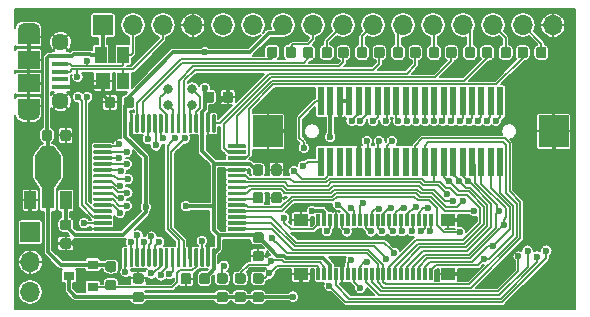
<source format=gbr>
G04 #@! TF.GenerationSoftware,KiCad,Pcbnew,5.1.5*
G04 #@! TF.CreationDate,2020-05-09T11:52:46+02:00*
G04 #@! TF.ProjectId,nucular-keyboard,6e756375-6c61-4722-9d6b-6579626f6172,rev?*
G04 #@! TF.SameCoordinates,Original*
G04 #@! TF.FileFunction,Copper,L1,Top*
G04 #@! TF.FilePolarity,Positive*
%FSLAX46Y46*%
G04 Gerber Fmt 4.6, Leading zero omitted, Abs format (unit mm)*
G04 Created by KiCad (PCBNEW 5.1.5) date 2020-05-09 11:52:46*
%MOMM*%
%LPD*%
G04 APERTURE LIST*
%ADD10R,1.700000X1.700000*%
%ADD11O,1.700000X1.700000*%
%ADD12C,0.800000*%
%ADD13C,0.100000*%
%ADD14R,1.900000X1.200000*%
%ADD15O,1.900000X1.200000*%
%ADD16R,1.900000X1.500000*%
%ADD17C,1.450000*%
%ADD18R,1.350000X0.400000*%
%ADD19R,0.300000X1.000000*%
%ADD20R,1.200000X1.000000*%
%ADD21R,0.500000X2.400000*%
%ADD22R,2.500000X2.700000*%
%ADD23R,1.000000X1.500000*%
%ADD24R,1.000000X1.800000*%
%ADD25R,2.200000X1.840000*%
%ADD26R,0.900000X0.800000*%
%ADD27R,1.200000X1.400000*%
%ADD28R,1.000000X1.400000*%
%ADD29C,0.600000*%
%ADD30C,0.300000*%
%ADD31C,0.150000*%
G04 APERTURE END LIST*
D10*
X67750000Y-60706000D03*
D11*
X70290000Y-60706000D03*
X72830000Y-60706000D03*
X75370000Y-60706000D03*
X77910000Y-60706000D03*
X80450000Y-60706000D03*
X82990000Y-60706000D03*
X85530000Y-60706000D03*
X88070000Y-60706000D03*
X90610000Y-60706000D03*
X93150000Y-60706000D03*
X95690000Y-60706000D03*
X98230000Y-60706000D03*
X100770000Y-60706000D03*
X103310000Y-60706000D03*
X105850000Y-60706000D03*
D12*
X75300000Y-67500000D03*
X75300000Y-66100000D03*
X73300000Y-66100000D03*
X73300000Y-67500000D03*
G04 #@! TA.AperFunction,SMDPad,CuDef*
D13*
G36*
X97496691Y-62547053D02*
G01*
X97517926Y-62550203D01*
X97538750Y-62555419D01*
X97558962Y-62562651D01*
X97578368Y-62571830D01*
X97596781Y-62582866D01*
X97614024Y-62595654D01*
X97629930Y-62610070D01*
X97644346Y-62625976D01*
X97657134Y-62643219D01*
X97668170Y-62661632D01*
X97677349Y-62681038D01*
X97684581Y-62701250D01*
X97689797Y-62722074D01*
X97692947Y-62743309D01*
X97694000Y-62764750D01*
X97694000Y-63277250D01*
X97692947Y-63298691D01*
X97689797Y-63319926D01*
X97684581Y-63340750D01*
X97677349Y-63360962D01*
X97668170Y-63380368D01*
X97657134Y-63398781D01*
X97644346Y-63416024D01*
X97629930Y-63431930D01*
X97614024Y-63446346D01*
X97596781Y-63459134D01*
X97578368Y-63470170D01*
X97558962Y-63479349D01*
X97538750Y-63486581D01*
X97517926Y-63491797D01*
X97496691Y-63494947D01*
X97475250Y-63496000D01*
X97037750Y-63496000D01*
X97016309Y-63494947D01*
X96995074Y-63491797D01*
X96974250Y-63486581D01*
X96954038Y-63479349D01*
X96934632Y-63470170D01*
X96916219Y-63459134D01*
X96898976Y-63446346D01*
X96883070Y-63431930D01*
X96868654Y-63416024D01*
X96855866Y-63398781D01*
X96844830Y-63380368D01*
X96835651Y-63360962D01*
X96828419Y-63340750D01*
X96823203Y-63319926D01*
X96820053Y-63298691D01*
X96819000Y-63277250D01*
X96819000Y-62764750D01*
X96820053Y-62743309D01*
X96823203Y-62722074D01*
X96828419Y-62701250D01*
X96835651Y-62681038D01*
X96844830Y-62661632D01*
X96855866Y-62643219D01*
X96868654Y-62625976D01*
X96883070Y-62610070D01*
X96898976Y-62595654D01*
X96916219Y-62582866D01*
X96934632Y-62571830D01*
X96954038Y-62562651D01*
X96974250Y-62555419D01*
X96995074Y-62550203D01*
X97016309Y-62547053D01*
X97037750Y-62546000D01*
X97475250Y-62546000D01*
X97496691Y-62547053D01*
G37*
G04 #@! TD.AperFunction*
G04 #@! TA.AperFunction,SMDPad,CuDef*
G36*
X99071691Y-62547053D02*
G01*
X99092926Y-62550203D01*
X99113750Y-62555419D01*
X99133962Y-62562651D01*
X99153368Y-62571830D01*
X99171781Y-62582866D01*
X99189024Y-62595654D01*
X99204930Y-62610070D01*
X99219346Y-62625976D01*
X99232134Y-62643219D01*
X99243170Y-62661632D01*
X99252349Y-62681038D01*
X99259581Y-62701250D01*
X99264797Y-62722074D01*
X99267947Y-62743309D01*
X99269000Y-62764750D01*
X99269000Y-63277250D01*
X99267947Y-63298691D01*
X99264797Y-63319926D01*
X99259581Y-63340750D01*
X99252349Y-63360962D01*
X99243170Y-63380368D01*
X99232134Y-63398781D01*
X99219346Y-63416024D01*
X99204930Y-63431930D01*
X99189024Y-63446346D01*
X99171781Y-63459134D01*
X99153368Y-63470170D01*
X99133962Y-63479349D01*
X99113750Y-63486581D01*
X99092926Y-63491797D01*
X99071691Y-63494947D01*
X99050250Y-63496000D01*
X98612750Y-63496000D01*
X98591309Y-63494947D01*
X98570074Y-63491797D01*
X98549250Y-63486581D01*
X98529038Y-63479349D01*
X98509632Y-63470170D01*
X98491219Y-63459134D01*
X98473976Y-63446346D01*
X98458070Y-63431930D01*
X98443654Y-63416024D01*
X98430866Y-63398781D01*
X98419830Y-63380368D01*
X98410651Y-63360962D01*
X98403419Y-63340750D01*
X98398203Y-63319926D01*
X98395053Y-63298691D01*
X98394000Y-63277250D01*
X98394000Y-62764750D01*
X98395053Y-62743309D01*
X98398203Y-62722074D01*
X98403419Y-62701250D01*
X98410651Y-62681038D01*
X98419830Y-62661632D01*
X98430866Y-62643219D01*
X98443654Y-62625976D01*
X98458070Y-62610070D01*
X98473976Y-62595654D01*
X98491219Y-62582866D01*
X98509632Y-62571830D01*
X98529038Y-62562651D01*
X98549250Y-62555419D01*
X98570074Y-62550203D01*
X98591309Y-62547053D01*
X98612750Y-62546000D01*
X99050250Y-62546000D01*
X99071691Y-62547053D01*
G37*
G04 #@! TD.AperFunction*
G04 #@! TA.AperFunction,SMDPad,CuDef*
G36*
X102094191Y-62547053D02*
G01*
X102115426Y-62550203D01*
X102136250Y-62555419D01*
X102156462Y-62562651D01*
X102175868Y-62571830D01*
X102194281Y-62582866D01*
X102211524Y-62595654D01*
X102227430Y-62610070D01*
X102241846Y-62625976D01*
X102254634Y-62643219D01*
X102265670Y-62661632D01*
X102274849Y-62681038D01*
X102282081Y-62701250D01*
X102287297Y-62722074D01*
X102290447Y-62743309D01*
X102291500Y-62764750D01*
X102291500Y-63277250D01*
X102290447Y-63298691D01*
X102287297Y-63319926D01*
X102282081Y-63340750D01*
X102274849Y-63360962D01*
X102265670Y-63380368D01*
X102254634Y-63398781D01*
X102241846Y-63416024D01*
X102227430Y-63431930D01*
X102211524Y-63446346D01*
X102194281Y-63459134D01*
X102175868Y-63470170D01*
X102156462Y-63479349D01*
X102136250Y-63486581D01*
X102115426Y-63491797D01*
X102094191Y-63494947D01*
X102072750Y-63496000D01*
X101635250Y-63496000D01*
X101613809Y-63494947D01*
X101592574Y-63491797D01*
X101571750Y-63486581D01*
X101551538Y-63479349D01*
X101532132Y-63470170D01*
X101513719Y-63459134D01*
X101496476Y-63446346D01*
X101480570Y-63431930D01*
X101466154Y-63416024D01*
X101453366Y-63398781D01*
X101442330Y-63380368D01*
X101433151Y-63360962D01*
X101425919Y-63340750D01*
X101420703Y-63319926D01*
X101417553Y-63298691D01*
X101416500Y-63277250D01*
X101416500Y-62764750D01*
X101417553Y-62743309D01*
X101420703Y-62722074D01*
X101425919Y-62701250D01*
X101433151Y-62681038D01*
X101442330Y-62661632D01*
X101453366Y-62643219D01*
X101466154Y-62625976D01*
X101480570Y-62610070D01*
X101496476Y-62595654D01*
X101513719Y-62582866D01*
X101532132Y-62571830D01*
X101551538Y-62562651D01*
X101571750Y-62555419D01*
X101592574Y-62550203D01*
X101613809Y-62547053D01*
X101635250Y-62546000D01*
X102072750Y-62546000D01*
X102094191Y-62547053D01*
G37*
G04 #@! TD.AperFunction*
G04 #@! TA.AperFunction,SMDPad,CuDef*
G36*
X100519191Y-62547053D02*
G01*
X100540426Y-62550203D01*
X100561250Y-62555419D01*
X100581462Y-62562651D01*
X100600868Y-62571830D01*
X100619281Y-62582866D01*
X100636524Y-62595654D01*
X100652430Y-62610070D01*
X100666846Y-62625976D01*
X100679634Y-62643219D01*
X100690670Y-62661632D01*
X100699849Y-62681038D01*
X100707081Y-62701250D01*
X100712297Y-62722074D01*
X100715447Y-62743309D01*
X100716500Y-62764750D01*
X100716500Y-63277250D01*
X100715447Y-63298691D01*
X100712297Y-63319926D01*
X100707081Y-63340750D01*
X100699849Y-63360962D01*
X100690670Y-63380368D01*
X100679634Y-63398781D01*
X100666846Y-63416024D01*
X100652430Y-63431930D01*
X100636524Y-63446346D01*
X100619281Y-63459134D01*
X100600868Y-63470170D01*
X100581462Y-63479349D01*
X100561250Y-63486581D01*
X100540426Y-63491797D01*
X100519191Y-63494947D01*
X100497750Y-63496000D01*
X100060250Y-63496000D01*
X100038809Y-63494947D01*
X100017574Y-63491797D01*
X99996750Y-63486581D01*
X99976538Y-63479349D01*
X99957132Y-63470170D01*
X99938719Y-63459134D01*
X99921476Y-63446346D01*
X99905570Y-63431930D01*
X99891154Y-63416024D01*
X99878366Y-63398781D01*
X99867330Y-63380368D01*
X99858151Y-63360962D01*
X99850919Y-63340750D01*
X99845703Y-63319926D01*
X99842553Y-63298691D01*
X99841500Y-63277250D01*
X99841500Y-62764750D01*
X99842553Y-62743309D01*
X99845703Y-62722074D01*
X99850919Y-62701250D01*
X99858151Y-62681038D01*
X99867330Y-62661632D01*
X99878366Y-62643219D01*
X99891154Y-62625976D01*
X99905570Y-62610070D01*
X99921476Y-62595654D01*
X99938719Y-62582866D01*
X99957132Y-62571830D01*
X99976538Y-62562651D01*
X99996750Y-62555419D01*
X100017574Y-62550203D01*
X100038809Y-62547053D01*
X100060250Y-62546000D01*
X100497750Y-62546000D01*
X100519191Y-62547053D01*
G37*
G04 #@! TD.AperFunction*
G04 #@! TA.AperFunction,SMDPad,CuDef*
G36*
X96023691Y-62547053D02*
G01*
X96044926Y-62550203D01*
X96065750Y-62555419D01*
X96085962Y-62562651D01*
X96105368Y-62571830D01*
X96123781Y-62582866D01*
X96141024Y-62595654D01*
X96156930Y-62610070D01*
X96171346Y-62625976D01*
X96184134Y-62643219D01*
X96195170Y-62661632D01*
X96204349Y-62681038D01*
X96211581Y-62701250D01*
X96216797Y-62722074D01*
X96219947Y-62743309D01*
X96221000Y-62764750D01*
X96221000Y-63277250D01*
X96219947Y-63298691D01*
X96216797Y-63319926D01*
X96211581Y-63340750D01*
X96204349Y-63360962D01*
X96195170Y-63380368D01*
X96184134Y-63398781D01*
X96171346Y-63416024D01*
X96156930Y-63431930D01*
X96141024Y-63446346D01*
X96123781Y-63459134D01*
X96105368Y-63470170D01*
X96085962Y-63479349D01*
X96065750Y-63486581D01*
X96044926Y-63491797D01*
X96023691Y-63494947D01*
X96002250Y-63496000D01*
X95564750Y-63496000D01*
X95543309Y-63494947D01*
X95522074Y-63491797D01*
X95501250Y-63486581D01*
X95481038Y-63479349D01*
X95461632Y-63470170D01*
X95443219Y-63459134D01*
X95425976Y-63446346D01*
X95410070Y-63431930D01*
X95395654Y-63416024D01*
X95382866Y-63398781D01*
X95371830Y-63380368D01*
X95362651Y-63360962D01*
X95355419Y-63340750D01*
X95350203Y-63319926D01*
X95347053Y-63298691D01*
X95346000Y-63277250D01*
X95346000Y-62764750D01*
X95347053Y-62743309D01*
X95350203Y-62722074D01*
X95355419Y-62701250D01*
X95362651Y-62681038D01*
X95371830Y-62661632D01*
X95382866Y-62643219D01*
X95395654Y-62625976D01*
X95410070Y-62610070D01*
X95425976Y-62595654D01*
X95443219Y-62582866D01*
X95461632Y-62571830D01*
X95481038Y-62562651D01*
X95501250Y-62555419D01*
X95522074Y-62550203D01*
X95543309Y-62547053D01*
X95564750Y-62546000D01*
X96002250Y-62546000D01*
X96023691Y-62547053D01*
G37*
G04 #@! TD.AperFunction*
G04 #@! TA.AperFunction,SMDPad,CuDef*
G36*
X94448691Y-62547053D02*
G01*
X94469926Y-62550203D01*
X94490750Y-62555419D01*
X94510962Y-62562651D01*
X94530368Y-62571830D01*
X94548781Y-62582866D01*
X94566024Y-62595654D01*
X94581930Y-62610070D01*
X94596346Y-62625976D01*
X94609134Y-62643219D01*
X94620170Y-62661632D01*
X94629349Y-62681038D01*
X94636581Y-62701250D01*
X94641797Y-62722074D01*
X94644947Y-62743309D01*
X94646000Y-62764750D01*
X94646000Y-63277250D01*
X94644947Y-63298691D01*
X94641797Y-63319926D01*
X94636581Y-63340750D01*
X94629349Y-63360962D01*
X94620170Y-63380368D01*
X94609134Y-63398781D01*
X94596346Y-63416024D01*
X94581930Y-63431930D01*
X94566024Y-63446346D01*
X94548781Y-63459134D01*
X94530368Y-63470170D01*
X94510962Y-63479349D01*
X94490750Y-63486581D01*
X94469926Y-63491797D01*
X94448691Y-63494947D01*
X94427250Y-63496000D01*
X93989750Y-63496000D01*
X93968309Y-63494947D01*
X93947074Y-63491797D01*
X93926250Y-63486581D01*
X93906038Y-63479349D01*
X93886632Y-63470170D01*
X93868219Y-63459134D01*
X93850976Y-63446346D01*
X93835070Y-63431930D01*
X93820654Y-63416024D01*
X93807866Y-63398781D01*
X93796830Y-63380368D01*
X93787651Y-63360962D01*
X93780419Y-63340750D01*
X93775203Y-63319926D01*
X93772053Y-63298691D01*
X93771000Y-63277250D01*
X93771000Y-62764750D01*
X93772053Y-62743309D01*
X93775203Y-62722074D01*
X93780419Y-62701250D01*
X93787651Y-62681038D01*
X93796830Y-62661632D01*
X93807866Y-62643219D01*
X93820654Y-62625976D01*
X93835070Y-62610070D01*
X93850976Y-62595654D01*
X93868219Y-62582866D01*
X93886632Y-62571830D01*
X93906038Y-62562651D01*
X93926250Y-62555419D01*
X93947074Y-62550203D01*
X93968309Y-62547053D01*
X93989750Y-62546000D01*
X94427250Y-62546000D01*
X94448691Y-62547053D01*
G37*
G04 #@! TD.AperFunction*
G04 #@! TA.AperFunction,SMDPad,CuDef*
G36*
X103529191Y-62547053D02*
G01*
X103550426Y-62550203D01*
X103571250Y-62555419D01*
X103591462Y-62562651D01*
X103610868Y-62571830D01*
X103629281Y-62582866D01*
X103646524Y-62595654D01*
X103662430Y-62610070D01*
X103676846Y-62625976D01*
X103689634Y-62643219D01*
X103700670Y-62661632D01*
X103709849Y-62681038D01*
X103717081Y-62701250D01*
X103722297Y-62722074D01*
X103725447Y-62743309D01*
X103726500Y-62764750D01*
X103726500Y-63277250D01*
X103725447Y-63298691D01*
X103722297Y-63319926D01*
X103717081Y-63340750D01*
X103709849Y-63360962D01*
X103700670Y-63380368D01*
X103689634Y-63398781D01*
X103676846Y-63416024D01*
X103662430Y-63431930D01*
X103646524Y-63446346D01*
X103629281Y-63459134D01*
X103610868Y-63470170D01*
X103591462Y-63479349D01*
X103571250Y-63486581D01*
X103550426Y-63491797D01*
X103529191Y-63494947D01*
X103507750Y-63496000D01*
X103070250Y-63496000D01*
X103048809Y-63494947D01*
X103027574Y-63491797D01*
X103006750Y-63486581D01*
X102986538Y-63479349D01*
X102967132Y-63470170D01*
X102948719Y-63459134D01*
X102931476Y-63446346D01*
X102915570Y-63431930D01*
X102901154Y-63416024D01*
X102888366Y-63398781D01*
X102877330Y-63380368D01*
X102868151Y-63360962D01*
X102860919Y-63340750D01*
X102855703Y-63319926D01*
X102852553Y-63298691D01*
X102851500Y-63277250D01*
X102851500Y-62764750D01*
X102852553Y-62743309D01*
X102855703Y-62722074D01*
X102860919Y-62701250D01*
X102868151Y-62681038D01*
X102877330Y-62661632D01*
X102888366Y-62643219D01*
X102901154Y-62625976D01*
X102915570Y-62610070D01*
X102931476Y-62595654D01*
X102948719Y-62582866D01*
X102967132Y-62571830D01*
X102986538Y-62562651D01*
X103006750Y-62555419D01*
X103027574Y-62550203D01*
X103048809Y-62547053D01*
X103070250Y-62546000D01*
X103507750Y-62546000D01*
X103529191Y-62547053D01*
G37*
G04 #@! TD.AperFunction*
G04 #@! TA.AperFunction,SMDPad,CuDef*
G36*
X105104191Y-62547053D02*
G01*
X105125426Y-62550203D01*
X105146250Y-62555419D01*
X105166462Y-62562651D01*
X105185868Y-62571830D01*
X105204281Y-62582866D01*
X105221524Y-62595654D01*
X105237430Y-62610070D01*
X105251846Y-62625976D01*
X105264634Y-62643219D01*
X105275670Y-62661632D01*
X105284849Y-62681038D01*
X105292081Y-62701250D01*
X105297297Y-62722074D01*
X105300447Y-62743309D01*
X105301500Y-62764750D01*
X105301500Y-63277250D01*
X105300447Y-63298691D01*
X105297297Y-63319926D01*
X105292081Y-63340750D01*
X105284849Y-63360962D01*
X105275670Y-63380368D01*
X105264634Y-63398781D01*
X105251846Y-63416024D01*
X105237430Y-63431930D01*
X105221524Y-63446346D01*
X105204281Y-63459134D01*
X105185868Y-63470170D01*
X105166462Y-63479349D01*
X105146250Y-63486581D01*
X105125426Y-63491797D01*
X105104191Y-63494947D01*
X105082750Y-63496000D01*
X104645250Y-63496000D01*
X104623809Y-63494947D01*
X104602574Y-63491797D01*
X104581750Y-63486581D01*
X104561538Y-63479349D01*
X104542132Y-63470170D01*
X104523719Y-63459134D01*
X104506476Y-63446346D01*
X104490570Y-63431930D01*
X104476154Y-63416024D01*
X104463366Y-63398781D01*
X104452330Y-63380368D01*
X104443151Y-63360962D01*
X104435919Y-63340750D01*
X104430703Y-63319926D01*
X104427553Y-63298691D01*
X104426500Y-63277250D01*
X104426500Y-62764750D01*
X104427553Y-62743309D01*
X104430703Y-62722074D01*
X104435919Y-62701250D01*
X104443151Y-62681038D01*
X104452330Y-62661632D01*
X104463366Y-62643219D01*
X104476154Y-62625976D01*
X104490570Y-62610070D01*
X104506476Y-62595654D01*
X104523719Y-62582866D01*
X104542132Y-62571830D01*
X104561538Y-62562651D01*
X104581750Y-62555419D01*
X104602574Y-62550203D01*
X104623809Y-62547053D01*
X104645250Y-62546000D01*
X105082750Y-62546000D01*
X105104191Y-62547053D01*
G37*
G04 #@! TD.AperFunction*
G04 #@! TA.AperFunction,SMDPad,CuDef*
G36*
X85368191Y-62547053D02*
G01*
X85389426Y-62550203D01*
X85410250Y-62555419D01*
X85430462Y-62562651D01*
X85449868Y-62571830D01*
X85468281Y-62582866D01*
X85485524Y-62595654D01*
X85501430Y-62610070D01*
X85515846Y-62625976D01*
X85528634Y-62643219D01*
X85539670Y-62661632D01*
X85548849Y-62681038D01*
X85556081Y-62701250D01*
X85561297Y-62722074D01*
X85564447Y-62743309D01*
X85565500Y-62764750D01*
X85565500Y-63277250D01*
X85564447Y-63298691D01*
X85561297Y-63319926D01*
X85556081Y-63340750D01*
X85548849Y-63360962D01*
X85539670Y-63380368D01*
X85528634Y-63398781D01*
X85515846Y-63416024D01*
X85501430Y-63431930D01*
X85485524Y-63446346D01*
X85468281Y-63459134D01*
X85449868Y-63470170D01*
X85430462Y-63479349D01*
X85410250Y-63486581D01*
X85389426Y-63491797D01*
X85368191Y-63494947D01*
X85346750Y-63496000D01*
X84909250Y-63496000D01*
X84887809Y-63494947D01*
X84866574Y-63491797D01*
X84845750Y-63486581D01*
X84825538Y-63479349D01*
X84806132Y-63470170D01*
X84787719Y-63459134D01*
X84770476Y-63446346D01*
X84754570Y-63431930D01*
X84740154Y-63416024D01*
X84727366Y-63398781D01*
X84716330Y-63380368D01*
X84707151Y-63360962D01*
X84699919Y-63340750D01*
X84694703Y-63319926D01*
X84691553Y-63298691D01*
X84690500Y-63277250D01*
X84690500Y-62764750D01*
X84691553Y-62743309D01*
X84694703Y-62722074D01*
X84699919Y-62701250D01*
X84707151Y-62681038D01*
X84716330Y-62661632D01*
X84727366Y-62643219D01*
X84740154Y-62625976D01*
X84754570Y-62610070D01*
X84770476Y-62595654D01*
X84787719Y-62582866D01*
X84806132Y-62571830D01*
X84825538Y-62562651D01*
X84845750Y-62555419D01*
X84866574Y-62550203D01*
X84887809Y-62547053D01*
X84909250Y-62546000D01*
X85346750Y-62546000D01*
X85368191Y-62547053D01*
G37*
G04 #@! TD.AperFunction*
G04 #@! TA.AperFunction,SMDPad,CuDef*
G36*
X86943191Y-62547053D02*
G01*
X86964426Y-62550203D01*
X86985250Y-62555419D01*
X87005462Y-62562651D01*
X87024868Y-62571830D01*
X87043281Y-62582866D01*
X87060524Y-62595654D01*
X87076430Y-62610070D01*
X87090846Y-62625976D01*
X87103634Y-62643219D01*
X87114670Y-62661632D01*
X87123849Y-62681038D01*
X87131081Y-62701250D01*
X87136297Y-62722074D01*
X87139447Y-62743309D01*
X87140500Y-62764750D01*
X87140500Y-63277250D01*
X87139447Y-63298691D01*
X87136297Y-63319926D01*
X87131081Y-63340750D01*
X87123849Y-63360962D01*
X87114670Y-63380368D01*
X87103634Y-63398781D01*
X87090846Y-63416024D01*
X87076430Y-63431930D01*
X87060524Y-63446346D01*
X87043281Y-63459134D01*
X87024868Y-63470170D01*
X87005462Y-63479349D01*
X86985250Y-63486581D01*
X86964426Y-63491797D01*
X86943191Y-63494947D01*
X86921750Y-63496000D01*
X86484250Y-63496000D01*
X86462809Y-63494947D01*
X86441574Y-63491797D01*
X86420750Y-63486581D01*
X86400538Y-63479349D01*
X86381132Y-63470170D01*
X86362719Y-63459134D01*
X86345476Y-63446346D01*
X86329570Y-63431930D01*
X86315154Y-63416024D01*
X86302366Y-63398781D01*
X86291330Y-63380368D01*
X86282151Y-63360962D01*
X86274919Y-63340750D01*
X86269703Y-63319926D01*
X86266553Y-63298691D01*
X86265500Y-63277250D01*
X86265500Y-62764750D01*
X86266553Y-62743309D01*
X86269703Y-62722074D01*
X86274919Y-62701250D01*
X86282151Y-62681038D01*
X86291330Y-62661632D01*
X86302366Y-62643219D01*
X86315154Y-62625976D01*
X86329570Y-62610070D01*
X86345476Y-62595654D01*
X86362719Y-62582866D01*
X86381132Y-62571830D01*
X86400538Y-62562651D01*
X86420750Y-62555419D01*
X86441574Y-62550203D01*
X86462809Y-62547053D01*
X86484250Y-62546000D01*
X86921750Y-62546000D01*
X86943191Y-62547053D01*
G37*
G04 #@! TD.AperFunction*
G04 #@! TA.AperFunction,SMDPad,CuDef*
G36*
X89927691Y-62547053D02*
G01*
X89948926Y-62550203D01*
X89969750Y-62555419D01*
X89989962Y-62562651D01*
X90009368Y-62571830D01*
X90027781Y-62582866D01*
X90045024Y-62595654D01*
X90060930Y-62610070D01*
X90075346Y-62625976D01*
X90088134Y-62643219D01*
X90099170Y-62661632D01*
X90108349Y-62681038D01*
X90115581Y-62701250D01*
X90120797Y-62722074D01*
X90123947Y-62743309D01*
X90125000Y-62764750D01*
X90125000Y-63277250D01*
X90123947Y-63298691D01*
X90120797Y-63319926D01*
X90115581Y-63340750D01*
X90108349Y-63360962D01*
X90099170Y-63380368D01*
X90088134Y-63398781D01*
X90075346Y-63416024D01*
X90060930Y-63431930D01*
X90045024Y-63446346D01*
X90027781Y-63459134D01*
X90009368Y-63470170D01*
X89989962Y-63479349D01*
X89969750Y-63486581D01*
X89948926Y-63491797D01*
X89927691Y-63494947D01*
X89906250Y-63496000D01*
X89468750Y-63496000D01*
X89447309Y-63494947D01*
X89426074Y-63491797D01*
X89405250Y-63486581D01*
X89385038Y-63479349D01*
X89365632Y-63470170D01*
X89347219Y-63459134D01*
X89329976Y-63446346D01*
X89314070Y-63431930D01*
X89299654Y-63416024D01*
X89286866Y-63398781D01*
X89275830Y-63380368D01*
X89266651Y-63360962D01*
X89259419Y-63340750D01*
X89254203Y-63319926D01*
X89251053Y-63298691D01*
X89250000Y-63277250D01*
X89250000Y-62764750D01*
X89251053Y-62743309D01*
X89254203Y-62722074D01*
X89259419Y-62701250D01*
X89266651Y-62681038D01*
X89275830Y-62661632D01*
X89286866Y-62643219D01*
X89299654Y-62625976D01*
X89314070Y-62610070D01*
X89329976Y-62595654D01*
X89347219Y-62582866D01*
X89365632Y-62571830D01*
X89385038Y-62562651D01*
X89405250Y-62555419D01*
X89426074Y-62550203D01*
X89447309Y-62547053D01*
X89468750Y-62546000D01*
X89906250Y-62546000D01*
X89927691Y-62547053D01*
G37*
G04 #@! TD.AperFunction*
G04 #@! TA.AperFunction,SMDPad,CuDef*
G36*
X88352691Y-62547053D02*
G01*
X88373926Y-62550203D01*
X88394750Y-62555419D01*
X88414962Y-62562651D01*
X88434368Y-62571830D01*
X88452781Y-62582866D01*
X88470024Y-62595654D01*
X88485930Y-62610070D01*
X88500346Y-62625976D01*
X88513134Y-62643219D01*
X88524170Y-62661632D01*
X88533349Y-62681038D01*
X88540581Y-62701250D01*
X88545797Y-62722074D01*
X88548947Y-62743309D01*
X88550000Y-62764750D01*
X88550000Y-63277250D01*
X88548947Y-63298691D01*
X88545797Y-63319926D01*
X88540581Y-63340750D01*
X88533349Y-63360962D01*
X88524170Y-63380368D01*
X88513134Y-63398781D01*
X88500346Y-63416024D01*
X88485930Y-63431930D01*
X88470024Y-63446346D01*
X88452781Y-63459134D01*
X88434368Y-63470170D01*
X88414962Y-63479349D01*
X88394750Y-63486581D01*
X88373926Y-63491797D01*
X88352691Y-63494947D01*
X88331250Y-63496000D01*
X87893750Y-63496000D01*
X87872309Y-63494947D01*
X87851074Y-63491797D01*
X87830250Y-63486581D01*
X87810038Y-63479349D01*
X87790632Y-63470170D01*
X87772219Y-63459134D01*
X87754976Y-63446346D01*
X87739070Y-63431930D01*
X87724654Y-63416024D01*
X87711866Y-63398781D01*
X87700830Y-63380368D01*
X87691651Y-63360962D01*
X87684419Y-63340750D01*
X87679203Y-63319926D01*
X87676053Y-63298691D01*
X87675000Y-63277250D01*
X87675000Y-62764750D01*
X87676053Y-62743309D01*
X87679203Y-62722074D01*
X87684419Y-62701250D01*
X87691651Y-62681038D01*
X87700830Y-62661632D01*
X87711866Y-62643219D01*
X87724654Y-62625976D01*
X87739070Y-62610070D01*
X87754976Y-62595654D01*
X87772219Y-62582866D01*
X87790632Y-62571830D01*
X87810038Y-62562651D01*
X87830250Y-62555419D01*
X87851074Y-62550203D01*
X87872309Y-62547053D01*
X87893750Y-62546000D01*
X88331250Y-62546000D01*
X88352691Y-62547053D01*
G37*
G04 #@! TD.AperFunction*
G04 #@! TA.AperFunction,SMDPad,CuDef*
G36*
X91400691Y-62547053D02*
G01*
X91421926Y-62550203D01*
X91442750Y-62555419D01*
X91462962Y-62562651D01*
X91482368Y-62571830D01*
X91500781Y-62582866D01*
X91518024Y-62595654D01*
X91533930Y-62610070D01*
X91548346Y-62625976D01*
X91561134Y-62643219D01*
X91572170Y-62661632D01*
X91581349Y-62681038D01*
X91588581Y-62701250D01*
X91593797Y-62722074D01*
X91596947Y-62743309D01*
X91598000Y-62764750D01*
X91598000Y-63277250D01*
X91596947Y-63298691D01*
X91593797Y-63319926D01*
X91588581Y-63340750D01*
X91581349Y-63360962D01*
X91572170Y-63380368D01*
X91561134Y-63398781D01*
X91548346Y-63416024D01*
X91533930Y-63431930D01*
X91518024Y-63446346D01*
X91500781Y-63459134D01*
X91482368Y-63470170D01*
X91462962Y-63479349D01*
X91442750Y-63486581D01*
X91421926Y-63491797D01*
X91400691Y-63494947D01*
X91379250Y-63496000D01*
X90941750Y-63496000D01*
X90920309Y-63494947D01*
X90899074Y-63491797D01*
X90878250Y-63486581D01*
X90858038Y-63479349D01*
X90838632Y-63470170D01*
X90820219Y-63459134D01*
X90802976Y-63446346D01*
X90787070Y-63431930D01*
X90772654Y-63416024D01*
X90759866Y-63398781D01*
X90748830Y-63380368D01*
X90739651Y-63360962D01*
X90732419Y-63340750D01*
X90727203Y-63319926D01*
X90724053Y-63298691D01*
X90723000Y-63277250D01*
X90723000Y-62764750D01*
X90724053Y-62743309D01*
X90727203Y-62722074D01*
X90732419Y-62701250D01*
X90739651Y-62681038D01*
X90748830Y-62661632D01*
X90759866Y-62643219D01*
X90772654Y-62625976D01*
X90787070Y-62610070D01*
X90802976Y-62595654D01*
X90820219Y-62582866D01*
X90838632Y-62571830D01*
X90858038Y-62562651D01*
X90878250Y-62555419D01*
X90899074Y-62550203D01*
X90920309Y-62547053D01*
X90941750Y-62546000D01*
X91379250Y-62546000D01*
X91400691Y-62547053D01*
G37*
G04 #@! TD.AperFunction*
G04 #@! TA.AperFunction,SMDPad,CuDef*
G36*
X92975691Y-62547053D02*
G01*
X92996926Y-62550203D01*
X93017750Y-62555419D01*
X93037962Y-62562651D01*
X93057368Y-62571830D01*
X93075781Y-62582866D01*
X93093024Y-62595654D01*
X93108930Y-62610070D01*
X93123346Y-62625976D01*
X93136134Y-62643219D01*
X93147170Y-62661632D01*
X93156349Y-62681038D01*
X93163581Y-62701250D01*
X93168797Y-62722074D01*
X93171947Y-62743309D01*
X93173000Y-62764750D01*
X93173000Y-63277250D01*
X93171947Y-63298691D01*
X93168797Y-63319926D01*
X93163581Y-63340750D01*
X93156349Y-63360962D01*
X93147170Y-63380368D01*
X93136134Y-63398781D01*
X93123346Y-63416024D01*
X93108930Y-63431930D01*
X93093024Y-63446346D01*
X93075781Y-63459134D01*
X93057368Y-63470170D01*
X93037962Y-63479349D01*
X93017750Y-63486581D01*
X92996926Y-63491797D01*
X92975691Y-63494947D01*
X92954250Y-63496000D01*
X92516750Y-63496000D01*
X92495309Y-63494947D01*
X92474074Y-63491797D01*
X92453250Y-63486581D01*
X92433038Y-63479349D01*
X92413632Y-63470170D01*
X92395219Y-63459134D01*
X92377976Y-63446346D01*
X92362070Y-63431930D01*
X92347654Y-63416024D01*
X92334866Y-63398781D01*
X92323830Y-63380368D01*
X92314651Y-63360962D01*
X92307419Y-63340750D01*
X92302203Y-63319926D01*
X92299053Y-63298691D01*
X92298000Y-63277250D01*
X92298000Y-62764750D01*
X92299053Y-62743309D01*
X92302203Y-62722074D01*
X92307419Y-62701250D01*
X92314651Y-62681038D01*
X92323830Y-62661632D01*
X92334866Y-62643219D01*
X92347654Y-62625976D01*
X92362070Y-62610070D01*
X92377976Y-62595654D01*
X92395219Y-62582866D01*
X92413632Y-62571830D01*
X92433038Y-62562651D01*
X92453250Y-62555419D01*
X92474074Y-62550203D01*
X92495309Y-62547053D01*
X92516750Y-62546000D01*
X92954250Y-62546000D01*
X92975691Y-62547053D01*
G37*
G04 #@! TD.AperFunction*
D14*
X61450000Y-61743000D03*
X61450000Y-67543000D03*
D15*
X61450000Y-68143000D03*
X61450000Y-61143000D03*
D16*
X61450000Y-63643000D03*
D17*
X64150000Y-67143000D03*
D18*
X64150000Y-64643000D03*
X64150000Y-65293000D03*
X64150000Y-65943000D03*
X64150000Y-63343000D03*
X64150000Y-63993000D03*
D17*
X64150000Y-62143000D03*
D16*
X61450000Y-65643000D03*
D19*
X95500000Y-81800000D03*
X95500000Y-77200000D03*
X95000000Y-81800000D03*
X95000000Y-77200000D03*
X94500000Y-81800000D03*
X94500000Y-77200000D03*
X94000000Y-81800000D03*
X94000000Y-77200000D03*
X93500000Y-81800000D03*
X93500000Y-77200000D03*
X93000000Y-81800000D03*
X93000000Y-77200000D03*
X92500000Y-81800000D03*
X92500000Y-77200000D03*
X92000000Y-81800000D03*
X92000000Y-77200000D03*
X91500000Y-81800000D03*
X91500000Y-77200000D03*
X91000000Y-81800000D03*
X91000000Y-77200000D03*
X90500000Y-81800000D03*
X90500000Y-77200000D03*
X90000000Y-81800000D03*
X90000000Y-77200000D03*
X89500000Y-81800000D03*
X89500000Y-77200000D03*
X89000000Y-81800000D03*
X89000000Y-77200000D03*
X88500000Y-81800000D03*
X88500000Y-77200000D03*
X88000000Y-81800000D03*
X88000000Y-77200000D03*
X87500000Y-81800000D03*
X87500000Y-77200000D03*
X87000000Y-81800000D03*
X87000000Y-77200000D03*
X86500000Y-81800000D03*
X86500000Y-77200000D03*
X86000000Y-81800000D03*
X86000000Y-77200000D03*
D20*
X97000000Y-81800000D03*
X97000000Y-77200000D03*
X84500000Y-77200000D03*
X84500000Y-81800000D03*
D21*
X101400000Y-72250000D03*
X101400000Y-67150000D03*
X100600000Y-72250000D03*
X100600000Y-67150000D03*
X99800000Y-72250000D03*
X99800000Y-67150000D03*
X99000000Y-72250000D03*
X99000000Y-67150000D03*
X98200000Y-72250000D03*
X98200000Y-67150000D03*
X97400000Y-72250000D03*
X97400000Y-67150000D03*
X96600000Y-72250000D03*
X96600000Y-67150000D03*
X95800000Y-72250000D03*
X95800000Y-67150000D03*
X95000000Y-72250000D03*
X95000000Y-67150000D03*
X94200000Y-72250000D03*
X94200000Y-67150000D03*
X93400000Y-72250000D03*
X93400000Y-67150000D03*
X92600000Y-72250000D03*
X92600000Y-67150000D03*
X91800000Y-72250000D03*
X91800000Y-67150000D03*
X91000000Y-72250000D03*
X91000000Y-67150000D03*
X90200000Y-72250000D03*
X90200000Y-67150000D03*
X89400000Y-72250000D03*
X89400000Y-67150000D03*
X88600000Y-72250000D03*
X88600000Y-67150000D03*
X87800000Y-72250000D03*
X87800000Y-67150000D03*
X87000000Y-72250000D03*
X87000000Y-67150000D03*
X86200000Y-72250000D03*
X86200000Y-67150000D03*
D22*
X105900000Y-69700000D03*
X81700000Y-69700000D03*
G04 #@! TA.AperFunction,SMDPad,CuDef*
D13*
G36*
X63252691Y-69566553D02*
G01*
X63273926Y-69569703D01*
X63294750Y-69574919D01*
X63314962Y-69582151D01*
X63334368Y-69591330D01*
X63352781Y-69602366D01*
X63370024Y-69615154D01*
X63385930Y-69629570D01*
X63400346Y-69645476D01*
X63413134Y-69662719D01*
X63424170Y-69681132D01*
X63433349Y-69700538D01*
X63440581Y-69720750D01*
X63445797Y-69741574D01*
X63448947Y-69762809D01*
X63450000Y-69784250D01*
X63450000Y-70296750D01*
X63448947Y-70318191D01*
X63445797Y-70339426D01*
X63440581Y-70360250D01*
X63433349Y-70380462D01*
X63424170Y-70399868D01*
X63413134Y-70418281D01*
X63400346Y-70435524D01*
X63385930Y-70451430D01*
X63370024Y-70465846D01*
X63352781Y-70478634D01*
X63334368Y-70489670D01*
X63314962Y-70498849D01*
X63294750Y-70506081D01*
X63273926Y-70511297D01*
X63252691Y-70514447D01*
X63231250Y-70515500D01*
X62793750Y-70515500D01*
X62772309Y-70514447D01*
X62751074Y-70511297D01*
X62730250Y-70506081D01*
X62710038Y-70498849D01*
X62690632Y-70489670D01*
X62672219Y-70478634D01*
X62654976Y-70465846D01*
X62639070Y-70451430D01*
X62624654Y-70435524D01*
X62611866Y-70418281D01*
X62600830Y-70399868D01*
X62591651Y-70380462D01*
X62584419Y-70360250D01*
X62579203Y-70339426D01*
X62576053Y-70318191D01*
X62575000Y-70296750D01*
X62575000Y-69784250D01*
X62576053Y-69762809D01*
X62579203Y-69741574D01*
X62584419Y-69720750D01*
X62591651Y-69700538D01*
X62600830Y-69681132D01*
X62611866Y-69662719D01*
X62624654Y-69645476D01*
X62639070Y-69629570D01*
X62654976Y-69615154D01*
X62672219Y-69602366D01*
X62690632Y-69591330D01*
X62710038Y-69582151D01*
X62730250Y-69574919D01*
X62751074Y-69569703D01*
X62772309Y-69566553D01*
X62793750Y-69565500D01*
X63231250Y-69565500D01*
X63252691Y-69566553D01*
G37*
G04 #@! TD.AperFunction*
G04 #@! TA.AperFunction,SMDPad,CuDef*
G36*
X64827691Y-69566553D02*
G01*
X64848926Y-69569703D01*
X64869750Y-69574919D01*
X64889962Y-69582151D01*
X64909368Y-69591330D01*
X64927781Y-69602366D01*
X64945024Y-69615154D01*
X64960930Y-69629570D01*
X64975346Y-69645476D01*
X64988134Y-69662719D01*
X64999170Y-69681132D01*
X65008349Y-69700538D01*
X65015581Y-69720750D01*
X65020797Y-69741574D01*
X65023947Y-69762809D01*
X65025000Y-69784250D01*
X65025000Y-70296750D01*
X65023947Y-70318191D01*
X65020797Y-70339426D01*
X65015581Y-70360250D01*
X65008349Y-70380462D01*
X64999170Y-70399868D01*
X64988134Y-70418281D01*
X64975346Y-70435524D01*
X64960930Y-70451430D01*
X64945024Y-70465846D01*
X64927781Y-70478634D01*
X64909368Y-70489670D01*
X64889962Y-70498849D01*
X64869750Y-70506081D01*
X64848926Y-70511297D01*
X64827691Y-70514447D01*
X64806250Y-70515500D01*
X64368750Y-70515500D01*
X64347309Y-70514447D01*
X64326074Y-70511297D01*
X64305250Y-70506081D01*
X64285038Y-70498849D01*
X64265632Y-70489670D01*
X64247219Y-70478634D01*
X64229976Y-70465846D01*
X64214070Y-70451430D01*
X64199654Y-70435524D01*
X64186866Y-70418281D01*
X64175830Y-70399868D01*
X64166651Y-70380462D01*
X64159419Y-70360250D01*
X64154203Y-70339426D01*
X64151053Y-70318191D01*
X64150000Y-70296750D01*
X64150000Y-69784250D01*
X64151053Y-69762809D01*
X64154203Y-69741574D01*
X64159419Y-69720750D01*
X64166651Y-69700538D01*
X64175830Y-69681132D01*
X64186866Y-69662719D01*
X64199654Y-69645476D01*
X64214070Y-69629570D01*
X64229976Y-69615154D01*
X64247219Y-69602366D01*
X64265632Y-69591330D01*
X64285038Y-69582151D01*
X64305250Y-69574919D01*
X64326074Y-69569703D01*
X64347309Y-69566553D01*
X64368750Y-69565500D01*
X64806250Y-69565500D01*
X64827691Y-69566553D01*
G37*
G04 #@! TD.AperFunction*
G04 #@! TA.AperFunction,SMDPad,CuDef*
G36*
X64877691Y-78751053D02*
G01*
X64898926Y-78754203D01*
X64919750Y-78759419D01*
X64939962Y-78766651D01*
X64959368Y-78775830D01*
X64977781Y-78786866D01*
X64995024Y-78799654D01*
X65010930Y-78814070D01*
X65025346Y-78829976D01*
X65038134Y-78847219D01*
X65049170Y-78865632D01*
X65058349Y-78885038D01*
X65065581Y-78905250D01*
X65070797Y-78926074D01*
X65073947Y-78947309D01*
X65075000Y-78968750D01*
X65075000Y-79406250D01*
X65073947Y-79427691D01*
X65070797Y-79448926D01*
X65065581Y-79469750D01*
X65058349Y-79489962D01*
X65049170Y-79509368D01*
X65038134Y-79527781D01*
X65025346Y-79545024D01*
X65010930Y-79560930D01*
X64995024Y-79575346D01*
X64977781Y-79588134D01*
X64959368Y-79599170D01*
X64939962Y-79608349D01*
X64919750Y-79615581D01*
X64898926Y-79620797D01*
X64877691Y-79623947D01*
X64856250Y-79625000D01*
X64343750Y-79625000D01*
X64322309Y-79623947D01*
X64301074Y-79620797D01*
X64280250Y-79615581D01*
X64260038Y-79608349D01*
X64240632Y-79599170D01*
X64222219Y-79588134D01*
X64204976Y-79575346D01*
X64189070Y-79560930D01*
X64174654Y-79545024D01*
X64161866Y-79527781D01*
X64150830Y-79509368D01*
X64141651Y-79489962D01*
X64134419Y-79469750D01*
X64129203Y-79448926D01*
X64126053Y-79427691D01*
X64125000Y-79406250D01*
X64125000Y-78968750D01*
X64126053Y-78947309D01*
X64129203Y-78926074D01*
X64134419Y-78905250D01*
X64141651Y-78885038D01*
X64150830Y-78865632D01*
X64161866Y-78847219D01*
X64174654Y-78829976D01*
X64189070Y-78814070D01*
X64204976Y-78799654D01*
X64222219Y-78786866D01*
X64240632Y-78775830D01*
X64260038Y-78766651D01*
X64280250Y-78759419D01*
X64301074Y-78754203D01*
X64322309Y-78751053D01*
X64343750Y-78750000D01*
X64856250Y-78750000D01*
X64877691Y-78751053D01*
G37*
G04 #@! TD.AperFunction*
G04 #@! TA.AperFunction,SMDPad,CuDef*
G36*
X64877691Y-77176053D02*
G01*
X64898926Y-77179203D01*
X64919750Y-77184419D01*
X64939962Y-77191651D01*
X64959368Y-77200830D01*
X64977781Y-77211866D01*
X64995024Y-77224654D01*
X65010930Y-77239070D01*
X65025346Y-77254976D01*
X65038134Y-77272219D01*
X65049170Y-77290632D01*
X65058349Y-77310038D01*
X65065581Y-77330250D01*
X65070797Y-77351074D01*
X65073947Y-77372309D01*
X65075000Y-77393750D01*
X65075000Y-77831250D01*
X65073947Y-77852691D01*
X65070797Y-77873926D01*
X65065581Y-77894750D01*
X65058349Y-77914962D01*
X65049170Y-77934368D01*
X65038134Y-77952781D01*
X65025346Y-77970024D01*
X65010930Y-77985930D01*
X64995024Y-78000346D01*
X64977781Y-78013134D01*
X64959368Y-78024170D01*
X64939962Y-78033349D01*
X64919750Y-78040581D01*
X64898926Y-78045797D01*
X64877691Y-78048947D01*
X64856250Y-78050000D01*
X64343750Y-78050000D01*
X64322309Y-78048947D01*
X64301074Y-78045797D01*
X64280250Y-78040581D01*
X64260038Y-78033349D01*
X64240632Y-78024170D01*
X64222219Y-78013134D01*
X64204976Y-78000346D01*
X64189070Y-77985930D01*
X64174654Y-77970024D01*
X64161866Y-77952781D01*
X64150830Y-77934368D01*
X64141651Y-77914962D01*
X64134419Y-77894750D01*
X64129203Y-77873926D01*
X64126053Y-77852691D01*
X64125000Y-77831250D01*
X64125000Y-77393750D01*
X64126053Y-77372309D01*
X64129203Y-77351074D01*
X64134419Y-77330250D01*
X64141651Y-77310038D01*
X64150830Y-77290632D01*
X64161866Y-77272219D01*
X64174654Y-77254976D01*
X64189070Y-77239070D01*
X64204976Y-77224654D01*
X64222219Y-77211866D01*
X64240632Y-77200830D01*
X64260038Y-77191651D01*
X64280250Y-77184419D01*
X64301074Y-77179203D01*
X64322309Y-77176053D01*
X64343750Y-77175000D01*
X64856250Y-77175000D01*
X64877691Y-77176053D01*
G37*
G04 #@! TD.AperFunction*
G04 #@! TA.AperFunction,SMDPad,CuDef*
G36*
X62000000Y-71798000D02*
G01*
X62600000Y-70948000D01*
X63600000Y-70948000D01*
X64200000Y-71798000D01*
X62000000Y-71798000D01*
G37*
G04 #@! TD.AperFunction*
D23*
X61600000Y-75520000D03*
D24*
X63100000Y-75373500D03*
D23*
X64600000Y-75520000D03*
D25*
X63100000Y-72706500D03*
G04 #@! TA.AperFunction,SMDPad,CuDef*
D13*
G36*
X64200000Y-73616200D02*
G01*
X63500000Y-74616200D01*
X62700000Y-74616200D01*
X62000000Y-73616200D01*
X64200000Y-73616200D01*
G37*
G04 #@! TD.AperFunction*
D26*
X66880000Y-82880000D03*
X66880000Y-80980000D03*
X64880000Y-81930000D03*
D27*
X67746500Y-65425500D03*
D28*
X69466500Y-65425500D03*
X69466500Y-63225500D03*
X67566500Y-63225500D03*
G04 #@! TA.AperFunction,SMDPad,CuDef*
D13*
G36*
X77232351Y-79600361D02*
G01*
X77239632Y-79601441D01*
X77246771Y-79603229D01*
X77253701Y-79605709D01*
X77260355Y-79608856D01*
X77266668Y-79612640D01*
X77272579Y-79617024D01*
X77278033Y-79621967D01*
X77282976Y-79627421D01*
X77287360Y-79633332D01*
X77291144Y-79639645D01*
X77294291Y-79646299D01*
X77296771Y-79653229D01*
X77298559Y-79660368D01*
X77299639Y-79667649D01*
X77300000Y-79675000D01*
X77300000Y-81075000D01*
X77299639Y-81082351D01*
X77298559Y-81089632D01*
X77296771Y-81096771D01*
X77294291Y-81103701D01*
X77291144Y-81110355D01*
X77287360Y-81116668D01*
X77282976Y-81122579D01*
X77278033Y-81128033D01*
X77272579Y-81132976D01*
X77266668Y-81137360D01*
X77260355Y-81141144D01*
X77253701Y-81144291D01*
X77246771Y-81146771D01*
X77239632Y-81148559D01*
X77232351Y-81149639D01*
X77225000Y-81150000D01*
X77075000Y-81150000D01*
X77067649Y-81149639D01*
X77060368Y-81148559D01*
X77053229Y-81146771D01*
X77046299Y-81144291D01*
X77039645Y-81141144D01*
X77033332Y-81137360D01*
X77027421Y-81132976D01*
X77021967Y-81128033D01*
X77017024Y-81122579D01*
X77012640Y-81116668D01*
X77008856Y-81110355D01*
X77005709Y-81103701D01*
X77003229Y-81096771D01*
X77001441Y-81089632D01*
X77000361Y-81082351D01*
X77000000Y-81075000D01*
X77000000Y-79675000D01*
X77000361Y-79667649D01*
X77001441Y-79660368D01*
X77003229Y-79653229D01*
X77005709Y-79646299D01*
X77008856Y-79639645D01*
X77012640Y-79633332D01*
X77017024Y-79627421D01*
X77021967Y-79621967D01*
X77027421Y-79617024D01*
X77033332Y-79612640D01*
X77039645Y-79608856D01*
X77046299Y-79605709D01*
X77053229Y-79603229D01*
X77060368Y-79601441D01*
X77067649Y-79600361D01*
X77075000Y-79600000D01*
X77225000Y-79600000D01*
X77232351Y-79600361D01*
G37*
G04 #@! TD.AperFunction*
G04 #@! TA.AperFunction,SMDPad,CuDef*
G36*
X76732351Y-79600361D02*
G01*
X76739632Y-79601441D01*
X76746771Y-79603229D01*
X76753701Y-79605709D01*
X76760355Y-79608856D01*
X76766668Y-79612640D01*
X76772579Y-79617024D01*
X76778033Y-79621967D01*
X76782976Y-79627421D01*
X76787360Y-79633332D01*
X76791144Y-79639645D01*
X76794291Y-79646299D01*
X76796771Y-79653229D01*
X76798559Y-79660368D01*
X76799639Y-79667649D01*
X76800000Y-79675000D01*
X76800000Y-81075000D01*
X76799639Y-81082351D01*
X76798559Y-81089632D01*
X76796771Y-81096771D01*
X76794291Y-81103701D01*
X76791144Y-81110355D01*
X76787360Y-81116668D01*
X76782976Y-81122579D01*
X76778033Y-81128033D01*
X76772579Y-81132976D01*
X76766668Y-81137360D01*
X76760355Y-81141144D01*
X76753701Y-81144291D01*
X76746771Y-81146771D01*
X76739632Y-81148559D01*
X76732351Y-81149639D01*
X76725000Y-81150000D01*
X76575000Y-81150000D01*
X76567649Y-81149639D01*
X76560368Y-81148559D01*
X76553229Y-81146771D01*
X76546299Y-81144291D01*
X76539645Y-81141144D01*
X76533332Y-81137360D01*
X76527421Y-81132976D01*
X76521967Y-81128033D01*
X76517024Y-81122579D01*
X76512640Y-81116668D01*
X76508856Y-81110355D01*
X76505709Y-81103701D01*
X76503229Y-81096771D01*
X76501441Y-81089632D01*
X76500361Y-81082351D01*
X76500000Y-81075000D01*
X76500000Y-79675000D01*
X76500361Y-79667649D01*
X76501441Y-79660368D01*
X76503229Y-79653229D01*
X76505709Y-79646299D01*
X76508856Y-79639645D01*
X76512640Y-79633332D01*
X76517024Y-79627421D01*
X76521967Y-79621967D01*
X76527421Y-79617024D01*
X76533332Y-79612640D01*
X76539645Y-79608856D01*
X76546299Y-79605709D01*
X76553229Y-79603229D01*
X76560368Y-79601441D01*
X76567649Y-79600361D01*
X76575000Y-79600000D01*
X76725000Y-79600000D01*
X76732351Y-79600361D01*
G37*
G04 #@! TD.AperFunction*
G04 #@! TA.AperFunction,SMDPad,CuDef*
G36*
X76232351Y-79600361D02*
G01*
X76239632Y-79601441D01*
X76246771Y-79603229D01*
X76253701Y-79605709D01*
X76260355Y-79608856D01*
X76266668Y-79612640D01*
X76272579Y-79617024D01*
X76278033Y-79621967D01*
X76282976Y-79627421D01*
X76287360Y-79633332D01*
X76291144Y-79639645D01*
X76294291Y-79646299D01*
X76296771Y-79653229D01*
X76298559Y-79660368D01*
X76299639Y-79667649D01*
X76300000Y-79675000D01*
X76300000Y-81075000D01*
X76299639Y-81082351D01*
X76298559Y-81089632D01*
X76296771Y-81096771D01*
X76294291Y-81103701D01*
X76291144Y-81110355D01*
X76287360Y-81116668D01*
X76282976Y-81122579D01*
X76278033Y-81128033D01*
X76272579Y-81132976D01*
X76266668Y-81137360D01*
X76260355Y-81141144D01*
X76253701Y-81144291D01*
X76246771Y-81146771D01*
X76239632Y-81148559D01*
X76232351Y-81149639D01*
X76225000Y-81150000D01*
X76075000Y-81150000D01*
X76067649Y-81149639D01*
X76060368Y-81148559D01*
X76053229Y-81146771D01*
X76046299Y-81144291D01*
X76039645Y-81141144D01*
X76033332Y-81137360D01*
X76027421Y-81132976D01*
X76021967Y-81128033D01*
X76017024Y-81122579D01*
X76012640Y-81116668D01*
X76008856Y-81110355D01*
X76005709Y-81103701D01*
X76003229Y-81096771D01*
X76001441Y-81089632D01*
X76000361Y-81082351D01*
X76000000Y-81075000D01*
X76000000Y-79675000D01*
X76000361Y-79667649D01*
X76001441Y-79660368D01*
X76003229Y-79653229D01*
X76005709Y-79646299D01*
X76008856Y-79639645D01*
X76012640Y-79633332D01*
X76017024Y-79627421D01*
X76021967Y-79621967D01*
X76027421Y-79617024D01*
X76033332Y-79612640D01*
X76039645Y-79608856D01*
X76046299Y-79605709D01*
X76053229Y-79603229D01*
X76060368Y-79601441D01*
X76067649Y-79600361D01*
X76075000Y-79600000D01*
X76225000Y-79600000D01*
X76232351Y-79600361D01*
G37*
G04 #@! TD.AperFunction*
G04 #@! TA.AperFunction,SMDPad,CuDef*
G36*
X75732351Y-79600361D02*
G01*
X75739632Y-79601441D01*
X75746771Y-79603229D01*
X75753701Y-79605709D01*
X75760355Y-79608856D01*
X75766668Y-79612640D01*
X75772579Y-79617024D01*
X75778033Y-79621967D01*
X75782976Y-79627421D01*
X75787360Y-79633332D01*
X75791144Y-79639645D01*
X75794291Y-79646299D01*
X75796771Y-79653229D01*
X75798559Y-79660368D01*
X75799639Y-79667649D01*
X75800000Y-79675000D01*
X75800000Y-81075000D01*
X75799639Y-81082351D01*
X75798559Y-81089632D01*
X75796771Y-81096771D01*
X75794291Y-81103701D01*
X75791144Y-81110355D01*
X75787360Y-81116668D01*
X75782976Y-81122579D01*
X75778033Y-81128033D01*
X75772579Y-81132976D01*
X75766668Y-81137360D01*
X75760355Y-81141144D01*
X75753701Y-81144291D01*
X75746771Y-81146771D01*
X75739632Y-81148559D01*
X75732351Y-81149639D01*
X75725000Y-81150000D01*
X75575000Y-81150000D01*
X75567649Y-81149639D01*
X75560368Y-81148559D01*
X75553229Y-81146771D01*
X75546299Y-81144291D01*
X75539645Y-81141144D01*
X75533332Y-81137360D01*
X75527421Y-81132976D01*
X75521967Y-81128033D01*
X75517024Y-81122579D01*
X75512640Y-81116668D01*
X75508856Y-81110355D01*
X75505709Y-81103701D01*
X75503229Y-81096771D01*
X75501441Y-81089632D01*
X75500361Y-81082351D01*
X75500000Y-81075000D01*
X75500000Y-79675000D01*
X75500361Y-79667649D01*
X75501441Y-79660368D01*
X75503229Y-79653229D01*
X75505709Y-79646299D01*
X75508856Y-79639645D01*
X75512640Y-79633332D01*
X75517024Y-79627421D01*
X75521967Y-79621967D01*
X75527421Y-79617024D01*
X75533332Y-79612640D01*
X75539645Y-79608856D01*
X75546299Y-79605709D01*
X75553229Y-79603229D01*
X75560368Y-79601441D01*
X75567649Y-79600361D01*
X75575000Y-79600000D01*
X75725000Y-79600000D01*
X75732351Y-79600361D01*
G37*
G04 #@! TD.AperFunction*
G04 #@! TA.AperFunction,SMDPad,CuDef*
G36*
X75232351Y-79600361D02*
G01*
X75239632Y-79601441D01*
X75246771Y-79603229D01*
X75253701Y-79605709D01*
X75260355Y-79608856D01*
X75266668Y-79612640D01*
X75272579Y-79617024D01*
X75278033Y-79621967D01*
X75282976Y-79627421D01*
X75287360Y-79633332D01*
X75291144Y-79639645D01*
X75294291Y-79646299D01*
X75296771Y-79653229D01*
X75298559Y-79660368D01*
X75299639Y-79667649D01*
X75300000Y-79675000D01*
X75300000Y-81075000D01*
X75299639Y-81082351D01*
X75298559Y-81089632D01*
X75296771Y-81096771D01*
X75294291Y-81103701D01*
X75291144Y-81110355D01*
X75287360Y-81116668D01*
X75282976Y-81122579D01*
X75278033Y-81128033D01*
X75272579Y-81132976D01*
X75266668Y-81137360D01*
X75260355Y-81141144D01*
X75253701Y-81144291D01*
X75246771Y-81146771D01*
X75239632Y-81148559D01*
X75232351Y-81149639D01*
X75225000Y-81150000D01*
X75075000Y-81150000D01*
X75067649Y-81149639D01*
X75060368Y-81148559D01*
X75053229Y-81146771D01*
X75046299Y-81144291D01*
X75039645Y-81141144D01*
X75033332Y-81137360D01*
X75027421Y-81132976D01*
X75021967Y-81128033D01*
X75017024Y-81122579D01*
X75012640Y-81116668D01*
X75008856Y-81110355D01*
X75005709Y-81103701D01*
X75003229Y-81096771D01*
X75001441Y-81089632D01*
X75000361Y-81082351D01*
X75000000Y-81075000D01*
X75000000Y-79675000D01*
X75000361Y-79667649D01*
X75001441Y-79660368D01*
X75003229Y-79653229D01*
X75005709Y-79646299D01*
X75008856Y-79639645D01*
X75012640Y-79633332D01*
X75017024Y-79627421D01*
X75021967Y-79621967D01*
X75027421Y-79617024D01*
X75033332Y-79612640D01*
X75039645Y-79608856D01*
X75046299Y-79605709D01*
X75053229Y-79603229D01*
X75060368Y-79601441D01*
X75067649Y-79600361D01*
X75075000Y-79600000D01*
X75225000Y-79600000D01*
X75232351Y-79600361D01*
G37*
G04 #@! TD.AperFunction*
G04 #@! TA.AperFunction,SMDPad,CuDef*
G36*
X74732351Y-79600361D02*
G01*
X74739632Y-79601441D01*
X74746771Y-79603229D01*
X74753701Y-79605709D01*
X74760355Y-79608856D01*
X74766668Y-79612640D01*
X74772579Y-79617024D01*
X74778033Y-79621967D01*
X74782976Y-79627421D01*
X74787360Y-79633332D01*
X74791144Y-79639645D01*
X74794291Y-79646299D01*
X74796771Y-79653229D01*
X74798559Y-79660368D01*
X74799639Y-79667649D01*
X74800000Y-79675000D01*
X74800000Y-81075000D01*
X74799639Y-81082351D01*
X74798559Y-81089632D01*
X74796771Y-81096771D01*
X74794291Y-81103701D01*
X74791144Y-81110355D01*
X74787360Y-81116668D01*
X74782976Y-81122579D01*
X74778033Y-81128033D01*
X74772579Y-81132976D01*
X74766668Y-81137360D01*
X74760355Y-81141144D01*
X74753701Y-81144291D01*
X74746771Y-81146771D01*
X74739632Y-81148559D01*
X74732351Y-81149639D01*
X74725000Y-81150000D01*
X74575000Y-81150000D01*
X74567649Y-81149639D01*
X74560368Y-81148559D01*
X74553229Y-81146771D01*
X74546299Y-81144291D01*
X74539645Y-81141144D01*
X74533332Y-81137360D01*
X74527421Y-81132976D01*
X74521967Y-81128033D01*
X74517024Y-81122579D01*
X74512640Y-81116668D01*
X74508856Y-81110355D01*
X74505709Y-81103701D01*
X74503229Y-81096771D01*
X74501441Y-81089632D01*
X74500361Y-81082351D01*
X74500000Y-81075000D01*
X74500000Y-79675000D01*
X74500361Y-79667649D01*
X74501441Y-79660368D01*
X74503229Y-79653229D01*
X74505709Y-79646299D01*
X74508856Y-79639645D01*
X74512640Y-79633332D01*
X74517024Y-79627421D01*
X74521967Y-79621967D01*
X74527421Y-79617024D01*
X74533332Y-79612640D01*
X74539645Y-79608856D01*
X74546299Y-79605709D01*
X74553229Y-79603229D01*
X74560368Y-79601441D01*
X74567649Y-79600361D01*
X74575000Y-79600000D01*
X74725000Y-79600000D01*
X74732351Y-79600361D01*
G37*
G04 #@! TD.AperFunction*
G04 #@! TA.AperFunction,SMDPad,CuDef*
G36*
X74232351Y-79600361D02*
G01*
X74239632Y-79601441D01*
X74246771Y-79603229D01*
X74253701Y-79605709D01*
X74260355Y-79608856D01*
X74266668Y-79612640D01*
X74272579Y-79617024D01*
X74278033Y-79621967D01*
X74282976Y-79627421D01*
X74287360Y-79633332D01*
X74291144Y-79639645D01*
X74294291Y-79646299D01*
X74296771Y-79653229D01*
X74298559Y-79660368D01*
X74299639Y-79667649D01*
X74300000Y-79675000D01*
X74300000Y-81075000D01*
X74299639Y-81082351D01*
X74298559Y-81089632D01*
X74296771Y-81096771D01*
X74294291Y-81103701D01*
X74291144Y-81110355D01*
X74287360Y-81116668D01*
X74282976Y-81122579D01*
X74278033Y-81128033D01*
X74272579Y-81132976D01*
X74266668Y-81137360D01*
X74260355Y-81141144D01*
X74253701Y-81144291D01*
X74246771Y-81146771D01*
X74239632Y-81148559D01*
X74232351Y-81149639D01*
X74225000Y-81150000D01*
X74075000Y-81150000D01*
X74067649Y-81149639D01*
X74060368Y-81148559D01*
X74053229Y-81146771D01*
X74046299Y-81144291D01*
X74039645Y-81141144D01*
X74033332Y-81137360D01*
X74027421Y-81132976D01*
X74021967Y-81128033D01*
X74017024Y-81122579D01*
X74012640Y-81116668D01*
X74008856Y-81110355D01*
X74005709Y-81103701D01*
X74003229Y-81096771D01*
X74001441Y-81089632D01*
X74000361Y-81082351D01*
X74000000Y-81075000D01*
X74000000Y-79675000D01*
X74000361Y-79667649D01*
X74001441Y-79660368D01*
X74003229Y-79653229D01*
X74005709Y-79646299D01*
X74008856Y-79639645D01*
X74012640Y-79633332D01*
X74017024Y-79627421D01*
X74021967Y-79621967D01*
X74027421Y-79617024D01*
X74033332Y-79612640D01*
X74039645Y-79608856D01*
X74046299Y-79605709D01*
X74053229Y-79603229D01*
X74060368Y-79601441D01*
X74067649Y-79600361D01*
X74075000Y-79600000D01*
X74225000Y-79600000D01*
X74232351Y-79600361D01*
G37*
G04 #@! TD.AperFunction*
G04 #@! TA.AperFunction,SMDPad,CuDef*
G36*
X73732351Y-79600361D02*
G01*
X73739632Y-79601441D01*
X73746771Y-79603229D01*
X73753701Y-79605709D01*
X73760355Y-79608856D01*
X73766668Y-79612640D01*
X73772579Y-79617024D01*
X73778033Y-79621967D01*
X73782976Y-79627421D01*
X73787360Y-79633332D01*
X73791144Y-79639645D01*
X73794291Y-79646299D01*
X73796771Y-79653229D01*
X73798559Y-79660368D01*
X73799639Y-79667649D01*
X73800000Y-79675000D01*
X73800000Y-81075000D01*
X73799639Y-81082351D01*
X73798559Y-81089632D01*
X73796771Y-81096771D01*
X73794291Y-81103701D01*
X73791144Y-81110355D01*
X73787360Y-81116668D01*
X73782976Y-81122579D01*
X73778033Y-81128033D01*
X73772579Y-81132976D01*
X73766668Y-81137360D01*
X73760355Y-81141144D01*
X73753701Y-81144291D01*
X73746771Y-81146771D01*
X73739632Y-81148559D01*
X73732351Y-81149639D01*
X73725000Y-81150000D01*
X73575000Y-81150000D01*
X73567649Y-81149639D01*
X73560368Y-81148559D01*
X73553229Y-81146771D01*
X73546299Y-81144291D01*
X73539645Y-81141144D01*
X73533332Y-81137360D01*
X73527421Y-81132976D01*
X73521967Y-81128033D01*
X73517024Y-81122579D01*
X73512640Y-81116668D01*
X73508856Y-81110355D01*
X73505709Y-81103701D01*
X73503229Y-81096771D01*
X73501441Y-81089632D01*
X73500361Y-81082351D01*
X73500000Y-81075000D01*
X73500000Y-79675000D01*
X73500361Y-79667649D01*
X73501441Y-79660368D01*
X73503229Y-79653229D01*
X73505709Y-79646299D01*
X73508856Y-79639645D01*
X73512640Y-79633332D01*
X73517024Y-79627421D01*
X73521967Y-79621967D01*
X73527421Y-79617024D01*
X73533332Y-79612640D01*
X73539645Y-79608856D01*
X73546299Y-79605709D01*
X73553229Y-79603229D01*
X73560368Y-79601441D01*
X73567649Y-79600361D01*
X73575000Y-79600000D01*
X73725000Y-79600000D01*
X73732351Y-79600361D01*
G37*
G04 #@! TD.AperFunction*
G04 #@! TA.AperFunction,SMDPad,CuDef*
G36*
X73232351Y-79600361D02*
G01*
X73239632Y-79601441D01*
X73246771Y-79603229D01*
X73253701Y-79605709D01*
X73260355Y-79608856D01*
X73266668Y-79612640D01*
X73272579Y-79617024D01*
X73278033Y-79621967D01*
X73282976Y-79627421D01*
X73287360Y-79633332D01*
X73291144Y-79639645D01*
X73294291Y-79646299D01*
X73296771Y-79653229D01*
X73298559Y-79660368D01*
X73299639Y-79667649D01*
X73300000Y-79675000D01*
X73300000Y-81075000D01*
X73299639Y-81082351D01*
X73298559Y-81089632D01*
X73296771Y-81096771D01*
X73294291Y-81103701D01*
X73291144Y-81110355D01*
X73287360Y-81116668D01*
X73282976Y-81122579D01*
X73278033Y-81128033D01*
X73272579Y-81132976D01*
X73266668Y-81137360D01*
X73260355Y-81141144D01*
X73253701Y-81144291D01*
X73246771Y-81146771D01*
X73239632Y-81148559D01*
X73232351Y-81149639D01*
X73225000Y-81150000D01*
X73075000Y-81150000D01*
X73067649Y-81149639D01*
X73060368Y-81148559D01*
X73053229Y-81146771D01*
X73046299Y-81144291D01*
X73039645Y-81141144D01*
X73033332Y-81137360D01*
X73027421Y-81132976D01*
X73021967Y-81128033D01*
X73017024Y-81122579D01*
X73012640Y-81116668D01*
X73008856Y-81110355D01*
X73005709Y-81103701D01*
X73003229Y-81096771D01*
X73001441Y-81089632D01*
X73000361Y-81082351D01*
X73000000Y-81075000D01*
X73000000Y-79675000D01*
X73000361Y-79667649D01*
X73001441Y-79660368D01*
X73003229Y-79653229D01*
X73005709Y-79646299D01*
X73008856Y-79639645D01*
X73012640Y-79633332D01*
X73017024Y-79627421D01*
X73021967Y-79621967D01*
X73027421Y-79617024D01*
X73033332Y-79612640D01*
X73039645Y-79608856D01*
X73046299Y-79605709D01*
X73053229Y-79603229D01*
X73060368Y-79601441D01*
X73067649Y-79600361D01*
X73075000Y-79600000D01*
X73225000Y-79600000D01*
X73232351Y-79600361D01*
G37*
G04 #@! TD.AperFunction*
G04 #@! TA.AperFunction,SMDPad,CuDef*
G36*
X72732351Y-79600361D02*
G01*
X72739632Y-79601441D01*
X72746771Y-79603229D01*
X72753701Y-79605709D01*
X72760355Y-79608856D01*
X72766668Y-79612640D01*
X72772579Y-79617024D01*
X72778033Y-79621967D01*
X72782976Y-79627421D01*
X72787360Y-79633332D01*
X72791144Y-79639645D01*
X72794291Y-79646299D01*
X72796771Y-79653229D01*
X72798559Y-79660368D01*
X72799639Y-79667649D01*
X72800000Y-79675000D01*
X72800000Y-81075000D01*
X72799639Y-81082351D01*
X72798559Y-81089632D01*
X72796771Y-81096771D01*
X72794291Y-81103701D01*
X72791144Y-81110355D01*
X72787360Y-81116668D01*
X72782976Y-81122579D01*
X72778033Y-81128033D01*
X72772579Y-81132976D01*
X72766668Y-81137360D01*
X72760355Y-81141144D01*
X72753701Y-81144291D01*
X72746771Y-81146771D01*
X72739632Y-81148559D01*
X72732351Y-81149639D01*
X72725000Y-81150000D01*
X72575000Y-81150000D01*
X72567649Y-81149639D01*
X72560368Y-81148559D01*
X72553229Y-81146771D01*
X72546299Y-81144291D01*
X72539645Y-81141144D01*
X72533332Y-81137360D01*
X72527421Y-81132976D01*
X72521967Y-81128033D01*
X72517024Y-81122579D01*
X72512640Y-81116668D01*
X72508856Y-81110355D01*
X72505709Y-81103701D01*
X72503229Y-81096771D01*
X72501441Y-81089632D01*
X72500361Y-81082351D01*
X72500000Y-81075000D01*
X72500000Y-79675000D01*
X72500361Y-79667649D01*
X72501441Y-79660368D01*
X72503229Y-79653229D01*
X72505709Y-79646299D01*
X72508856Y-79639645D01*
X72512640Y-79633332D01*
X72517024Y-79627421D01*
X72521967Y-79621967D01*
X72527421Y-79617024D01*
X72533332Y-79612640D01*
X72539645Y-79608856D01*
X72546299Y-79605709D01*
X72553229Y-79603229D01*
X72560368Y-79601441D01*
X72567649Y-79600361D01*
X72575000Y-79600000D01*
X72725000Y-79600000D01*
X72732351Y-79600361D01*
G37*
G04 #@! TD.AperFunction*
G04 #@! TA.AperFunction,SMDPad,CuDef*
G36*
X72232351Y-79600361D02*
G01*
X72239632Y-79601441D01*
X72246771Y-79603229D01*
X72253701Y-79605709D01*
X72260355Y-79608856D01*
X72266668Y-79612640D01*
X72272579Y-79617024D01*
X72278033Y-79621967D01*
X72282976Y-79627421D01*
X72287360Y-79633332D01*
X72291144Y-79639645D01*
X72294291Y-79646299D01*
X72296771Y-79653229D01*
X72298559Y-79660368D01*
X72299639Y-79667649D01*
X72300000Y-79675000D01*
X72300000Y-81075000D01*
X72299639Y-81082351D01*
X72298559Y-81089632D01*
X72296771Y-81096771D01*
X72294291Y-81103701D01*
X72291144Y-81110355D01*
X72287360Y-81116668D01*
X72282976Y-81122579D01*
X72278033Y-81128033D01*
X72272579Y-81132976D01*
X72266668Y-81137360D01*
X72260355Y-81141144D01*
X72253701Y-81144291D01*
X72246771Y-81146771D01*
X72239632Y-81148559D01*
X72232351Y-81149639D01*
X72225000Y-81150000D01*
X72075000Y-81150000D01*
X72067649Y-81149639D01*
X72060368Y-81148559D01*
X72053229Y-81146771D01*
X72046299Y-81144291D01*
X72039645Y-81141144D01*
X72033332Y-81137360D01*
X72027421Y-81132976D01*
X72021967Y-81128033D01*
X72017024Y-81122579D01*
X72012640Y-81116668D01*
X72008856Y-81110355D01*
X72005709Y-81103701D01*
X72003229Y-81096771D01*
X72001441Y-81089632D01*
X72000361Y-81082351D01*
X72000000Y-81075000D01*
X72000000Y-79675000D01*
X72000361Y-79667649D01*
X72001441Y-79660368D01*
X72003229Y-79653229D01*
X72005709Y-79646299D01*
X72008856Y-79639645D01*
X72012640Y-79633332D01*
X72017024Y-79627421D01*
X72021967Y-79621967D01*
X72027421Y-79617024D01*
X72033332Y-79612640D01*
X72039645Y-79608856D01*
X72046299Y-79605709D01*
X72053229Y-79603229D01*
X72060368Y-79601441D01*
X72067649Y-79600361D01*
X72075000Y-79600000D01*
X72225000Y-79600000D01*
X72232351Y-79600361D01*
G37*
G04 #@! TD.AperFunction*
G04 #@! TA.AperFunction,SMDPad,CuDef*
G36*
X71732351Y-79600361D02*
G01*
X71739632Y-79601441D01*
X71746771Y-79603229D01*
X71753701Y-79605709D01*
X71760355Y-79608856D01*
X71766668Y-79612640D01*
X71772579Y-79617024D01*
X71778033Y-79621967D01*
X71782976Y-79627421D01*
X71787360Y-79633332D01*
X71791144Y-79639645D01*
X71794291Y-79646299D01*
X71796771Y-79653229D01*
X71798559Y-79660368D01*
X71799639Y-79667649D01*
X71800000Y-79675000D01*
X71800000Y-81075000D01*
X71799639Y-81082351D01*
X71798559Y-81089632D01*
X71796771Y-81096771D01*
X71794291Y-81103701D01*
X71791144Y-81110355D01*
X71787360Y-81116668D01*
X71782976Y-81122579D01*
X71778033Y-81128033D01*
X71772579Y-81132976D01*
X71766668Y-81137360D01*
X71760355Y-81141144D01*
X71753701Y-81144291D01*
X71746771Y-81146771D01*
X71739632Y-81148559D01*
X71732351Y-81149639D01*
X71725000Y-81150000D01*
X71575000Y-81150000D01*
X71567649Y-81149639D01*
X71560368Y-81148559D01*
X71553229Y-81146771D01*
X71546299Y-81144291D01*
X71539645Y-81141144D01*
X71533332Y-81137360D01*
X71527421Y-81132976D01*
X71521967Y-81128033D01*
X71517024Y-81122579D01*
X71512640Y-81116668D01*
X71508856Y-81110355D01*
X71505709Y-81103701D01*
X71503229Y-81096771D01*
X71501441Y-81089632D01*
X71500361Y-81082351D01*
X71500000Y-81075000D01*
X71500000Y-79675000D01*
X71500361Y-79667649D01*
X71501441Y-79660368D01*
X71503229Y-79653229D01*
X71505709Y-79646299D01*
X71508856Y-79639645D01*
X71512640Y-79633332D01*
X71517024Y-79627421D01*
X71521967Y-79621967D01*
X71527421Y-79617024D01*
X71533332Y-79612640D01*
X71539645Y-79608856D01*
X71546299Y-79605709D01*
X71553229Y-79603229D01*
X71560368Y-79601441D01*
X71567649Y-79600361D01*
X71575000Y-79600000D01*
X71725000Y-79600000D01*
X71732351Y-79600361D01*
G37*
G04 #@! TD.AperFunction*
G04 #@! TA.AperFunction,SMDPad,CuDef*
G36*
X71232351Y-79600361D02*
G01*
X71239632Y-79601441D01*
X71246771Y-79603229D01*
X71253701Y-79605709D01*
X71260355Y-79608856D01*
X71266668Y-79612640D01*
X71272579Y-79617024D01*
X71278033Y-79621967D01*
X71282976Y-79627421D01*
X71287360Y-79633332D01*
X71291144Y-79639645D01*
X71294291Y-79646299D01*
X71296771Y-79653229D01*
X71298559Y-79660368D01*
X71299639Y-79667649D01*
X71300000Y-79675000D01*
X71300000Y-81075000D01*
X71299639Y-81082351D01*
X71298559Y-81089632D01*
X71296771Y-81096771D01*
X71294291Y-81103701D01*
X71291144Y-81110355D01*
X71287360Y-81116668D01*
X71282976Y-81122579D01*
X71278033Y-81128033D01*
X71272579Y-81132976D01*
X71266668Y-81137360D01*
X71260355Y-81141144D01*
X71253701Y-81144291D01*
X71246771Y-81146771D01*
X71239632Y-81148559D01*
X71232351Y-81149639D01*
X71225000Y-81150000D01*
X71075000Y-81150000D01*
X71067649Y-81149639D01*
X71060368Y-81148559D01*
X71053229Y-81146771D01*
X71046299Y-81144291D01*
X71039645Y-81141144D01*
X71033332Y-81137360D01*
X71027421Y-81132976D01*
X71021967Y-81128033D01*
X71017024Y-81122579D01*
X71012640Y-81116668D01*
X71008856Y-81110355D01*
X71005709Y-81103701D01*
X71003229Y-81096771D01*
X71001441Y-81089632D01*
X71000361Y-81082351D01*
X71000000Y-81075000D01*
X71000000Y-79675000D01*
X71000361Y-79667649D01*
X71001441Y-79660368D01*
X71003229Y-79653229D01*
X71005709Y-79646299D01*
X71008856Y-79639645D01*
X71012640Y-79633332D01*
X71017024Y-79627421D01*
X71021967Y-79621967D01*
X71027421Y-79617024D01*
X71033332Y-79612640D01*
X71039645Y-79608856D01*
X71046299Y-79605709D01*
X71053229Y-79603229D01*
X71060368Y-79601441D01*
X71067649Y-79600361D01*
X71075000Y-79600000D01*
X71225000Y-79600000D01*
X71232351Y-79600361D01*
G37*
G04 #@! TD.AperFunction*
G04 #@! TA.AperFunction,SMDPad,CuDef*
G36*
X70732351Y-79600361D02*
G01*
X70739632Y-79601441D01*
X70746771Y-79603229D01*
X70753701Y-79605709D01*
X70760355Y-79608856D01*
X70766668Y-79612640D01*
X70772579Y-79617024D01*
X70778033Y-79621967D01*
X70782976Y-79627421D01*
X70787360Y-79633332D01*
X70791144Y-79639645D01*
X70794291Y-79646299D01*
X70796771Y-79653229D01*
X70798559Y-79660368D01*
X70799639Y-79667649D01*
X70800000Y-79675000D01*
X70800000Y-81075000D01*
X70799639Y-81082351D01*
X70798559Y-81089632D01*
X70796771Y-81096771D01*
X70794291Y-81103701D01*
X70791144Y-81110355D01*
X70787360Y-81116668D01*
X70782976Y-81122579D01*
X70778033Y-81128033D01*
X70772579Y-81132976D01*
X70766668Y-81137360D01*
X70760355Y-81141144D01*
X70753701Y-81144291D01*
X70746771Y-81146771D01*
X70739632Y-81148559D01*
X70732351Y-81149639D01*
X70725000Y-81150000D01*
X70575000Y-81150000D01*
X70567649Y-81149639D01*
X70560368Y-81148559D01*
X70553229Y-81146771D01*
X70546299Y-81144291D01*
X70539645Y-81141144D01*
X70533332Y-81137360D01*
X70527421Y-81132976D01*
X70521967Y-81128033D01*
X70517024Y-81122579D01*
X70512640Y-81116668D01*
X70508856Y-81110355D01*
X70505709Y-81103701D01*
X70503229Y-81096771D01*
X70501441Y-81089632D01*
X70500361Y-81082351D01*
X70500000Y-81075000D01*
X70500000Y-79675000D01*
X70500361Y-79667649D01*
X70501441Y-79660368D01*
X70503229Y-79653229D01*
X70505709Y-79646299D01*
X70508856Y-79639645D01*
X70512640Y-79633332D01*
X70517024Y-79627421D01*
X70521967Y-79621967D01*
X70527421Y-79617024D01*
X70533332Y-79612640D01*
X70539645Y-79608856D01*
X70546299Y-79605709D01*
X70553229Y-79603229D01*
X70560368Y-79601441D01*
X70567649Y-79600361D01*
X70575000Y-79600000D01*
X70725000Y-79600000D01*
X70732351Y-79600361D01*
G37*
G04 #@! TD.AperFunction*
G04 #@! TA.AperFunction,SMDPad,CuDef*
G36*
X70232351Y-79600361D02*
G01*
X70239632Y-79601441D01*
X70246771Y-79603229D01*
X70253701Y-79605709D01*
X70260355Y-79608856D01*
X70266668Y-79612640D01*
X70272579Y-79617024D01*
X70278033Y-79621967D01*
X70282976Y-79627421D01*
X70287360Y-79633332D01*
X70291144Y-79639645D01*
X70294291Y-79646299D01*
X70296771Y-79653229D01*
X70298559Y-79660368D01*
X70299639Y-79667649D01*
X70300000Y-79675000D01*
X70300000Y-81075000D01*
X70299639Y-81082351D01*
X70298559Y-81089632D01*
X70296771Y-81096771D01*
X70294291Y-81103701D01*
X70291144Y-81110355D01*
X70287360Y-81116668D01*
X70282976Y-81122579D01*
X70278033Y-81128033D01*
X70272579Y-81132976D01*
X70266668Y-81137360D01*
X70260355Y-81141144D01*
X70253701Y-81144291D01*
X70246771Y-81146771D01*
X70239632Y-81148559D01*
X70232351Y-81149639D01*
X70225000Y-81150000D01*
X70075000Y-81150000D01*
X70067649Y-81149639D01*
X70060368Y-81148559D01*
X70053229Y-81146771D01*
X70046299Y-81144291D01*
X70039645Y-81141144D01*
X70033332Y-81137360D01*
X70027421Y-81132976D01*
X70021967Y-81128033D01*
X70017024Y-81122579D01*
X70012640Y-81116668D01*
X70008856Y-81110355D01*
X70005709Y-81103701D01*
X70003229Y-81096771D01*
X70001441Y-81089632D01*
X70000361Y-81082351D01*
X70000000Y-81075000D01*
X70000000Y-79675000D01*
X70000361Y-79667649D01*
X70001441Y-79660368D01*
X70003229Y-79653229D01*
X70005709Y-79646299D01*
X70008856Y-79639645D01*
X70012640Y-79633332D01*
X70017024Y-79627421D01*
X70021967Y-79621967D01*
X70027421Y-79617024D01*
X70033332Y-79612640D01*
X70039645Y-79608856D01*
X70046299Y-79605709D01*
X70053229Y-79603229D01*
X70060368Y-79601441D01*
X70067649Y-79600361D01*
X70075000Y-79600000D01*
X70225000Y-79600000D01*
X70232351Y-79600361D01*
G37*
G04 #@! TD.AperFunction*
G04 #@! TA.AperFunction,SMDPad,CuDef*
G36*
X69732351Y-79600361D02*
G01*
X69739632Y-79601441D01*
X69746771Y-79603229D01*
X69753701Y-79605709D01*
X69760355Y-79608856D01*
X69766668Y-79612640D01*
X69772579Y-79617024D01*
X69778033Y-79621967D01*
X69782976Y-79627421D01*
X69787360Y-79633332D01*
X69791144Y-79639645D01*
X69794291Y-79646299D01*
X69796771Y-79653229D01*
X69798559Y-79660368D01*
X69799639Y-79667649D01*
X69800000Y-79675000D01*
X69800000Y-81075000D01*
X69799639Y-81082351D01*
X69798559Y-81089632D01*
X69796771Y-81096771D01*
X69794291Y-81103701D01*
X69791144Y-81110355D01*
X69787360Y-81116668D01*
X69782976Y-81122579D01*
X69778033Y-81128033D01*
X69772579Y-81132976D01*
X69766668Y-81137360D01*
X69760355Y-81141144D01*
X69753701Y-81144291D01*
X69746771Y-81146771D01*
X69739632Y-81148559D01*
X69732351Y-81149639D01*
X69725000Y-81150000D01*
X69575000Y-81150000D01*
X69567649Y-81149639D01*
X69560368Y-81148559D01*
X69553229Y-81146771D01*
X69546299Y-81144291D01*
X69539645Y-81141144D01*
X69533332Y-81137360D01*
X69527421Y-81132976D01*
X69521967Y-81128033D01*
X69517024Y-81122579D01*
X69512640Y-81116668D01*
X69508856Y-81110355D01*
X69505709Y-81103701D01*
X69503229Y-81096771D01*
X69501441Y-81089632D01*
X69500361Y-81082351D01*
X69500000Y-81075000D01*
X69500000Y-79675000D01*
X69500361Y-79667649D01*
X69501441Y-79660368D01*
X69503229Y-79653229D01*
X69505709Y-79646299D01*
X69508856Y-79639645D01*
X69512640Y-79633332D01*
X69517024Y-79627421D01*
X69521967Y-79621967D01*
X69527421Y-79617024D01*
X69533332Y-79612640D01*
X69539645Y-79608856D01*
X69546299Y-79605709D01*
X69553229Y-79603229D01*
X69560368Y-79601441D01*
X69567649Y-79600361D01*
X69575000Y-79600000D01*
X69725000Y-79600000D01*
X69732351Y-79600361D01*
G37*
G04 #@! TD.AperFunction*
G04 #@! TA.AperFunction,SMDPad,CuDef*
G36*
X68432351Y-78300361D02*
G01*
X68439632Y-78301441D01*
X68446771Y-78303229D01*
X68453701Y-78305709D01*
X68460355Y-78308856D01*
X68466668Y-78312640D01*
X68472579Y-78317024D01*
X68478033Y-78321967D01*
X68482976Y-78327421D01*
X68487360Y-78333332D01*
X68491144Y-78339645D01*
X68494291Y-78346299D01*
X68496771Y-78353229D01*
X68498559Y-78360368D01*
X68499639Y-78367649D01*
X68500000Y-78375000D01*
X68500000Y-78525000D01*
X68499639Y-78532351D01*
X68498559Y-78539632D01*
X68496771Y-78546771D01*
X68494291Y-78553701D01*
X68491144Y-78560355D01*
X68487360Y-78566668D01*
X68482976Y-78572579D01*
X68478033Y-78578033D01*
X68472579Y-78582976D01*
X68466668Y-78587360D01*
X68460355Y-78591144D01*
X68453701Y-78594291D01*
X68446771Y-78596771D01*
X68439632Y-78598559D01*
X68432351Y-78599639D01*
X68425000Y-78600000D01*
X67025000Y-78600000D01*
X67017649Y-78599639D01*
X67010368Y-78598559D01*
X67003229Y-78596771D01*
X66996299Y-78594291D01*
X66989645Y-78591144D01*
X66983332Y-78587360D01*
X66977421Y-78582976D01*
X66971967Y-78578033D01*
X66967024Y-78572579D01*
X66962640Y-78566668D01*
X66958856Y-78560355D01*
X66955709Y-78553701D01*
X66953229Y-78546771D01*
X66951441Y-78539632D01*
X66950361Y-78532351D01*
X66950000Y-78525000D01*
X66950000Y-78375000D01*
X66950361Y-78367649D01*
X66951441Y-78360368D01*
X66953229Y-78353229D01*
X66955709Y-78346299D01*
X66958856Y-78339645D01*
X66962640Y-78333332D01*
X66967024Y-78327421D01*
X66971967Y-78321967D01*
X66977421Y-78317024D01*
X66983332Y-78312640D01*
X66989645Y-78308856D01*
X66996299Y-78305709D01*
X67003229Y-78303229D01*
X67010368Y-78301441D01*
X67017649Y-78300361D01*
X67025000Y-78300000D01*
X68425000Y-78300000D01*
X68432351Y-78300361D01*
G37*
G04 #@! TD.AperFunction*
G04 #@! TA.AperFunction,SMDPad,CuDef*
G36*
X68432351Y-77800361D02*
G01*
X68439632Y-77801441D01*
X68446771Y-77803229D01*
X68453701Y-77805709D01*
X68460355Y-77808856D01*
X68466668Y-77812640D01*
X68472579Y-77817024D01*
X68478033Y-77821967D01*
X68482976Y-77827421D01*
X68487360Y-77833332D01*
X68491144Y-77839645D01*
X68494291Y-77846299D01*
X68496771Y-77853229D01*
X68498559Y-77860368D01*
X68499639Y-77867649D01*
X68500000Y-77875000D01*
X68500000Y-78025000D01*
X68499639Y-78032351D01*
X68498559Y-78039632D01*
X68496771Y-78046771D01*
X68494291Y-78053701D01*
X68491144Y-78060355D01*
X68487360Y-78066668D01*
X68482976Y-78072579D01*
X68478033Y-78078033D01*
X68472579Y-78082976D01*
X68466668Y-78087360D01*
X68460355Y-78091144D01*
X68453701Y-78094291D01*
X68446771Y-78096771D01*
X68439632Y-78098559D01*
X68432351Y-78099639D01*
X68425000Y-78100000D01*
X67025000Y-78100000D01*
X67017649Y-78099639D01*
X67010368Y-78098559D01*
X67003229Y-78096771D01*
X66996299Y-78094291D01*
X66989645Y-78091144D01*
X66983332Y-78087360D01*
X66977421Y-78082976D01*
X66971967Y-78078033D01*
X66967024Y-78072579D01*
X66962640Y-78066668D01*
X66958856Y-78060355D01*
X66955709Y-78053701D01*
X66953229Y-78046771D01*
X66951441Y-78039632D01*
X66950361Y-78032351D01*
X66950000Y-78025000D01*
X66950000Y-77875000D01*
X66950361Y-77867649D01*
X66951441Y-77860368D01*
X66953229Y-77853229D01*
X66955709Y-77846299D01*
X66958856Y-77839645D01*
X66962640Y-77833332D01*
X66967024Y-77827421D01*
X66971967Y-77821967D01*
X66977421Y-77817024D01*
X66983332Y-77812640D01*
X66989645Y-77808856D01*
X66996299Y-77805709D01*
X67003229Y-77803229D01*
X67010368Y-77801441D01*
X67017649Y-77800361D01*
X67025000Y-77800000D01*
X68425000Y-77800000D01*
X68432351Y-77800361D01*
G37*
G04 #@! TD.AperFunction*
G04 #@! TA.AperFunction,SMDPad,CuDef*
G36*
X68432351Y-77300361D02*
G01*
X68439632Y-77301441D01*
X68446771Y-77303229D01*
X68453701Y-77305709D01*
X68460355Y-77308856D01*
X68466668Y-77312640D01*
X68472579Y-77317024D01*
X68478033Y-77321967D01*
X68482976Y-77327421D01*
X68487360Y-77333332D01*
X68491144Y-77339645D01*
X68494291Y-77346299D01*
X68496771Y-77353229D01*
X68498559Y-77360368D01*
X68499639Y-77367649D01*
X68500000Y-77375000D01*
X68500000Y-77525000D01*
X68499639Y-77532351D01*
X68498559Y-77539632D01*
X68496771Y-77546771D01*
X68494291Y-77553701D01*
X68491144Y-77560355D01*
X68487360Y-77566668D01*
X68482976Y-77572579D01*
X68478033Y-77578033D01*
X68472579Y-77582976D01*
X68466668Y-77587360D01*
X68460355Y-77591144D01*
X68453701Y-77594291D01*
X68446771Y-77596771D01*
X68439632Y-77598559D01*
X68432351Y-77599639D01*
X68425000Y-77600000D01*
X67025000Y-77600000D01*
X67017649Y-77599639D01*
X67010368Y-77598559D01*
X67003229Y-77596771D01*
X66996299Y-77594291D01*
X66989645Y-77591144D01*
X66983332Y-77587360D01*
X66977421Y-77582976D01*
X66971967Y-77578033D01*
X66967024Y-77572579D01*
X66962640Y-77566668D01*
X66958856Y-77560355D01*
X66955709Y-77553701D01*
X66953229Y-77546771D01*
X66951441Y-77539632D01*
X66950361Y-77532351D01*
X66950000Y-77525000D01*
X66950000Y-77375000D01*
X66950361Y-77367649D01*
X66951441Y-77360368D01*
X66953229Y-77353229D01*
X66955709Y-77346299D01*
X66958856Y-77339645D01*
X66962640Y-77333332D01*
X66967024Y-77327421D01*
X66971967Y-77321967D01*
X66977421Y-77317024D01*
X66983332Y-77312640D01*
X66989645Y-77308856D01*
X66996299Y-77305709D01*
X67003229Y-77303229D01*
X67010368Y-77301441D01*
X67017649Y-77300361D01*
X67025000Y-77300000D01*
X68425000Y-77300000D01*
X68432351Y-77300361D01*
G37*
G04 #@! TD.AperFunction*
G04 #@! TA.AperFunction,SMDPad,CuDef*
G36*
X68432351Y-76800361D02*
G01*
X68439632Y-76801441D01*
X68446771Y-76803229D01*
X68453701Y-76805709D01*
X68460355Y-76808856D01*
X68466668Y-76812640D01*
X68472579Y-76817024D01*
X68478033Y-76821967D01*
X68482976Y-76827421D01*
X68487360Y-76833332D01*
X68491144Y-76839645D01*
X68494291Y-76846299D01*
X68496771Y-76853229D01*
X68498559Y-76860368D01*
X68499639Y-76867649D01*
X68500000Y-76875000D01*
X68500000Y-77025000D01*
X68499639Y-77032351D01*
X68498559Y-77039632D01*
X68496771Y-77046771D01*
X68494291Y-77053701D01*
X68491144Y-77060355D01*
X68487360Y-77066668D01*
X68482976Y-77072579D01*
X68478033Y-77078033D01*
X68472579Y-77082976D01*
X68466668Y-77087360D01*
X68460355Y-77091144D01*
X68453701Y-77094291D01*
X68446771Y-77096771D01*
X68439632Y-77098559D01*
X68432351Y-77099639D01*
X68425000Y-77100000D01*
X67025000Y-77100000D01*
X67017649Y-77099639D01*
X67010368Y-77098559D01*
X67003229Y-77096771D01*
X66996299Y-77094291D01*
X66989645Y-77091144D01*
X66983332Y-77087360D01*
X66977421Y-77082976D01*
X66971967Y-77078033D01*
X66967024Y-77072579D01*
X66962640Y-77066668D01*
X66958856Y-77060355D01*
X66955709Y-77053701D01*
X66953229Y-77046771D01*
X66951441Y-77039632D01*
X66950361Y-77032351D01*
X66950000Y-77025000D01*
X66950000Y-76875000D01*
X66950361Y-76867649D01*
X66951441Y-76860368D01*
X66953229Y-76853229D01*
X66955709Y-76846299D01*
X66958856Y-76839645D01*
X66962640Y-76833332D01*
X66967024Y-76827421D01*
X66971967Y-76821967D01*
X66977421Y-76817024D01*
X66983332Y-76812640D01*
X66989645Y-76808856D01*
X66996299Y-76805709D01*
X67003229Y-76803229D01*
X67010368Y-76801441D01*
X67017649Y-76800361D01*
X67025000Y-76800000D01*
X68425000Y-76800000D01*
X68432351Y-76800361D01*
G37*
G04 #@! TD.AperFunction*
G04 #@! TA.AperFunction,SMDPad,CuDef*
G36*
X68432351Y-76300361D02*
G01*
X68439632Y-76301441D01*
X68446771Y-76303229D01*
X68453701Y-76305709D01*
X68460355Y-76308856D01*
X68466668Y-76312640D01*
X68472579Y-76317024D01*
X68478033Y-76321967D01*
X68482976Y-76327421D01*
X68487360Y-76333332D01*
X68491144Y-76339645D01*
X68494291Y-76346299D01*
X68496771Y-76353229D01*
X68498559Y-76360368D01*
X68499639Y-76367649D01*
X68500000Y-76375000D01*
X68500000Y-76525000D01*
X68499639Y-76532351D01*
X68498559Y-76539632D01*
X68496771Y-76546771D01*
X68494291Y-76553701D01*
X68491144Y-76560355D01*
X68487360Y-76566668D01*
X68482976Y-76572579D01*
X68478033Y-76578033D01*
X68472579Y-76582976D01*
X68466668Y-76587360D01*
X68460355Y-76591144D01*
X68453701Y-76594291D01*
X68446771Y-76596771D01*
X68439632Y-76598559D01*
X68432351Y-76599639D01*
X68425000Y-76600000D01*
X67025000Y-76600000D01*
X67017649Y-76599639D01*
X67010368Y-76598559D01*
X67003229Y-76596771D01*
X66996299Y-76594291D01*
X66989645Y-76591144D01*
X66983332Y-76587360D01*
X66977421Y-76582976D01*
X66971967Y-76578033D01*
X66967024Y-76572579D01*
X66962640Y-76566668D01*
X66958856Y-76560355D01*
X66955709Y-76553701D01*
X66953229Y-76546771D01*
X66951441Y-76539632D01*
X66950361Y-76532351D01*
X66950000Y-76525000D01*
X66950000Y-76375000D01*
X66950361Y-76367649D01*
X66951441Y-76360368D01*
X66953229Y-76353229D01*
X66955709Y-76346299D01*
X66958856Y-76339645D01*
X66962640Y-76333332D01*
X66967024Y-76327421D01*
X66971967Y-76321967D01*
X66977421Y-76317024D01*
X66983332Y-76312640D01*
X66989645Y-76308856D01*
X66996299Y-76305709D01*
X67003229Y-76303229D01*
X67010368Y-76301441D01*
X67017649Y-76300361D01*
X67025000Y-76300000D01*
X68425000Y-76300000D01*
X68432351Y-76300361D01*
G37*
G04 #@! TD.AperFunction*
G04 #@! TA.AperFunction,SMDPad,CuDef*
G36*
X68432351Y-75800361D02*
G01*
X68439632Y-75801441D01*
X68446771Y-75803229D01*
X68453701Y-75805709D01*
X68460355Y-75808856D01*
X68466668Y-75812640D01*
X68472579Y-75817024D01*
X68478033Y-75821967D01*
X68482976Y-75827421D01*
X68487360Y-75833332D01*
X68491144Y-75839645D01*
X68494291Y-75846299D01*
X68496771Y-75853229D01*
X68498559Y-75860368D01*
X68499639Y-75867649D01*
X68500000Y-75875000D01*
X68500000Y-76025000D01*
X68499639Y-76032351D01*
X68498559Y-76039632D01*
X68496771Y-76046771D01*
X68494291Y-76053701D01*
X68491144Y-76060355D01*
X68487360Y-76066668D01*
X68482976Y-76072579D01*
X68478033Y-76078033D01*
X68472579Y-76082976D01*
X68466668Y-76087360D01*
X68460355Y-76091144D01*
X68453701Y-76094291D01*
X68446771Y-76096771D01*
X68439632Y-76098559D01*
X68432351Y-76099639D01*
X68425000Y-76100000D01*
X67025000Y-76100000D01*
X67017649Y-76099639D01*
X67010368Y-76098559D01*
X67003229Y-76096771D01*
X66996299Y-76094291D01*
X66989645Y-76091144D01*
X66983332Y-76087360D01*
X66977421Y-76082976D01*
X66971967Y-76078033D01*
X66967024Y-76072579D01*
X66962640Y-76066668D01*
X66958856Y-76060355D01*
X66955709Y-76053701D01*
X66953229Y-76046771D01*
X66951441Y-76039632D01*
X66950361Y-76032351D01*
X66950000Y-76025000D01*
X66950000Y-75875000D01*
X66950361Y-75867649D01*
X66951441Y-75860368D01*
X66953229Y-75853229D01*
X66955709Y-75846299D01*
X66958856Y-75839645D01*
X66962640Y-75833332D01*
X66967024Y-75827421D01*
X66971967Y-75821967D01*
X66977421Y-75817024D01*
X66983332Y-75812640D01*
X66989645Y-75808856D01*
X66996299Y-75805709D01*
X67003229Y-75803229D01*
X67010368Y-75801441D01*
X67017649Y-75800361D01*
X67025000Y-75800000D01*
X68425000Y-75800000D01*
X68432351Y-75800361D01*
G37*
G04 #@! TD.AperFunction*
G04 #@! TA.AperFunction,SMDPad,CuDef*
G36*
X68432351Y-75300361D02*
G01*
X68439632Y-75301441D01*
X68446771Y-75303229D01*
X68453701Y-75305709D01*
X68460355Y-75308856D01*
X68466668Y-75312640D01*
X68472579Y-75317024D01*
X68478033Y-75321967D01*
X68482976Y-75327421D01*
X68487360Y-75333332D01*
X68491144Y-75339645D01*
X68494291Y-75346299D01*
X68496771Y-75353229D01*
X68498559Y-75360368D01*
X68499639Y-75367649D01*
X68500000Y-75375000D01*
X68500000Y-75525000D01*
X68499639Y-75532351D01*
X68498559Y-75539632D01*
X68496771Y-75546771D01*
X68494291Y-75553701D01*
X68491144Y-75560355D01*
X68487360Y-75566668D01*
X68482976Y-75572579D01*
X68478033Y-75578033D01*
X68472579Y-75582976D01*
X68466668Y-75587360D01*
X68460355Y-75591144D01*
X68453701Y-75594291D01*
X68446771Y-75596771D01*
X68439632Y-75598559D01*
X68432351Y-75599639D01*
X68425000Y-75600000D01*
X67025000Y-75600000D01*
X67017649Y-75599639D01*
X67010368Y-75598559D01*
X67003229Y-75596771D01*
X66996299Y-75594291D01*
X66989645Y-75591144D01*
X66983332Y-75587360D01*
X66977421Y-75582976D01*
X66971967Y-75578033D01*
X66967024Y-75572579D01*
X66962640Y-75566668D01*
X66958856Y-75560355D01*
X66955709Y-75553701D01*
X66953229Y-75546771D01*
X66951441Y-75539632D01*
X66950361Y-75532351D01*
X66950000Y-75525000D01*
X66950000Y-75375000D01*
X66950361Y-75367649D01*
X66951441Y-75360368D01*
X66953229Y-75353229D01*
X66955709Y-75346299D01*
X66958856Y-75339645D01*
X66962640Y-75333332D01*
X66967024Y-75327421D01*
X66971967Y-75321967D01*
X66977421Y-75317024D01*
X66983332Y-75312640D01*
X66989645Y-75308856D01*
X66996299Y-75305709D01*
X67003229Y-75303229D01*
X67010368Y-75301441D01*
X67017649Y-75300361D01*
X67025000Y-75300000D01*
X68425000Y-75300000D01*
X68432351Y-75300361D01*
G37*
G04 #@! TD.AperFunction*
G04 #@! TA.AperFunction,SMDPad,CuDef*
G36*
X68432351Y-74800361D02*
G01*
X68439632Y-74801441D01*
X68446771Y-74803229D01*
X68453701Y-74805709D01*
X68460355Y-74808856D01*
X68466668Y-74812640D01*
X68472579Y-74817024D01*
X68478033Y-74821967D01*
X68482976Y-74827421D01*
X68487360Y-74833332D01*
X68491144Y-74839645D01*
X68494291Y-74846299D01*
X68496771Y-74853229D01*
X68498559Y-74860368D01*
X68499639Y-74867649D01*
X68500000Y-74875000D01*
X68500000Y-75025000D01*
X68499639Y-75032351D01*
X68498559Y-75039632D01*
X68496771Y-75046771D01*
X68494291Y-75053701D01*
X68491144Y-75060355D01*
X68487360Y-75066668D01*
X68482976Y-75072579D01*
X68478033Y-75078033D01*
X68472579Y-75082976D01*
X68466668Y-75087360D01*
X68460355Y-75091144D01*
X68453701Y-75094291D01*
X68446771Y-75096771D01*
X68439632Y-75098559D01*
X68432351Y-75099639D01*
X68425000Y-75100000D01*
X67025000Y-75100000D01*
X67017649Y-75099639D01*
X67010368Y-75098559D01*
X67003229Y-75096771D01*
X66996299Y-75094291D01*
X66989645Y-75091144D01*
X66983332Y-75087360D01*
X66977421Y-75082976D01*
X66971967Y-75078033D01*
X66967024Y-75072579D01*
X66962640Y-75066668D01*
X66958856Y-75060355D01*
X66955709Y-75053701D01*
X66953229Y-75046771D01*
X66951441Y-75039632D01*
X66950361Y-75032351D01*
X66950000Y-75025000D01*
X66950000Y-74875000D01*
X66950361Y-74867649D01*
X66951441Y-74860368D01*
X66953229Y-74853229D01*
X66955709Y-74846299D01*
X66958856Y-74839645D01*
X66962640Y-74833332D01*
X66967024Y-74827421D01*
X66971967Y-74821967D01*
X66977421Y-74817024D01*
X66983332Y-74812640D01*
X66989645Y-74808856D01*
X66996299Y-74805709D01*
X67003229Y-74803229D01*
X67010368Y-74801441D01*
X67017649Y-74800361D01*
X67025000Y-74800000D01*
X68425000Y-74800000D01*
X68432351Y-74800361D01*
G37*
G04 #@! TD.AperFunction*
G04 #@! TA.AperFunction,SMDPad,CuDef*
G36*
X68432351Y-74300361D02*
G01*
X68439632Y-74301441D01*
X68446771Y-74303229D01*
X68453701Y-74305709D01*
X68460355Y-74308856D01*
X68466668Y-74312640D01*
X68472579Y-74317024D01*
X68478033Y-74321967D01*
X68482976Y-74327421D01*
X68487360Y-74333332D01*
X68491144Y-74339645D01*
X68494291Y-74346299D01*
X68496771Y-74353229D01*
X68498559Y-74360368D01*
X68499639Y-74367649D01*
X68500000Y-74375000D01*
X68500000Y-74525000D01*
X68499639Y-74532351D01*
X68498559Y-74539632D01*
X68496771Y-74546771D01*
X68494291Y-74553701D01*
X68491144Y-74560355D01*
X68487360Y-74566668D01*
X68482976Y-74572579D01*
X68478033Y-74578033D01*
X68472579Y-74582976D01*
X68466668Y-74587360D01*
X68460355Y-74591144D01*
X68453701Y-74594291D01*
X68446771Y-74596771D01*
X68439632Y-74598559D01*
X68432351Y-74599639D01*
X68425000Y-74600000D01*
X67025000Y-74600000D01*
X67017649Y-74599639D01*
X67010368Y-74598559D01*
X67003229Y-74596771D01*
X66996299Y-74594291D01*
X66989645Y-74591144D01*
X66983332Y-74587360D01*
X66977421Y-74582976D01*
X66971967Y-74578033D01*
X66967024Y-74572579D01*
X66962640Y-74566668D01*
X66958856Y-74560355D01*
X66955709Y-74553701D01*
X66953229Y-74546771D01*
X66951441Y-74539632D01*
X66950361Y-74532351D01*
X66950000Y-74525000D01*
X66950000Y-74375000D01*
X66950361Y-74367649D01*
X66951441Y-74360368D01*
X66953229Y-74353229D01*
X66955709Y-74346299D01*
X66958856Y-74339645D01*
X66962640Y-74333332D01*
X66967024Y-74327421D01*
X66971967Y-74321967D01*
X66977421Y-74317024D01*
X66983332Y-74312640D01*
X66989645Y-74308856D01*
X66996299Y-74305709D01*
X67003229Y-74303229D01*
X67010368Y-74301441D01*
X67017649Y-74300361D01*
X67025000Y-74300000D01*
X68425000Y-74300000D01*
X68432351Y-74300361D01*
G37*
G04 #@! TD.AperFunction*
G04 #@! TA.AperFunction,SMDPad,CuDef*
G36*
X68432351Y-73800361D02*
G01*
X68439632Y-73801441D01*
X68446771Y-73803229D01*
X68453701Y-73805709D01*
X68460355Y-73808856D01*
X68466668Y-73812640D01*
X68472579Y-73817024D01*
X68478033Y-73821967D01*
X68482976Y-73827421D01*
X68487360Y-73833332D01*
X68491144Y-73839645D01*
X68494291Y-73846299D01*
X68496771Y-73853229D01*
X68498559Y-73860368D01*
X68499639Y-73867649D01*
X68500000Y-73875000D01*
X68500000Y-74025000D01*
X68499639Y-74032351D01*
X68498559Y-74039632D01*
X68496771Y-74046771D01*
X68494291Y-74053701D01*
X68491144Y-74060355D01*
X68487360Y-74066668D01*
X68482976Y-74072579D01*
X68478033Y-74078033D01*
X68472579Y-74082976D01*
X68466668Y-74087360D01*
X68460355Y-74091144D01*
X68453701Y-74094291D01*
X68446771Y-74096771D01*
X68439632Y-74098559D01*
X68432351Y-74099639D01*
X68425000Y-74100000D01*
X67025000Y-74100000D01*
X67017649Y-74099639D01*
X67010368Y-74098559D01*
X67003229Y-74096771D01*
X66996299Y-74094291D01*
X66989645Y-74091144D01*
X66983332Y-74087360D01*
X66977421Y-74082976D01*
X66971967Y-74078033D01*
X66967024Y-74072579D01*
X66962640Y-74066668D01*
X66958856Y-74060355D01*
X66955709Y-74053701D01*
X66953229Y-74046771D01*
X66951441Y-74039632D01*
X66950361Y-74032351D01*
X66950000Y-74025000D01*
X66950000Y-73875000D01*
X66950361Y-73867649D01*
X66951441Y-73860368D01*
X66953229Y-73853229D01*
X66955709Y-73846299D01*
X66958856Y-73839645D01*
X66962640Y-73833332D01*
X66967024Y-73827421D01*
X66971967Y-73821967D01*
X66977421Y-73817024D01*
X66983332Y-73812640D01*
X66989645Y-73808856D01*
X66996299Y-73805709D01*
X67003229Y-73803229D01*
X67010368Y-73801441D01*
X67017649Y-73800361D01*
X67025000Y-73800000D01*
X68425000Y-73800000D01*
X68432351Y-73800361D01*
G37*
G04 #@! TD.AperFunction*
G04 #@! TA.AperFunction,SMDPad,CuDef*
G36*
X68432351Y-73300361D02*
G01*
X68439632Y-73301441D01*
X68446771Y-73303229D01*
X68453701Y-73305709D01*
X68460355Y-73308856D01*
X68466668Y-73312640D01*
X68472579Y-73317024D01*
X68478033Y-73321967D01*
X68482976Y-73327421D01*
X68487360Y-73333332D01*
X68491144Y-73339645D01*
X68494291Y-73346299D01*
X68496771Y-73353229D01*
X68498559Y-73360368D01*
X68499639Y-73367649D01*
X68500000Y-73375000D01*
X68500000Y-73525000D01*
X68499639Y-73532351D01*
X68498559Y-73539632D01*
X68496771Y-73546771D01*
X68494291Y-73553701D01*
X68491144Y-73560355D01*
X68487360Y-73566668D01*
X68482976Y-73572579D01*
X68478033Y-73578033D01*
X68472579Y-73582976D01*
X68466668Y-73587360D01*
X68460355Y-73591144D01*
X68453701Y-73594291D01*
X68446771Y-73596771D01*
X68439632Y-73598559D01*
X68432351Y-73599639D01*
X68425000Y-73600000D01*
X67025000Y-73600000D01*
X67017649Y-73599639D01*
X67010368Y-73598559D01*
X67003229Y-73596771D01*
X66996299Y-73594291D01*
X66989645Y-73591144D01*
X66983332Y-73587360D01*
X66977421Y-73582976D01*
X66971967Y-73578033D01*
X66967024Y-73572579D01*
X66962640Y-73566668D01*
X66958856Y-73560355D01*
X66955709Y-73553701D01*
X66953229Y-73546771D01*
X66951441Y-73539632D01*
X66950361Y-73532351D01*
X66950000Y-73525000D01*
X66950000Y-73375000D01*
X66950361Y-73367649D01*
X66951441Y-73360368D01*
X66953229Y-73353229D01*
X66955709Y-73346299D01*
X66958856Y-73339645D01*
X66962640Y-73333332D01*
X66967024Y-73327421D01*
X66971967Y-73321967D01*
X66977421Y-73317024D01*
X66983332Y-73312640D01*
X66989645Y-73308856D01*
X66996299Y-73305709D01*
X67003229Y-73303229D01*
X67010368Y-73301441D01*
X67017649Y-73300361D01*
X67025000Y-73300000D01*
X68425000Y-73300000D01*
X68432351Y-73300361D01*
G37*
G04 #@! TD.AperFunction*
G04 #@! TA.AperFunction,SMDPad,CuDef*
G36*
X68432351Y-72800361D02*
G01*
X68439632Y-72801441D01*
X68446771Y-72803229D01*
X68453701Y-72805709D01*
X68460355Y-72808856D01*
X68466668Y-72812640D01*
X68472579Y-72817024D01*
X68478033Y-72821967D01*
X68482976Y-72827421D01*
X68487360Y-72833332D01*
X68491144Y-72839645D01*
X68494291Y-72846299D01*
X68496771Y-72853229D01*
X68498559Y-72860368D01*
X68499639Y-72867649D01*
X68500000Y-72875000D01*
X68500000Y-73025000D01*
X68499639Y-73032351D01*
X68498559Y-73039632D01*
X68496771Y-73046771D01*
X68494291Y-73053701D01*
X68491144Y-73060355D01*
X68487360Y-73066668D01*
X68482976Y-73072579D01*
X68478033Y-73078033D01*
X68472579Y-73082976D01*
X68466668Y-73087360D01*
X68460355Y-73091144D01*
X68453701Y-73094291D01*
X68446771Y-73096771D01*
X68439632Y-73098559D01*
X68432351Y-73099639D01*
X68425000Y-73100000D01*
X67025000Y-73100000D01*
X67017649Y-73099639D01*
X67010368Y-73098559D01*
X67003229Y-73096771D01*
X66996299Y-73094291D01*
X66989645Y-73091144D01*
X66983332Y-73087360D01*
X66977421Y-73082976D01*
X66971967Y-73078033D01*
X66967024Y-73072579D01*
X66962640Y-73066668D01*
X66958856Y-73060355D01*
X66955709Y-73053701D01*
X66953229Y-73046771D01*
X66951441Y-73039632D01*
X66950361Y-73032351D01*
X66950000Y-73025000D01*
X66950000Y-72875000D01*
X66950361Y-72867649D01*
X66951441Y-72860368D01*
X66953229Y-72853229D01*
X66955709Y-72846299D01*
X66958856Y-72839645D01*
X66962640Y-72833332D01*
X66967024Y-72827421D01*
X66971967Y-72821967D01*
X66977421Y-72817024D01*
X66983332Y-72812640D01*
X66989645Y-72808856D01*
X66996299Y-72805709D01*
X67003229Y-72803229D01*
X67010368Y-72801441D01*
X67017649Y-72800361D01*
X67025000Y-72800000D01*
X68425000Y-72800000D01*
X68432351Y-72800361D01*
G37*
G04 #@! TD.AperFunction*
G04 #@! TA.AperFunction,SMDPad,CuDef*
G36*
X68432351Y-72300361D02*
G01*
X68439632Y-72301441D01*
X68446771Y-72303229D01*
X68453701Y-72305709D01*
X68460355Y-72308856D01*
X68466668Y-72312640D01*
X68472579Y-72317024D01*
X68478033Y-72321967D01*
X68482976Y-72327421D01*
X68487360Y-72333332D01*
X68491144Y-72339645D01*
X68494291Y-72346299D01*
X68496771Y-72353229D01*
X68498559Y-72360368D01*
X68499639Y-72367649D01*
X68500000Y-72375000D01*
X68500000Y-72525000D01*
X68499639Y-72532351D01*
X68498559Y-72539632D01*
X68496771Y-72546771D01*
X68494291Y-72553701D01*
X68491144Y-72560355D01*
X68487360Y-72566668D01*
X68482976Y-72572579D01*
X68478033Y-72578033D01*
X68472579Y-72582976D01*
X68466668Y-72587360D01*
X68460355Y-72591144D01*
X68453701Y-72594291D01*
X68446771Y-72596771D01*
X68439632Y-72598559D01*
X68432351Y-72599639D01*
X68425000Y-72600000D01*
X67025000Y-72600000D01*
X67017649Y-72599639D01*
X67010368Y-72598559D01*
X67003229Y-72596771D01*
X66996299Y-72594291D01*
X66989645Y-72591144D01*
X66983332Y-72587360D01*
X66977421Y-72582976D01*
X66971967Y-72578033D01*
X66967024Y-72572579D01*
X66962640Y-72566668D01*
X66958856Y-72560355D01*
X66955709Y-72553701D01*
X66953229Y-72546771D01*
X66951441Y-72539632D01*
X66950361Y-72532351D01*
X66950000Y-72525000D01*
X66950000Y-72375000D01*
X66950361Y-72367649D01*
X66951441Y-72360368D01*
X66953229Y-72353229D01*
X66955709Y-72346299D01*
X66958856Y-72339645D01*
X66962640Y-72333332D01*
X66967024Y-72327421D01*
X66971967Y-72321967D01*
X66977421Y-72317024D01*
X66983332Y-72312640D01*
X66989645Y-72308856D01*
X66996299Y-72305709D01*
X67003229Y-72303229D01*
X67010368Y-72301441D01*
X67017649Y-72300361D01*
X67025000Y-72300000D01*
X68425000Y-72300000D01*
X68432351Y-72300361D01*
G37*
G04 #@! TD.AperFunction*
G04 #@! TA.AperFunction,SMDPad,CuDef*
G36*
X68432351Y-71800361D02*
G01*
X68439632Y-71801441D01*
X68446771Y-71803229D01*
X68453701Y-71805709D01*
X68460355Y-71808856D01*
X68466668Y-71812640D01*
X68472579Y-71817024D01*
X68478033Y-71821967D01*
X68482976Y-71827421D01*
X68487360Y-71833332D01*
X68491144Y-71839645D01*
X68494291Y-71846299D01*
X68496771Y-71853229D01*
X68498559Y-71860368D01*
X68499639Y-71867649D01*
X68500000Y-71875000D01*
X68500000Y-72025000D01*
X68499639Y-72032351D01*
X68498559Y-72039632D01*
X68496771Y-72046771D01*
X68494291Y-72053701D01*
X68491144Y-72060355D01*
X68487360Y-72066668D01*
X68482976Y-72072579D01*
X68478033Y-72078033D01*
X68472579Y-72082976D01*
X68466668Y-72087360D01*
X68460355Y-72091144D01*
X68453701Y-72094291D01*
X68446771Y-72096771D01*
X68439632Y-72098559D01*
X68432351Y-72099639D01*
X68425000Y-72100000D01*
X67025000Y-72100000D01*
X67017649Y-72099639D01*
X67010368Y-72098559D01*
X67003229Y-72096771D01*
X66996299Y-72094291D01*
X66989645Y-72091144D01*
X66983332Y-72087360D01*
X66977421Y-72082976D01*
X66971967Y-72078033D01*
X66967024Y-72072579D01*
X66962640Y-72066668D01*
X66958856Y-72060355D01*
X66955709Y-72053701D01*
X66953229Y-72046771D01*
X66951441Y-72039632D01*
X66950361Y-72032351D01*
X66950000Y-72025000D01*
X66950000Y-71875000D01*
X66950361Y-71867649D01*
X66951441Y-71860368D01*
X66953229Y-71853229D01*
X66955709Y-71846299D01*
X66958856Y-71839645D01*
X66962640Y-71833332D01*
X66967024Y-71827421D01*
X66971967Y-71821967D01*
X66977421Y-71817024D01*
X66983332Y-71812640D01*
X66989645Y-71808856D01*
X66996299Y-71805709D01*
X67003229Y-71803229D01*
X67010368Y-71801441D01*
X67017649Y-71800361D01*
X67025000Y-71800000D01*
X68425000Y-71800000D01*
X68432351Y-71800361D01*
G37*
G04 #@! TD.AperFunction*
G04 #@! TA.AperFunction,SMDPad,CuDef*
G36*
X68432351Y-71300361D02*
G01*
X68439632Y-71301441D01*
X68446771Y-71303229D01*
X68453701Y-71305709D01*
X68460355Y-71308856D01*
X68466668Y-71312640D01*
X68472579Y-71317024D01*
X68478033Y-71321967D01*
X68482976Y-71327421D01*
X68487360Y-71333332D01*
X68491144Y-71339645D01*
X68494291Y-71346299D01*
X68496771Y-71353229D01*
X68498559Y-71360368D01*
X68499639Y-71367649D01*
X68500000Y-71375000D01*
X68500000Y-71525000D01*
X68499639Y-71532351D01*
X68498559Y-71539632D01*
X68496771Y-71546771D01*
X68494291Y-71553701D01*
X68491144Y-71560355D01*
X68487360Y-71566668D01*
X68482976Y-71572579D01*
X68478033Y-71578033D01*
X68472579Y-71582976D01*
X68466668Y-71587360D01*
X68460355Y-71591144D01*
X68453701Y-71594291D01*
X68446771Y-71596771D01*
X68439632Y-71598559D01*
X68432351Y-71599639D01*
X68425000Y-71600000D01*
X67025000Y-71600000D01*
X67017649Y-71599639D01*
X67010368Y-71598559D01*
X67003229Y-71596771D01*
X66996299Y-71594291D01*
X66989645Y-71591144D01*
X66983332Y-71587360D01*
X66977421Y-71582976D01*
X66971967Y-71578033D01*
X66967024Y-71572579D01*
X66962640Y-71566668D01*
X66958856Y-71560355D01*
X66955709Y-71553701D01*
X66953229Y-71546771D01*
X66951441Y-71539632D01*
X66950361Y-71532351D01*
X66950000Y-71525000D01*
X66950000Y-71375000D01*
X66950361Y-71367649D01*
X66951441Y-71360368D01*
X66953229Y-71353229D01*
X66955709Y-71346299D01*
X66958856Y-71339645D01*
X66962640Y-71333332D01*
X66967024Y-71327421D01*
X66971967Y-71321967D01*
X66977421Y-71317024D01*
X66983332Y-71312640D01*
X66989645Y-71308856D01*
X66996299Y-71305709D01*
X67003229Y-71303229D01*
X67010368Y-71301441D01*
X67017649Y-71300361D01*
X67025000Y-71300000D01*
X68425000Y-71300000D01*
X68432351Y-71300361D01*
G37*
G04 #@! TD.AperFunction*
G04 #@! TA.AperFunction,SMDPad,CuDef*
G36*
X68432351Y-70800361D02*
G01*
X68439632Y-70801441D01*
X68446771Y-70803229D01*
X68453701Y-70805709D01*
X68460355Y-70808856D01*
X68466668Y-70812640D01*
X68472579Y-70817024D01*
X68478033Y-70821967D01*
X68482976Y-70827421D01*
X68487360Y-70833332D01*
X68491144Y-70839645D01*
X68494291Y-70846299D01*
X68496771Y-70853229D01*
X68498559Y-70860368D01*
X68499639Y-70867649D01*
X68500000Y-70875000D01*
X68500000Y-71025000D01*
X68499639Y-71032351D01*
X68498559Y-71039632D01*
X68496771Y-71046771D01*
X68494291Y-71053701D01*
X68491144Y-71060355D01*
X68487360Y-71066668D01*
X68482976Y-71072579D01*
X68478033Y-71078033D01*
X68472579Y-71082976D01*
X68466668Y-71087360D01*
X68460355Y-71091144D01*
X68453701Y-71094291D01*
X68446771Y-71096771D01*
X68439632Y-71098559D01*
X68432351Y-71099639D01*
X68425000Y-71100000D01*
X67025000Y-71100000D01*
X67017649Y-71099639D01*
X67010368Y-71098559D01*
X67003229Y-71096771D01*
X66996299Y-71094291D01*
X66989645Y-71091144D01*
X66983332Y-71087360D01*
X66977421Y-71082976D01*
X66971967Y-71078033D01*
X66967024Y-71072579D01*
X66962640Y-71066668D01*
X66958856Y-71060355D01*
X66955709Y-71053701D01*
X66953229Y-71046771D01*
X66951441Y-71039632D01*
X66950361Y-71032351D01*
X66950000Y-71025000D01*
X66950000Y-70875000D01*
X66950361Y-70867649D01*
X66951441Y-70860368D01*
X66953229Y-70853229D01*
X66955709Y-70846299D01*
X66958856Y-70839645D01*
X66962640Y-70833332D01*
X66967024Y-70827421D01*
X66971967Y-70821967D01*
X66977421Y-70817024D01*
X66983332Y-70812640D01*
X66989645Y-70808856D01*
X66996299Y-70805709D01*
X67003229Y-70803229D01*
X67010368Y-70801441D01*
X67017649Y-70800361D01*
X67025000Y-70800000D01*
X68425000Y-70800000D01*
X68432351Y-70800361D01*
G37*
G04 #@! TD.AperFunction*
G04 #@! TA.AperFunction,SMDPad,CuDef*
G36*
X69732351Y-68250361D02*
G01*
X69739632Y-68251441D01*
X69746771Y-68253229D01*
X69753701Y-68255709D01*
X69760355Y-68258856D01*
X69766668Y-68262640D01*
X69772579Y-68267024D01*
X69778033Y-68271967D01*
X69782976Y-68277421D01*
X69787360Y-68283332D01*
X69791144Y-68289645D01*
X69794291Y-68296299D01*
X69796771Y-68303229D01*
X69798559Y-68310368D01*
X69799639Y-68317649D01*
X69800000Y-68325000D01*
X69800000Y-69725000D01*
X69799639Y-69732351D01*
X69798559Y-69739632D01*
X69796771Y-69746771D01*
X69794291Y-69753701D01*
X69791144Y-69760355D01*
X69787360Y-69766668D01*
X69782976Y-69772579D01*
X69778033Y-69778033D01*
X69772579Y-69782976D01*
X69766668Y-69787360D01*
X69760355Y-69791144D01*
X69753701Y-69794291D01*
X69746771Y-69796771D01*
X69739632Y-69798559D01*
X69732351Y-69799639D01*
X69725000Y-69800000D01*
X69575000Y-69800000D01*
X69567649Y-69799639D01*
X69560368Y-69798559D01*
X69553229Y-69796771D01*
X69546299Y-69794291D01*
X69539645Y-69791144D01*
X69533332Y-69787360D01*
X69527421Y-69782976D01*
X69521967Y-69778033D01*
X69517024Y-69772579D01*
X69512640Y-69766668D01*
X69508856Y-69760355D01*
X69505709Y-69753701D01*
X69503229Y-69746771D01*
X69501441Y-69739632D01*
X69500361Y-69732351D01*
X69500000Y-69725000D01*
X69500000Y-68325000D01*
X69500361Y-68317649D01*
X69501441Y-68310368D01*
X69503229Y-68303229D01*
X69505709Y-68296299D01*
X69508856Y-68289645D01*
X69512640Y-68283332D01*
X69517024Y-68277421D01*
X69521967Y-68271967D01*
X69527421Y-68267024D01*
X69533332Y-68262640D01*
X69539645Y-68258856D01*
X69546299Y-68255709D01*
X69553229Y-68253229D01*
X69560368Y-68251441D01*
X69567649Y-68250361D01*
X69575000Y-68250000D01*
X69725000Y-68250000D01*
X69732351Y-68250361D01*
G37*
G04 #@! TD.AperFunction*
G04 #@! TA.AperFunction,SMDPad,CuDef*
G36*
X70232351Y-68250361D02*
G01*
X70239632Y-68251441D01*
X70246771Y-68253229D01*
X70253701Y-68255709D01*
X70260355Y-68258856D01*
X70266668Y-68262640D01*
X70272579Y-68267024D01*
X70278033Y-68271967D01*
X70282976Y-68277421D01*
X70287360Y-68283332D01*
X70291144Y-68289645D01*
X70294291Y-68296299D01*
X70296771Y-68303229D01*
X70298559Y-68310368D01*
X70299639Y-68317649D01*
X70300000Y-68325000D01*
X70300000Y-69725000D01*
X70299639Y-69732351D01*
X70298559Y-69739632D01*
X70296771Y-69746771D01*
X70294291Y-69753701D01*
X70291144Y-69760355D01*
X70287360Y-69766668D01*
X70282976Y-69772579D01*
X70278033Y-69778033D01*
X70272579Y-69782976D01*
X70266668Y-69787360D01*
X70260355Y-69791144D01*
X70253701Y-69794291D01*
X70246771Y-69796771D01*
X70239632Y-69798559D01*
X70232351Y-69799639D01*
X70225000Y-69800000D01*
X70075000Y-69800000D01*
X70067649Y-69799639D01*
X70060368Y-69798559D01*
X70053229Y-69796771D01*
X70046299Y-69794291D01*
X70039645Y-69791144D01*
X70033332Y-69787360D01*
X70027421Y-69782976D01*
X70021967Y-69778033D01*
X70017024Y-69772579D01*
X70012640Y-69766668D01*
X70008856Y-69760355D01*
X70005709Y-69753701D01*
X70003229Y-69746771D01*
X70001441Y-69739632D01*
X70000361Y-69732351D01*
X70000000Y-69725000D01*
X70000000Y-68325000D01*
X70000361Y-68317649D01*
X70001441Y-68310368D01*
X70003229Y-68303229D01*
X70005709Y-68296299D01*
X70008856Y-68289645D01*
X70012640Y-68283332D01*
X70017024Y-68277421D01*
X70021967Y-68271967D01*
X70027421Y-68267024D01*
X70033332Y-68262640D01*
X70039645Y-68258856D01*
X70046299Y-68255709D01*
X70053229Y-68253229D01*
X70060368Y-68251441D01*
X70067649Y-68250361D01*
X70075000Y-68250000D01*
X70225000Y-68250000D01*
X70232351Y-68250361D01*
G37*
G04 #@! TD.AperFunction*
G04 #@! TA.AperFunction,SMDPad,CuDef*
G36*
X70732351Y-68250361D02*
G01*
X70739632Y-68251441D01*
X70746771Y-68253229D01*
X70753701Y-68255709D01*
X70760355Y-68258856D01*
X70766668Y-68262640D01*
X70772579Y-68267024D01*
X70778033Y-68271967D01*
X70782976Y-68277421D01*
X70787360Y-68283332D01*
X70791144Y-68289645D01*
X70794291Y-68296299D01*
X70796771Y-68303229D01*
X70798559Y-68310368D01*
X70799639Y-68317649D01*
X70800000Y-68325000D01*
X70800000Y-69725000D01*
X70799639Y-69732351D01*
X70798559Y-69739632D01*
X70796771Y-69746771D01*
X70794291Y-69753701D01*
X70791144Y-69760355D01*
X70787360Y-69766668D01*
X70782976Y-69772579D01*
X70778033Y-69778033D01*
X70772579Y-69782976D01*
X70766668Y-69787360D01*
X70760355Y-69791144D01*
X70753701Y-69794291D01*
X70746771Y-69796771D01*
X70739632Y-69798559D01*
X70732351Y-69799639D01*
X70725000Y-69800000D01*
X70575000Y-69800000D01*
X70567649Y-69799639D01*
X70560368Y-69798559D01*
X70553229Y-69796771D01*
X70546299Y-69794291D01*
X70539645Y-69791144D01*
X70533332Y-69787360D01*
X70527421Y-69782976D01*
X70521967Y-69778033D01*
X70517024Y-69772579D01*
X70512640Y-69766668D01*
X70508856Y-69760355D01*
X70505709Y-69753701D01*
X70503229Y-69746771D01*
X70501441Y-69739632D01*
X70500361Y-69732351D01*
X70500000Y-69725000D01*
X70500000Y-68325000D01*
X70500361Y-68317649D01*
X70501441Y-68310368D01*
X70503229Y-68303229D01*
X70505709Y-68296299D01*
X70508856Y-68289645D01*
X70512640Y-68283332D01*
X70517024Y-68277421D01*
X70521967Y-68271967D01*
X70527421Y-68267024D01*
X70533332Y-68262640D01*
X70539645Y-68258856D01*
X70546299Y-68255709D01*
X70553229Y-68253229D01*
X70560368Y-68251441D01*
X70567649Y-68250361D01*
X70575000Y-68250000D01*
X70725000Y-68250000D01*
X70732351Y-68250361D01*
G37*
G04 #@! TD.AperFunction*
G04 #@! TA.AperFunction,SMDPad,CuDef*
G36*
X71232351Y-68250361D02*
G01*
X71239632Y-68251441D01*
X71246771Y-68253229D01*
X71253701Y-68255709D01*
X71260355Y-68258856D01*
X71266668Y-68262640D01*
X71272579Y-68267024D01*
X71278033Y-68271967D01*
X71282976Y-68277421D01*
X71287360Y-68283332D01*
X71291144Y-68289645D01*
X71294291Y-68296299D01*
X71296771Y-68303229D01*
X71298559Y-68310368D01*
X71299639Y-68317649D01*
X71300000Y-68325000D01*
X71300000Y-69725000D01*
X71299639Y-69732351D01*
X71298559Y-69739632D01*
X71296771Y-69746771D01*
X71294291Y-69753701D01*
X71291144Y-69760355D01*
X71287360Y-69766668D01*
X71282976Y-69772579D01*
X71278033Y-69778033D01*
X71272579Y-69782976D01*
X71266668Y-69787360D01*
X71260355Y-69791144D01*
X71253701Y-69794291D01*
X71246771Y-69796771D01*
X71239632Y-69798559D01*
X71232351Y-69799639D01*
X71225000Y-69800000D01*
X71075000Y-69800000D01*
X71067649Y-69799639D01*
X71060368Y-69798559D01*
X71053229Y-69796771D01*
X71046299Y-69794291D01*
X71039645Y-69791144D01*
X71033332Y-69787360D01*
X71027421Y-69782976D01*
X71021967Y-69778033D01*
X71017024Y-69772579D01*
X71012640Y-69766668D01*
X71008856Y-69760355D01*
X71005709Y-69753701D01*
X71003229Y-69746771D01*
X71001441Y-69739632D01*
X71000361Y-69732351D01*
X71000000Y-69725000D01*
X71000000Y-68325000D01*
X71000361Y-68317649D01*
X71001441Y-68310368D01*
X71003229Y-68303229D01*
X71005709Y-68296299D01*
X71008856Y-68289645D01*
X71012640Y-68283332D01*
X71017024Y-68277421D01*
X71021967Y-68271967D01*
X71027421Y-68267024D01*
X71033332Y-68262640D01*
X71039645Y-68258856D01*
X71046299Y-68255709D01*
X71053229Y-68253229D01*
X71060368Y-68251441D01*
X71067649Y-68250361D01*
X71075000Y-68250000D01*
X71225000Y-68250000D01*
X71232351Y-68250361D01*
G37*
G04 #@! TD.AperFunction*
G04 #@! TA.AperFunction,SMDPad,CuDef*
G36*
X71732351Y-68250361D02*
G01*
X71739632Y-68251441D01*
X71746771Y-68253229D01*
X71753701Y-68255709D01*
X71760355Y-68258856D01*
X71766668Y-68262640D01*
X71772579Y-68267024D01*
X71778033Y-68271967D01*
X71782976Y-68277421D01*
X71787360Y-68283332D01*
X71791144Y-68289645D01*
X71794291Y-68296299D01*
X71796771Y-68303229D01*
X71798559Y-68310368D01*
X71799639Y-68317649D01*
X71800000Y-68325000D01*
X71800000Y-69725000D01*
X71799639Y-69732351D01*
X71798559Y-69739632D01*
X71796771Y-69746771D01*
X71794291Y-69753701D01*
X71791144Y-69760355D01*
X71787360Y-69766668D01*
X71782976Y-69772579D01*
X71778033Y-69778033D01*
X71772579Y-69782976D01*
X71766668Y-69787360D01*
X71760355Y-69791144D01*
X71753701Y-69794291D01*
X71746771Y-69796771D01*
X71739632Y-69798559D01*
X71732351Y-69799639D01*
X71725000Y-69800000D01*
X71575000Y-69800000D01*
X71567649Y-69799639D01*
X71560368Y-69798559D01*
X71553229Y-69796771D01*
X71546299Y-69794291D01*
X71539645Y-69791144D01*
X71533332Y-69787360D01*
X71527421Y-69782976D01*
X71521967Y-69778033D01*
X71517024Y-69772579D01*
X71512640Y-69766668D01*
X71508856Y-69760355D01*
X71505709Y-69753701D01*
X71503229Y-69746771D01*
X71501441Y-69739632D01*
X71500361Y-69732351D01*
X71500000Y-69725000D01*
X71500000Y-68325000D01*
X71500361Y-68317649D01*
X71501441Y-68310368D01*
X71503229Y-68303229D01*
X71505709Y-68296299D01*
X71508856Y-68289645D01*
X71512640Y-68283332D01*
X71517024Y-68277421D01*
X71521967Y-68271967D01*
X71527421Y-68267024D01*
X71533332Y-68262640D01*
X71539645Y-68258856D01*
X71546299Y-68255709D01*
X71553229Y-68253229D01*
X71560368Y-68251441D01*
X71567649Y-68250361D01*
X71575000Y-68250000D01*
X71725000Y-68250000D01*
X71732351Y-68250361D01*
G37*
G04 #@! TD.AperFunction*
G04 #@! TA.AperFunction,SMDPad,CuDef*
G36*
X72232351Y-68250361D02*
G01*
X72239632Y-68251441D01*
X72246771Y-68253229D01*
X72253701Y-68255709D01*
X72260355Y-68258856D01*
X72266668Y-68262640D01*
X72272579Y-68267024D01*
X72278033Y-68271967D01*
X72282976Y-68277421D01*
X72287360Y-68283332D01*
X72291144Y-68289645D01*
X72294291Y-68296299D01*
X72296771Y-68303229D01*
X72298559Y-68310368D01*
X72299639Y-68317649D01*
X72300000Y-68325000D01*
X72300000Y-69725000D01*
X72299639Y-69732351D01*
X72298559Y-69739632D01*
X72296771Y-69746771D01*
X72294291Y-69753701D01*
X72291144Y-69760355D01*
X72287360Y-69766668D01*
X72282976Y-69772579D01*
X72278033Y-69778033D01*
X72272579Y-69782976D01*
X72266668Y-69787360D01*
X72260355Y-69791144D01*
X72253701Y-69794291D01*
X72246771Y-69796771D01*
X72239632Y-69798559D01*
X72232351Y-69799639D01*
X72225000Y-69800000D01*
X72075000Y-69800000D01*
X72067649Y-69799639D01*
X72060368Y-69798559D01*
X72053229Y-69796771D01*
X72046299Y-69794291D01*
X72039645Y-69791144D01*
X72033332Y-69787360D01*
X72027421Y-69782976D01*
X72021967Y-69778033D01*
X72017024Y-69772579D01*
X72012640Y-69766668D01*
X72008856Y-69760355D01*
X72005709Y-69753701D01*
X72003229Y-69746771D01*
X72001441Y-69739632D01*
X72000361Y-69732351D01*
X72000000Y-69725000D01*
X72000000Y-68325000D01*
X72000361Y-68317649D01*
X72001441Y-68310368D01*
X72003229Y-68303229D01*
X72005709Y-68296299D01*
X72008856Y-68289645D01*
X72012640Y-68283332D01*
X72017024Y-68277421D01*
X72021967Y-68271967D01*
X72027421Y-68267024D01*
X72033332Y-68262640D01*
X72039645Y-68258856D01*
X72046299Y-68255709D01*
X72053229Y-68253229D01*
X72060368Y-68251441D01*
X72067649Y-68250361D01*
X72075000Y-68250000D01*
X72225000Y-68250000D01*
X72232351Y-68250361D01*
G37*
G04 #@! TD.AperFunction*
G04 #@! TA.AperFunction,SMDPad,CuDef*
G36*
X72732351Y-68250361D02*
G01*
X72739632Y-68251441D01*
X72746771Y-68253229D01*
X72753701Y-68255709D01*
X72760355Y-68258856D01*
X72766668Y-68262640D01*
X72772579Y-68267024D01*
X72778033Y-68271967D01*
X72782976Y-68277421D01*
X72787360Y-68283332D01*
X72791144Y-68289645D01*
X72794291Y-68296299D01*
X72796771Y-68303229D01*
X72798559Y-68310368D01*
X72799639Y-68317649D01*
X72800000Y-68325000D01*
X72800000Y-69725000D01*
X72799639Y-69732351D01*
X72798559Y-69739632D01*
X72796771Y-69746771D01*
X72794291Y-69753701D01*
X72791144Y-69760355D01*
X72787360Y-69766668D01*
X72782976Y-69772579D01*
X72778033Y-69778033D01*
X72772579Y-69782976D01*
X72766668Y-69787360D01*
X72760355Y-69791144D01*
X72753701Y-69794291D01*
X72746771Y-69796771D01*
X72739632Y-69798559D01*
X72732351Y-69799639D01*
X72725000Y-69800000D01*
X72575000Y-69800000D01*
X72567649Y-69799639D01*
X72560368Y-69798559D01*
X72553229Y-69796771D01*
X72546299Y-69794291D01*
X72539645Y-69791144D01*
X72533332Y-69787360D01*
X72527421Y-69782976D01*
X72521967Y-69778033D01*
X72517024Y-69772579D01*
X72512640Y-69766668D01*
X72508856Y-69760355D01*
X72505709Y-69753701D01*
X72503229Y-69746771D01*
X72501441Y-69739632D01*
X72500361Y-69732351D01*
X72500000Y-69725000D01*
X72500000Y-68325000D01*
X72500361Y-68317649D01*
X72501441Y-68310368D01*
X72503229Y-68303229D01*
X72505709Y-68296299D01*
X72508856Y-68289645D01*
X72512640Y-68283332D01*
X72517024Y-68277421D01*
X72521967Y-68271967D01*
X72527421Y-68267024D01*
X72533332Y-68262640D01*
X72539645Y-68258856D01*
X72546299Y-68255709D01*
X72553229Y-68253229D01*
X72560368Y-68251441D01*
X72567649Y-68250361D01*
X72575000Y-68250000D01*
X72725000Y-68250000D01*
X72732351Y-68250361D01*
G37*
G04 #@! TD.AperFunction*
G04 #@! TA.AperFunction,SMDPad,CuDef*
G36*
X73232351Y-68250361D02*
G01*
X73239632Y-68251441D01*
X73246771Y-68253229D01*
X73253701Y-68255709D01*
X73260355Y-68258856D01*
X73266668Y-68262640D01*
X73272579Y-68267024D01*
X73278033Y-68271967D01*
X73282976Y-68277421D01*
X73287360Y-68283332D01*
X73291144Y-68289645D01*
X73294291Y-68296299D01*
X73296771Y-68303229D01*
X73298559Y-68310368D01*
X73299639Y-68317649D01*
X73300000Y-68325000D01*
X73300000Y-69725000D01*
X73299639Y-69732351D01*
X73298559Y-69739632D01*
X73296771Y-69746771D01*
X73294291Y-69753701D01*
X73291144Y-69760355D01*
X73287360Y-69766668D01*
X73282976Y-69772579D01*
X73278033Y-69778033D01*
X73272579Y-69782976D01*
X73266668Y-69787360D01*
X73260355Y-69791144D01*
X73253701Y-69794291D01*
X73246771Y-69796771D01*
X73239632Y-69798559D01*
X73232351Y-69799639D01*
X73225000Y-69800000D01*
X73075000Y-69800000D01*
X73067649Y-69799639D01*
X73060368Y-69798559D01*
X73053229Y-69796771D01*
X73046299Y-69794291D01*
X73039645Y-69791144D01*
X73033332Y-69787360D01*
X73027421Y-69782976D01*
X73021967Y-69778033D01*
X73017024Y-69772579D01*
X73012640Y-69766668D01*
X73008856Y-69760355D01*
X73005709Y-69753701D01*
X73003229Y-69746771D01*
X73001441Y-69739632D01*
X73000361Y-69732351D01*
X73000000Y-69725000D01*
X73000000Y-68325000D01*
X73000361Y-68317649D01*
X73001441Y-68310368D01*
X73003229Y-68303229D01*
X73005709Y-68296299D01*
X73008856Y-68289645D01*
X73012640Y-68283332D01*
X73017024Y-68277421D01*
X73021967Y-68271967D01*
X73027421Y-68267024D01*
X73033332Y-68262640D01*
X73039645Y-68258856D01*
X73046299Y-68255709D01*
X73053229Y-68253229D01*
X73060368Y-68251441D01*
X73067649Y-68250361D01*
X73075000Y-68250000D01*
X73225000Y-68250000D01*
X73232351Y-68250361D01*
G37*
G04 #@! TD.AperFunction*
G04 #@! TA.AperFunction,SMDPad,CuDef*
G36*
X73732351Y-68250361D02*
G01*
X73739632Y-68251441D01*
X73746771Y-68253229D01*
X73753701Y-68255709D01*
X73760355Y-68258856D01*
X73766668Y-68262640D01*
X73772579Y-68267024D01*
X73778033Y-68271967D01*
X73782976Y-68277421D01*
X73787360Y-68283332D01*
X73791144Y-68289645D01*
X73794291Y-68296299D01*
X73796771Y-68303229D01*
X73798559Y-68310368D01*
X73799639Y-68317649D01*
X73800000Y-68325000D01*
X73800000Y-69725000D01*
X73799639Y-69732351D01*
X73798559Y-69739632D01*
X73796771Y-69746771D01*
X73794291Y-69753701D01*
X73791144Y-69760355D01*
X73787360Y-69766668D01*
X73782976Y-69772579D01*
X73778033Y-69778033D01*
X73772579Y-69782976D01*
X73766668Y-69787360D01*
X73760355Y-69791144D01*
X73753701Y-69794291D01*
X73746771Y-69796771D01*
X73739632Y-69798559D01*
X73732351Y-69799639D01*
X73725000Y-69800000D01*
X73575000Y-69800000D01*
X73567649Y-69799639D01*
X73560368Y-69798559D01*
X73553229Y-69796771D01*
X73546299Y-69794291D01*
X73539645Y-69791144D01*
X73533332Y-69787360D01*
X73527421Y-69782976D01*
X73521967Y-69778033D01*
X73517024Y-69772579D01*
X73512640Y-69766668D01*
X73508856Y-69760355D01*
X73505709Y-69753701D01*
X73503229Y-69746771D01*
X73501441Y-69739632D01*
X73500361Y-69732351D01*
X73500000Y-69725000D01*
X73500000Y-68325000D01*
X73500361Y-68317649D01*
X73501441Y-68310368D01*
X73503229Y-68303229D01*
X73505709Y-68296299D01*
X73508856Y-68289645D01*
X73512640Y-68283332D01*
X73517024Y-68277421D01*
X73521967Y-68271967D01*
X73527421Y-68267024D01*
X73533332Y-68262640D01*
X73539645Y-68258856D01*
X73546299Y-68255709D01*
X73553229Y-68253229D01*
X73560368Y-68251441D01*
X73567649Y-68250361D01*
X73575000Y-68250000D01*
X73725000Y-68250000D01*
X73732351Y-68250361D01*
G37*
G04 #@! TD.AperFunction*
G04 #@! TA.AperFunction,SMDPad,CuDef*
G36*
X74232351Y-68250361D02*
G01*
X74239632Y-68251441D01*
X74246771Y-68253229D01*
X74253701Y-68255709D01*
X74260355Y-68258856D01*
X74266668Y-68262640D01*
X74272579Y-68267024D01*
X74278033Y-68271967D01*
X74282976Y-68277421D01*
X74287360Y-68283332D01*
X74291144Y-68289645D01*
X74294291Y-68296299D01*
X74296771Y-68303229D01*
X74298559Y-68310368D01*
X74299639Y-68317649D01*
X74300000Y-68325000D01*
X74300000Y-69725000D01*
X74299639Y-69732351D01*
X74298559Y-69739632D01*
X74296771Y-69746771D01*
X74294291Y-69753701D01*
X74291144Y-69760355D01*
X74287360Y-69766668D01*
X74282976Y-69772579D01*
X74278033Y-69778033D01*
X74272579Y-69782976D01*
X74266668Y-69787360D01*
X74260355Y-69791144D01*
X74253701Y-69794291D01*
X74246771Y-69796771D01*
X74239632Y-69798559D01*
X74232351Y-69799639D01*
X74225000Y-69800000D01*
X74075000Y-69800000D01*
X74067649Y-69799639D01*
X74060368Y-69798559D01*
X74053229Y-69796771D01*
X74046299Y-69794291D01*
X74039645Y-69791144D01*
X74033332Y-69787360D01*
X74027421Y-69782976D01*
X74021967Y-69778033D01*
X74017024Y-69772579D01*
X74012640Y-69766668D01*
X74008856Y-69760355D01*
X74005709Y-69753701D01*
X74003229Y-69746771D01*
X74001441Y-69739632D01*
X74000361Y-69732351D01*
X74000000Y-69725000D01*
X74000000Y-68325000D01*
X74000361Y-68317649D01*
X74001441Y-68310368D01*
X74003229Y-68303229D01*
X74005709Y-68296299D01*
X74008856Y-68289645D01*
X74012640Y-68283332D01*
X74017024Y-68277421D01*
X74021967Y-68271967D01*
X74027421Y-68267024D01*
X74033332Y-68262640D01*
X74039645Y-68258856D01*
X74046299Y-68255709D01*
X74053229Y-68253229D01*
X74060368Y-68251441D01*
X74067649Y-68250361D01*
X74075000Y-68250000D01*
X74225000Y-68250000D01*
X74232351Y-68250361D01*
G37*
G04 #@! TD.AperFunction*
G04 #@! TA.AperFunction,SMDPad,CuDef*
G36*
X74732351Y-68250361D02*
G01*
X74739632Y-68251441D01*
X74746771Y-68253229D01*
X74753701Y-68255709D01*
X74760355Y-68258856D01*
X74766668Y-68262640D01*
X74772579Y-68267024D01*
X74778033Y-68271967D01*
X74782976Y-68277421D01*
X74787360Y-68283332D01*
X74791144Y-68289645D01*
X74794291Y-68296299D01*
X74796771Y-68303229D01*
X74798559Y-68310368D01*
X74799639Y-68317649D01*
X74800000Y-68325000D01*
X74800000Y-69725000D01*
X74799639Y-69732351D01*
X74798559Y-69739632D01*
X74796771Y-69746771D01*
X74794291Y-69753701D01*
X74791144Y-69760355D01*
X74787360Y-69766668D01*
X74782976Y-69772579D01*
X74778033Y-69778033D01*
X74772579Y-69782976D01*
X74766668Y-69787360D01*
X74760355Y-69791144D01*
X74753701Y-69794291D01*
X74746771Y-69796771D01*
X74739632Y-69798559D01*
X74732351Y-69799639D01*
X74725000Y-69800000D01*
X74575000Y-69800000D01*
X74567649Y-69799639D01*
X74560368Y-69798559D01*
X74553229Y-69796771D01*
X74546299Y-69794291D01*
X74539645Y-69791144D01*
X74533332Y-69787360D01*
X74527421Y-69782976D01*
X74521967Y-69778033D01*
X74517024Y-69772579D01*
X74512640Y-69766668D01*
X74508856Y-69760355D01*
X74505709Y-69753701D01*
X74503229Y-69746771D01*
X74501441Y-69739632D01*
X74500361Y-69732351D01*
X74500000Y-69725000D01*
X74500000Y-68325000D01*
X74500361Y-68317649D01*
X74501441Y-68310368D01*
X74503229Y-68303229D01*
X74505709Y-68296299D01*
X74508856Y-68289645D01*
X74512640Y-68283332D01*
X74517024Y-68277421D01*
X74521967Y-68271967D01*
X74527421Y-68267024D01*
X74533332Y-68262640D01*
X74539645Y-68258856D01*
X74546299Y-68255709D01*
X74553229Y-68253229D01*
X74560368Y-68251441D01*
X74567649Y-68250361D01*
X74575000Y-68250000D01*
X74725000Y-68250000D01*
X74732351Y-68250361D01*
G37*
G04 #@! TD.AperFunction*
G04 #@! TA.AperFunction,SMDPad,CuDef*
G36*
X75232351Y-68250361D02*
G01*
X75239632Y-68251441D01*
X75246771Y-68253229D01*
X75253701Y-68255709D01*
X75260355Y-68258856D01*
X75266668Y-68262640D01*
X75272579Y-68267024D01*
X75278033Y-68271967D01*
X75282976Y-68277421D01*
X75287360Y-68283332D01*
X75291144Y-68289645D01*
X75294291Y-68296299D01*
X75296771Y-68303229D01*
X75298559Y-68310368D01*
X75299639Y-68317649D01*
X75300000Y-68325000D01*
X75300000Y-69725000D01*
X75299639Y-69732351D01*
X75298559Y-69739632D01*
X75296771Y-69746771D01*
X75294291Y-69753701D01*
X75291144Y-69760355D01*
X75287360Y-69766668D01*
X75282976Y-69772579D01*
X75278033Y-69778033D01*
X75272579Y-69782976D01*
X75266668Y-69787360D01*
X75260355Y-69791144D01*
X75253701Y-69794291D01*
X75246771Y-69796771D01*
X75239632Y-69798559D01*
X75232351Y-69799639D01*
X75225000Y-69800000D01*
X75075000Y-69800000D01*
X75067649Y-69799639D01*
X75060368Y-69798559D01*
X75053229Y-69796771D01*
X75046299Y-69794291D01*
X75039645Y-69791144D01*
X75033332Y-69787360D01*
X75027421Y-69782976D01*
X75021967Y-69778033D01*
X75017024Y-69772579D01*
X75012640Y-69766668D01*
X75008856Y-69760355D01*
X75005709Y-69753701D01*
X75003229Y-69746771D01*
X75001441Y-69739632D01*
X75000361Y-69732351D01*
X75000000Y-69725000D01*
X75000000Y-68325000D01*
X75000361Y-68317649D01*
X75001441Y-68310368D01*
X75003229Y-68303229D01*
X75005709Y-68296299D01*
X75008856Y-68289645D01*
X75012640Y-68283332D01*
X75017024Y-68277421D01*
X75021967Y-68271967D01*
X75027421Y-68267024D01*
X75033332Y-68262640D01*
X75039645Y-68258856D01*
X75046299Y-68255709D01*
X75053229Y-68253229D01*
X75060368Y-68251441D01*
X75067649Y-68250361D01*
X75075000Y-68250000D01*
X75225000Y-68250000D01*
X75232351Y-68250361D01*
G37*
G04 #@! TD.AperFunction*
G04 #@! TA.AperFunction,SMDPad,CuDef*
G36*
X75732351Y-68250361D02*
G01*
X75739632Y-68251441D01*
X75746771Y-68253229D01*
X75753701Y-68255709D01*
X75760355Y-68258856D01*
X75766668Y-68262640D01*
X75772579Y-68267024D01*
X75778033Y-68271967D01*
X75782976Y-68277421D01*
X75787360Y-68283332D01*
X75791144Y-68289645D01*
X75794291Y-68296299D01*
X75796771Y-68303229D01*
X75798559Y-68310368D01*
X75799639Y-68317649D01*
X75800000Y-68325000D01*
X75800000Y-69725000D01*
X75799639Y-69732351D01*
X75798559Y-69739632D01*
X75796771Y-69746771D01*
X75794291Y-69753701D01*
X75791144Y-69760355D01*
X75787360Y-69766668D01*
X75782976Y-69772579D01*
X75778033Y-69778033D01*
X75772579Y-69782976D01*
X75766668Y-69787360D01*
X75760355Y-69791144D01*
X75753701Y-69794291D01*
X75746771Y-69796771D01*
X75739632Y-69798559D01*
X75732351Y-69799639D01*
X75725000Y-69800000D01*
X75575000Y-69800000D01*
X75567649Y-69799639D01*
X75560368Y-69798559D01*
X75553229Y-69796771D01*
X75546299Y-69794291D01*
X75539645Y-69791144D01*
X75533332Y-69787360D01*
X75527421Y-69782976D01*
X75521967Y-69778033D01*
X75517024Y-69772579D01*
X75512640Y-69766668D01*
X75508856Y-69760355D01*
X75505709Y-69753701D01*
X75503229Y-69746771D01*
X75501441Y-69739632D01*
X75500361Y-69732351D01*
X75500000Y-69725000D01*
X75500000Y-68325000D01*
X75500361Y-68317649D01*
X75501441Y-68310368D01*
X75503229Y-68303229D01*
X75505709Y-68296299D01*
X75508856Y-68289645D01*
X75512640Y-68283332D01*
X75517024Y-68277421D01*
X75521967Y-68271967D01*
X75527421Y-68267024D01*
X75533332Y-68262640D01*
X75539645Y-68258856D01*
X75546299Y-68255709D01*
X75553229Y-68253229D01*
X75560368Y-68251441D01*
X75567649Y-68250361D01*
X75575000Y-68250000D01*
X75725000Y-68250000D01*
X75732351Y-68250361D01*
G37*
G04 #@! TD.AperFunction*
G04 #@! TA.AperFunction,SMDPad,CuDef*
G36*
X76232351Y-68250361D02*
G01*
X76239632Y-68251441D01*
X76246771Y-68253229D01*
X76253701Y-68255709D01*
X76260355Y-68258856D01*
X76266668Y-68262640D01*
X76272579Y-68267024D01*
X76278033Y-68271967D01*
X76282976Y-68277421D01*
X76287360Y-68283332D01*
X76291144Y-68289645D01*
X76294291Y-68296299D01*
X76296771Y-68303229D01*
X76298559Y-68310368D01*
X76299639Y-68317649D01*
X76300000Y-68325000D01*
X76300000Y-69725000D01*
X76299639Y-69732351D01*
X76298559Y-69739632D01*
X76296771Y-69746771D01*
X76294291Y-69753701D01*
X76291144Y-69760355D01*
X76287360Y-69766668D01*
X76282976Y-69772579D01*
X76278033Y-69778033D01*
X76272579Y-69782976D01*
X76266668Y-69787360D01*
X76260355Y-69791144D01*
X76253701Y-69794291D01*
X76246771Y-69796771D01*
X76239632Y-69798559D01*
X76232351Y-69799639D01*
X76225000Y-69800000D01*
X76075000Y-69800000D01*
X76067649Y-69799639D01*
X76060368Y-69798559D01*
X76053229Y-69796771D01*
X76046299Y-69794291D01*
X76039645Y-69791144D01*
X76033332Y-69787360D01*
X76027421Y-69782976D01*
X76021967Y-69778033D01*
X76017024Y-69772579D01*
X76012640Y-69766668D01*
X76008856Y-69760355D01*
X76005709Y-69753701D01*
X76003229Y-69746771D01*
X76001441Y-69739632D01*
X76000361Y-69732351D01*
X76000000Y-69725000D01*
X76000000Y-68325000D01*
X76000361Y-68317649D01*
X76001441Y-68310368D01*
X76003229Y-68303229D01*
X76005709Y-68296299D01*
X76008856Y-68289645D01*
X76012640Y-68283332D01*
X76017024Y-68277421D01*
X76021967Y-68271967D01*
X76027421Y-68267024D01*
X76033332Y-68262640D01*
X76039645Y-68258856D01*
X76046299Y-68255709D01*
X76053229Y-68253229D01*
X76060368Y-68251441D01*
X76067649Y-68250361D01*
X76075000Y-68250000D01*
X76225000Y-68250000D01*
X76232351Y-68250361D01*
G37*
G04 #@! TD.AperFunction*
G04 #@! TA.AperFunction,SMDPad,CuDef*
G36*
X76732351Y-68250361D02*
G01*
X76739632Y-68251441D01*
X76746771Y-68253229D01*
X76753701Y-68255709D01*
X76760355Y-68258856D01*
X76766668Y-68262640D01*
X76772579Y-68267024D01*
X76778033Y-68271967D01*
X76782976Y-68277421D01*
X76787360Y-68283332D01*
X76791144Y-68289645D01*
X76794291Y-68296299D01*
X76796771Y-68303229D01*
X76798559Y-68310368D01*
X76799639Y-68317649D01*
X76800000Y-68325000D01*
X76800000Y-69725000D01*
X76799639Y-69732351D01*
X76798559Y-69739632D01*
X76796771Y-69746771D01*
X76794291Y-69753701D01*
X76791144Y-69760355D01*
X76787360Y-69766668D01*
X76782976Y-69772579D01*
X76778033Y-69778033D01*
X76772579Y-69782976D01*
X76766668Y-69787360D01*
X76760355Y-69791144D01*
X76753701Y-69794291D01*
X76746771Y-69796771D01*
X76739632Y-69798559D01*
X76732351Y-69799639D01*
X76725000Y-69800000D01*
X76575000Y-69800000D01*
X76567649Y-69799639D01*
X76560368Y-69798559D01*
X76553229Y-69796771D01*
X76546299Y-69794291D01*
X76539645Y-69791144D01*
X76533332Y-69787360D01*
X76527421Y-69782976D01*
X76521967Y-69778033D01*
X76517024Y-69772579D01*
X76512640Y-69766668D01*
X76508856Y-69760355D01*
X76505709Y-69753701D01*
X76503229Y-69746771D01*
X76501441Y-69739632D01*
X76500361Y-69732351D01*
X76500000Y-69725000D01*
X76500000Y-68325000D01*
X76500361Y-68317649D01*
X76501441Y-68310368D01*
X76503229Y-68303229D01*
X76505709Y-68296299D01*
X76508856Y-68289645D01*
X76512640Y-68283332D01*
X76517024Y-68277421D01*
X76521967Y-68271967D01*
X76527421Y-68267024D01*
X76533332Y-68262640D01*
X76539645Y-68258856D01*
X76546299Y-68255709D01*
X76553229Y-68253229D01*
X76560368Y-68251441D01*
X76567649Y-68250361D01*
X76575000Y-68250000D01*
X76725000Y-68250000D01*
X76732351Y-68250361D01*
G37*
G04 #@! TD.AperFunction*
G04 #@! TA.AperFunction,SMDPad,CuDef*
G36*
X77232351Y-68250361D02*
G01*
X77239632Y-68251441D01*
X77246771Y-68253229D01*
X77253701Y-68255709D01*
X77260355Y-68258856D01*
X77266668Y-68262640D01*
X77272579Y-68267024D01*
X77278033Y-68271967D01*
X77282976Y-68277421D01*
X77287360Y-68283332D01*
X77291144Y-68289645D01*
X77294291Y-68296299D01*
X77296771Y-68303229D01*
X77298559Y-68310368D01*
X77299639Y-68317649D01*
X77300000Y-68325000D01*
X77300000Y-69725000D01*
X77299639Y-69732351D01*
X77298559Y-69739632D01*
X77296771Y-69746771D01*
X77294291Y-69753701D01*
X77291144Y-69760355D01*
X77287360Y-69766668D01*
X77282976Y-69772579D01*
X77278033Y-69778033D01*
X77272579Y-69782976D01*
X77266668Y-69787360D01*
X77260355Y-69791144D01*
X77253701Y-69794291D01*
X77246771Y-69796771D01*
X77239632Y-69798559D01*
X77232351Y-69799639D01*
X77225000Y-69800000D01*
X77075000Y-69800000D01*
X77067649Y-69799639D01*
X77060368Y-69798559D01*
X77053229Y-69796771D01*
X77046299Y-69794291D01*
X77039645Y-69791144D01*
X77033332Y-69787360D01*
X77027421Y-69782976D01*
X77021967Y-69778033D01*
X77017024Y-69772579D01*
X77012640Y-69766668D01*
X77008856Y-69760355D01*
X77005709Y-69753701D01*
X77003229Y-69746771D01*
X77001441Y-69739632D01*
X77000361Y-69732351D01*
X77000000Y-69725000D01*
X77000000Y-68325000D01*
X77000361Y-68317649D01*
X77001441Y-68310368D01*
X77003229Y-68303229D01*
X77005709Y-68296299D01*
X77008856Y-68289645D01*
X77012640Y-68283332D01*
X77017024Y-68277421D01*
X77021967Y-68271967D01*
X77027421Y-68267024D01*
X77033332Y-68262640D01*
X77039645Y-68258856D01*
X77046299Y-68255709D01*
X77053229Y-68253229D01*
X77060368Y-68251441D01*
X77067649Y-68250361D01*
X77075000Y-68250000D01*
X77225000Y-68250000D01*
X77232351Y-68250361D01*
G37*
G04 #@! TD.AperFunction*
G04 #@! TA.AperFunction,SMDPad,CuDef*
G36*
X79782351Y-70800361D02*
G01*
X79789632Y-70801441D01*
X79796771Y-70803229D01*
X79803701Y-70805709D01*
X79810355Y-70808856D01*
X79816668Y-70812640D01*
X79822579Y-70817024D01*
X79828033Y-70821967D01*
X79832976Y-70827421D01*
X79837360Y-70833332D01*
X79841144Y-70839645D01*
X79844291Y-70846299D01*
X79846771Y-70853229D01*
X79848559Y-70860368D01*
X79849639Y-70867649D01*
X79850000Y-70875000D01*
X79850000Y-71025000D01*
X79849639Y-71032351D01*
X79848559Y-71039632D01*
X79846771Y-71046771D01*
X79844291Y-71053701D01*
X79841144Y-71060355D01*
X79837360Y-71066668D01*
X79832976Y-71072579D01*
X79828033Y-71078033D01*
X79822579Y-71082976D01*
X79816668Y-71087360D01*
X79810355Y-71091144D01*
X79803701Y-71094291D01*
X79796771Y-71096771D01*
X79789632Y-71098559D01*
X79782351Y-71099639D01*
X79775000Y-71100000D01*
X78375000Y-71100000D01*
X78367649Y-71099639D01*
X78360368Y-71098559D01*
X78353229Y-71096771D01*
X78346299Y-71094291D01*
X78339645Y-71091144D01*
X78333332Y-71087360D01*
X78327421Y-71082976D01*
X78321967Y-71078033D01*
X78317024Y-71072579D01*
X78312640Y-71066668D01*
X78308856Y-71060355D01*
X78305709Y-71053701D01*
X78303229Y-71046771D01*
X78301441Y-71039632D01*
X78300361Y-71032351D01*
X78300000Y-71025000D01*
X78300000Y-70875000D01*
X78300361Y-70867649D01*
X78301441Y-70860368D01*
X78303229Y-70853229D01*
X78305709Y-70846299D01*
X78308856Y-70839645D01*
X78312640Y-70833332D01*
X78317024Y-70827421D01*
X78321967Y-70821967D01*
X78327421Y-70817024D01*
X78333332Y-70812640D01*
X78339645Y-70808856D01*
X78346299Y-70805709D01*
X78353229Y-70803229D01*
X78360368Y-70801441D01*
X78367649Y-70800361D01*
X78375000Y-70800000D01*
X79775000Y-70800000D01*
X79782351Y-70800361D01*
G37*
G04 #@! TD.AperFunction*
G04 #@! TA.AperFunction,SMDPad,CuDef*
G36*
X79782351Y-71300361D02*
G01*
X79789632Y-71301441D01*
X79796771Y-71303229D01*
X79803701Y-71305709D01*
X79810355Y-71308856D01*
X79816668Y-71312640D01*
X79822579Y-71317024D01*
X79828033Y-71321967D01*
X79832976Y-71327421D01*
X79837360Y-71333332D01*
X79841144Y-71339645D01*
X79844291Y-71346299D01*
X79846771Y-71353229D01*
X79848559Y-71360368D01*
X79849639Y-71367649D01*
X79850000Y-71375000D01*
X79850000Y-71525000D01*
X79849639Y-71532351D01*
X79848559Y-71539632D01*
X79846771Y-71546771D01*
X79844291Y-71553701D01*
X79841144Y-71560355D01*
X79837360Y-71566668D01*
X79832976Y-71572579D01*
X79828033Y-71578033D01*
X79822579Y-71582976D01*
X79816668Y-71587360D01*
X79810355Y-71591144D01*
X79803701Y-71594291D01*
X79796771Y-71596771D01*
X79789632Y-71598559D01*
X79782351Y-71599639D01*
X79775000Y-71600000D01*
X78375000Y-71600000D01*
X78367649Y-71599639D01*
X78360368Y-71598559D01*
X78353229Y-71596771D01*
X78346299Y-71594291D01*
X78339645Y-71591144D01*
X78333332Y-71587360D01*
X78327421Y-71582976D01*
X78321967Y-71578033D01*
X78317024Y-71572579D01*
X78312640Y-71566668D01*
X78308856Y-71560355D01*
X78305709Y-71553701D01*
X78303229Y-71546771D01*
X78301441Y-71539632D01*
X78300361Y-71532351D01*
X78300000Y-71525000D01*
X78300000Y-71375000D01*
X78300361Y-71367649D01*
X78301441Y-71360368D01*
X78303229Y-71353229D01*
X78305709Y-71346299D01*
X78308856Y-71339645D01*
X78312640Y-71333332D01*
X78317024Y-71327421D01*
X78321967Y-71321967D01*
X78327421Y-71317024D01*
X78333332Y-71312640D01*
X78339645Y-71308856D01*
X78346299Y-71305709D01*
X78353229Y-71303229D01*
X78360368Y-71301441D01*
X78367649Y-71300361D01*
X78375000Y-71300000D01*
X79775000Y-71300000D01*
X79782351Y-71300361D01*
G37*
G04 #@! TD.AperFunction*
G04 #@! TA.AperFunction,SMDPad,CuDef*
G36*
X79782351Y-71800361D02*
G01*
X79789632Y-71801441D01*
X79796771Y-71803229D01*
X79803701Y-71805709D01*
X79810355Y-71808856D01*
X79816668Y-71812640D01*
X79822579Y-71817024D01*
X79828033Y-71821967D01*
X79832976Y-71827421D01*
X79837360Y-71833332D01*
X79841144Y-71839645D01*
X79844291Y-71846299D01*
X79846771Y-71853229D01*
X79848559Y-71860368D01*
X79849639Y-71867649D01*
X79850000Y-71875000D01*
X79850000Y-72025000D01*
X79849639Y-72032351D01*
X79848559Y-72039632D01*
X79846771Y-72046771D01*
X79844291Y-72053701D01*
X79841144Y-72060355D01*
X79837360Y-72066668D01*
X79832976Y-72072579D01*
X79828033Y-72078033D01*
X79822579Y-72082976D01*
X79816668Y-72087360D01*
X79810355Y-72091144D01*
X79803701Y-72094291D01*
X79796771Y-72096771D01*
X79789632Y-72098559D01*
X79782351Y-72099639D01*
X79775000Y-72100000D01*
X78375000Y-72100000D01*
X78367649Y-72099639D01*
X78360368Y-72098559D01*
X78353229Y-72096771D01*
X78346299Y-72094291D01*
X78339645Y-72091144D01*
X78333332Y-72087360D01*
X78327421Y-72082976D01*
X78321967Y-72078033D01*
X78317024Y-72072579D01*
X78312640Y-72066668D01*
X78308856Y-72060355D01*
X78305709Y-72053701D01*
X78303229Y-72046771D01*
X78301441Y-72039632D01*
X78300361Y-72032351D01*
X78300000Y-72025000D01*
X78300000Y-71875000D01*
X78300361Y-71867649D01*
X78301441Y-71860368D01*
X78303229Y-71853229D01*
X78305709Y-71846299D01*
X78308856Y-71839645D01*
X78312640Y-71833332D01*
X78317024Y-71827421D01*
X78321967Y-71821967D01*
X78327421Y-71817024D01*
X78333332Y-71812640D01*
X78339645Y-71808856D01*
X78346299Y-71805709D01*
X78353229Y-71803229D01*
X78360368Y-71801441D01*
X78367649Y-71800361D01*
X78375000Y-71800000D01*
X79775000Y-71800000D01*
X79782351Y-71800361D01*
G37*
G04 #@! TD.AperFunction*
G04 #@! TA.AperFunction,SMDPad,CuDef*
G36*
X79782351Y-72300361D02*
G01*
X79789632Y-72301441D01*
X79796771Y-72303229D01*
X79803701Y-72305709D01*
X79810355Y-72308856D01*
X79816668Y-72312640D01*
X79822579Y-72317024D01*
X79828033Y-72321967D01*
X79832976Y-72327421D01*
X79837360Y-72333332D01*
X79841144Y-72339645D01*
X79844291Y-72346299D01*
X79846771Y-72353229D01*
X79848559Y-72360368D01*
X79849639Y-72367649D01*
X79850000Y-72375000D01*
X79850000Y-72525000D01*
X79849639Y-72532351D01*
X79848559Y-72539632D01*
X79846771Y-72546771D01*
X79844291Y-72553701D01*
X79841144Y-72560355D01*
X79837360Y-72566668D01*
X79832976Y-72572579D01*
X79828033Y-72578033D01*
X79822579Y-72582976D01*
X79816668Y-72587360D01*
X79810355Y-72591144D01*
X79803701Y-72594291D01*
X79796771Y-72596771D01*
X79789632Y-72598559D01*
X79782351Y-72599639D01*
X79775000Y-72600000D01*
X78375000Y-72600000D01*
X78367649Y-72599639D01*
X78360368Y-72598559D01*
X78353229Y-72596771D01*
X78346299Y-72594291D01*
X78339645Y-72591144D01*
X78333332Y-72587360D01*
X78327421Y-72582976D01*
X78321967Y-72578033D01*
X78317024Y-72572579D01*
X78312640Y-72566668D01*
X78308856Y-72560355D01*
X78305709Y-72553701D01*
X78303229Y-72546771D01*
X78301441Y-72539632D01*
X78300361Y-72532351D01*
X78300000Y-72525000D01*
X78300000Y-72375000D01*
X78300361Y-72367649D01*
X78301441Y-72360368D01*
X78303229Y-72353229D01*
X78305709Y-72346299D01*
X78308856Y-72339645D01*
X78312640Y-72333332D01*
X78317024Y-72327421D01*
X78321967Y-72321967D01*
X78327421Y-72317024D01*
X78333332Y-72312640D01*
X78339645Y-72308856D01*
X78346299Y-72305709D01*
X78353229Y-72303229D01*
X78360368Y-72301441D01*
X78367649Y-72300361D01*
X78375000Y-72300000D01*
X79775000Y-72300000D01*
X79782351Y-72300361D01*
G37*
G04 #@! TD.AperFunction*
G04 #@! TA.AperFunction,SMDPad,CuDef*
G36*
X79782351Y-72800361D02*
G01*
X79789632Y-72801441D01*
X79796771Y-72803229D01*
X79803701Y-72805709D01*
X79810355Y-72808856D01*
X79816668Y-72812640D01*
X79822579Y-72817024D01*
X79828033Y-72821967D01*
X79832976Y-72827421D01*
X79837360Y-72833332D01*
X79841144Y-72839645D01*
X79844291Y-72846299D01*
X79846771Y-72853229D01*
X79848559Y-72860368D01*
X79849639Y-72867649D01*
X79850000Y-72875000D01*
X79850000Y-73025000D01*
X79849639Y-73032351D01*
X79848559Y-73039632D01*
X79846771Y-73046771D01*
X79844291Y-73053701D01*
X79841144Y-73060355D01*
X79837360Y-73066668D01*
X79832976Y-73072579D01*
X79828033Y-73078033D01*
X79822579Y-73082976D01*
X79816668Y-73087360D01*
X79810355Y-73091144D01*
X79803701Y-73094291D01*
X79796771Y-73096771D01*
X79789632Y-73098559D01*
X79782351Y-73099639D01*
X79775000Y-73100000D01*
X78375000Y-73100000D01*
X78367649Y-73099639D01*
X78360368Y-73098559D01*
X78353229Y-73096771D01*
X78346299Y-73094291D01*
X78339645Y-73091144D01*
X78333332Y-73087360D01*
X78327421Y-73082976D01*
X78321967Y-73078033D01*
X78317024Y-73072579D01*
X78312640Y-73066668D01*
X78308856Y-73060355D01*
X78305709Y-73053701D01*
X78303229Y-73046771D01*
X78301441Y-73039632D01*
X78300361Y-73032351D01*
X78300000Y-73025000D01*
X78300000Y-72875000D01*
X78300361Y-72867649D01*
X78301441Y-72860368D01*
X78303229Y-72853229D01*
X78305709Y-72846299D01*
X78308856Y-72839645D01*
X78312640Y-72833332D01*
X78317024Y-72827421D01*
X78321967Y-72821967D01*
X78327421Y-72817024D01*
X78333332Y-72812640D01*
X78339645Y-72808856D01*
X78346299Y-72805709D01*
X78353229Y-72803229D01*
X78360368Y-72801441D01*
X78367649Y-72800361D01*
X78375000Y-72800000D01*
X79775000Y-72800000D01*
X79782351Y-72800361D01*
G37*
G04 #@! TD.AperFunction*
G04 #@! TA.AperFunction,SMDPad,CuDef*
G36*
X79782351Y-73300361D02*
G01*
X79789632Y-73301441D01*
X79796771Y-73303229D01*
X79803701Y-73305709D01*
X79810355Y-73308856D01*
X79816668Y-73312640D01*
X79822579Y-73317024D01*
X79828033Y-73321967D01*
X79832976Y-73327421D01*
X79837360Y-73333332D01*
X79841144Y-73339645D01*
X79844291Y-73346299D01*
X79846771Y-73353229D01*
X79848559Y-73360368D01*
X79849639Y-73367649D01*
X79850000Y-73375000D01*
X79850000Y-73525000D01*
X79849639Y-73532351D01*
X79848559Y-73539632D01*
X79846771Y-73546771D01*
X79844291Y-73553701D01*
X79841144Y-73560355D01*
X79837360Y-73566668D01*
X79832976Y-73572579D01*
X79828033Y-73578033D01*
X79822579Y-73582976D01*
X79816668Y-73587360D01*
X79810355Y-73591144D01*
X79803701Y-73594291D01*
X79796771Y-73596771D01*
X79789632Y-73598559D01*
X79782351Y-73599639D01*
X79775000Y-73600000D01*
X78375000Y-73600000D01*
X78367649Y-73599639D01*
X78360368Y-73598559D01*
X78353229Y-73596771D01*
X78346299Y-73594291D01*
X78339645Y-73591144D01*
X78333332Y-73587360D01*
X78327421Y-73582976D01*
X78321967Y-73578033D01*
X78317024Y-73572579D01*
X78312640Y-73566668D01*
X78308856Y-73560355D01*
X78305709Y-73553701D01*
X78303229Y-73546771D01*
X78301441Y-73539632D01*
X78300361Y-73532351D01*
X78300000Y-73525000D01*
X78300000Y-73375000D01*
X78300361Y-73367649D01*
X78301441Y-73360368D01*
X78303229Y-73353229D01*
X78305709Y-73346299D01*
X78308856Y-73339645D01*
X78312640Y-73333332D01*
X78317024Y-73327421D01*
X78321967Y-73321967D01*
X78327421Y-73317024D01*
X78333332Y-73312640D01*
X78339645Y-73308856D01*
X78346299Y-73305709D01*
X78353229Y-73303229D01*
X78360368Y-73301441D01*
X78367649Y-73300361D01*
X78375000Y-73300000D01*
X79775000Y-73300000D01*
X79782351Y-73300361D01*
G37*
G04 #@! TD.AperFunction*
G04 #@! TA.AperFunction,SMDPad,CuDef*
G36*
X79782351Y-73800361D02*
G01*
X79789632Y-73801441D01*
X79796771Y-73803229D01*
X79803701Y-73805709D01*
X79810355Y-73808856D01*
X79816668Y-73812640D01*
X79822579Y-73817024D01*
X79828033Y-73821967D01*
X79832976Y-73827421D01*
X79837360Y-73833332D01*
X79841144Y-73839645D01*
X79844291Y-73846299D01*
X79846771Y-73853229D01*
X79848559Y-73860368D01*
X79849639Y-73867649D01*
X79850000Y-73875000D01*
X79850000Y-74025000D01*
X79849639Y-74032351D01*
X79848559Y-74039632D01*
X79846771Y-74046771D01*
X79844291Y-74053701D01*
X79841144Y-74060355D01*
X79837360Y-74066668D01*
X79832976Y-74072579D01*
X79828033Y-74078033D01*
X79822579Y-74082976D01*
X79816668Y-74087360D01*
X79810355Y-74091144D01*
X79803701Y-74094291D01*
X79796771Y-74096771D01*
X79789632Y-74098559D01*
X79782351Y-74099639D01*
X79775000Y-74100000D01*
X78375000Y-74100000D01*
X78367649Y-74099639D01*
X78360368Y-74098559D01*
X78353229Y-74096771D01*
X78346299Y-74094291D01*
X78339645Y-74091144D01*
X78333332Y-74087360D01*
X78327421Y-74082976D01*
X78321967Y-74078033D01*
X78317024Y-74072579D01*
X78312640Y-74066668D01*
X78308856Y-74060355D01*
X78305709Y-74053701D01*
X78303229Y-74046771D01*
X78301441Y-74039632D01*
X78300361Y-74032351D01*
X78300000Y-74025000D01*
X78300000Y-73875000D01*
X78300361Y-73867649D01*
X78301441Y-73860368D01*
X78303229Y-73853229D01*
X78305709Y-73846299D01*
X78308856Y-73839645D01*
X78312640Y-73833332D01*
X78317024Y-73827421D01*
X78321967Y-73821967D01*
X78327421Y-73817024D01*
X78333332Y-73812640D01*
X78339645Y-73808856D01*
X78346299Y-73805709D01*
X78353229Y-73803229D01*
X78360368Y-73801441D01*
X78367649Y-73800361D01*
X78375000Y-73800000D01*
X79775000Y-73800000D01*
X79782351Y-73800361D01*
G37*
G04 #@! TD.AperFunction*
G04 #@! TA.AperFunction,SMDPad,CuDef*
G36*
X79782351Y-74300361D02*
G01*
X79789632Y-74301441D01*
X79796771Y-74303229D01*
X79803701Y-74305709D01*
X79810355Y-74308856D01*
X79816668Y-74312640D01*
X79822579Y-74317024D01*
X79828033Y-74321967D01*
X79832976Y-74327421D01*
X79837360Y-74333332D01*
X79841144Y-74339645D01*
X79844291Y-74346299D01*
X79846771Y-74353229D01*
X79848559Y-74360368D01*
X79849639Y-74367649D01*
X79850000Y-74375000D01*
X79850000Y-74525000D01*
X79849639Y-74532351D01*
X79848559Y-74539632D01*
X79846771Y-74546771D01*
X79844291Y-74553701D01*
X79841144Y-74560355D01*
X79837360Y-74566668D01*
X79832976Y-74572579D01*
X79828033Y-74578033D01*
X79822579Y-74582976D01*
X79816668Y-74587360D01*
X79810355Y-74591144D01*
X79803701Y-74594291D01*
X79796771Y-74596771D01*
X79789632Y-74598559D01*
X79782351Y-74599639D01*
X79775000Y-74600000D01*
X78375000Y-74600000D01*
X78367649Y-74599639D01*
X78360368Y-74598559D01*
X78353229Y-74596771D01*
X78346299Y-74594291D01*
X78339645Y-74591144D01*
X78333332Y-74587360D01*
X78327421Y-74582976D01*
X78321967Y-74578033D01*
X78317024Y-74572579D01*
X78312640Y-74566668D01*
X78308856Y-74560355D01*
X78305709Y-74553701D01*
X78303229Y-74546771D01*
X78301441Y-74539632D01*
X78300361Y-74532351D01*
X78300000Y-74525000D01*
X78300000Y-74375000D01*
X78300361Y-74367649D01*
X78301441Y-74360368D01*
X78303229Y-74353229D01*
X78305709Y-74346299D01*
X78308856Y-74339645D01*
X78312640Y-74333332D01*
X78317024Y-74327421D01*
X78321967Y-74321967D01*
X78327421Y-74317024D01*
X78333332Y-74312640D01*
X78339645Y-74308856D01*
X78346299Y-74305709D01*
X78353229Y-74303229D01*
X78360368Y-74301441D01*
X78367649Y-74300361D01*
X78375000Y-74300000D01*
X79775000Y-74300000D01*
X79782351Y-74300361D01*
G37*
G04 #@! TD.AperFunction*
G04 #@! TA.AperFunction,SMDPad,CuDef*
G36*
X79782351Y-74800361D02*
G01*
X79789632Y-74801441D01*
X79796771Y-74803229D01*
X79803701Y-74805709D01*
X79810355Y-74808856D01*
X79816668Y-74812640D01*
X79822579Y-74817024D01*
X79828033Y-74821967D01*
X79832976Y-74827421D01*
X79837360Y-74833332D01*
X79841144Y-74839645D01*
X79844291Y-74846299D01*
X79846771Y-74853229D01*
X79848559Y-74860368D01*
X79849639Y-74867649D01*
X79850000Y-74875000D01*
X79850000Y-75025000D01*
X79849639Y-75032351D01*
X79848559Y-75039632D01*
X79846771Y-75046771D01*
X79844291Y-75053701D01*
X79841144Y-75060355D01*
X79837360Y-75066668D01*
X79832976Y-75072579D01*
X79828033Y-75078033D01*
X79822579Y-75082976D01*
X79816668Y-75087360D01*
X79810355Y-75091144D01*
X79803701Y-75094291D01*
X79796771Y-75096771D01*
X79789632Y-75098559D01*
X79782351Y-75099639D01*
X79775000Y-75100000D01*
X78375000Y-75100000D01*
X78367649Y-75099639D01*
X78360368Y-75098559D01*
X78353229Y-75096771D01*
X78346299Y-75094291D01*
X78339645Y-75091144D01*
X78333332Y-75087360D01*
X78327421Y-75082976D01*
X78321967Y-75078033D01*
X78317024Y-75072579D01*
X78312640Y-75066668D01*
X78308856Y-75060355D01*
X78305709Y-75053701D01*
X78303229Y-75046771D01*
X78301441Y-75039632D01*
X78300361Y-75032351D01*
X78300000Y-75025000D01*
X78300000Y-74875000D01*
X78300361Y-74867649D01*
X78301441Y-74860368D01*
X78303229Y-74853229D01*
X78305709Y-74846299D01*
X78308856Y-74839645D01*
X78312640Y-74833332D01*
X78317024Y-74827421D01*
X78321967Y-74821967D01*
X78327421Y-74817024D01*
X78333332Y-74812640D01*
X78339645Y-74808856D01*
X78346299Y-74805709D01*
X78353229Y-74803229D01*
X78360368Y-74801441D01*
X78367649Y-74800361D01*
X78375000Y-74800000D01*
X79775000Y-74800000D01*
X79782351Y-74800361D01*
G37*
G04 #@! TD.AperFunction*
G04 #@! TA.AperFunction,SMDPad,CuDef*
G36*
X79782351Y-75300361D02*
G01*
X79789632Y-75301441D01*
X79796771Y-75303229D01*
X79803701Y-75305709D01*
X79810355Y-75308856D01*
X79816668Y-75312640D01*
X79822579Y-75317024D01*
X79828033Y-75321967D01*
X79832976Y-75327421D01*
X79837360Y-75333332D01*
X79841144Y-75339645D01*
X79844291Y-75346299D01*
X79846771Y-75353229D01*
X79848559Y-75360368D01*
X79849639Y-75367649D01*
X79850000Y-75375000D01*
X79850000Y-75525000D01*
X79849639Y-75532351D01*
X79848559Y-75539632D01*
X79846771Y-75546771D01*
X79844291Y-75553701D01*
X79841144Y-75560355D01*
X79837360Y-75566668D01*
X79832976Y-75572579D01*
X79828033Y-75578033D01*
X79822579Y-75582976D01*
X79816668Y-75587360D01*
X79810355Y-75591144D01*
X79803701Y-75594291D01*
X79796771Y-75596771D01*
X79789632Y-75598559D01*
X79782351Y-75599639D01*
X79775000Y-75600000D01*
X78375000Y-75600000D01*
X78367649Y-75599639D01*
X78360368Y-75598559D01*
X78353229Y-75596771D01*
X78346299Y-75594291D01*
X78339645Y-75591144D01*
X78333332Y-75587360D01*
X78327421Y-75582976D01*
X78321967Y-75578033D01*
X78317024Y-75572579D01*
X78312640Y-75566668D01*
X78308856Y-75560355D01*
X78305709Y-75553701D01*
X78303229Y-75546771D01*
X78301441Y-75539632D01*
X78300361Y-75532351D01*
X78300000Y-75525000D01*
X78300000Y-75375000D01*
X78300361Y-75367649D01*
X78301441Y-75360368D01*
X78303229Y-75353229D01*
X78305709Y-75346299D01*
X78308856Y-75339645D01*
X78312640Y-75333332D01*
X78317024Y-75327421D01*
X78321967Y-75321967D01*
X78327421Y-75317024D01*
X78333332Y-75312640D01*
X78339645Y-75308856D01*
X78346299Y-75305709D01*
X78353229Y-75303229D01*
X78360368Y-75301441D01*
X78367649Y-75300361D01*
X78375000Y-75300000D01*
X79775000Y-75300000D01*
X79782351Y-75300361D01*
G37*
G04 #@! TD.AperFunction*
G04 #@! TA.AperFunction,SMDPad,CuDef*
G36*
X79782351Y-75800361D02*
G01*
X79789632Y-75801441D01*
X79796771Y-75803229D01*
X79803701Y-75805709D01*
X79810355Y-75808856D01*
X79816668Y-75812640D01*
X79822579Y-75817024D01*
X79828033Y-75821967D01*
X79832976Y-75827421D01*
X79837360Y-75833332D01*
X79841144Y-75839645D01*
X79844291Y-75846299D01*
X79846771Y-75853229D01*
X79848559Y-75860368D01*
X79849639Y-75867649D01*
X79850000Y-75875000D01*
X79850000Y-76025000D01*
X79849639Y-76032351D01*
X79848559Y-76039632D01*
X79846771Y-76046771D01*
X79844291Y-76053701D01*
X79841144Y-76060355D01*
X79837360Y-76066668D01*
X79832976Y-76072579D01*
X79828033Y-76078033D01*
X79822579Y-76082976D01*
X79816668Y-76087360D01*
X79810355Y-76091144D01*
X79803701Y-76094291D01*
X79796771Y-76096771D01*
X79789632Y-76098559D01*
X79782351Y-76099639D01*
X79775000Y-76100000D01*
X78375000Y-76100000D01*
X78367649Y-76099639D01*
X78360368Y-76098559D01*
X78353229Y-76096771D01*
X78346299Y-76094291D01*
X78339645Y-76091144D01*
X78333332Y-76087360D01*
X78327421Y-76082976D01*
X78321967Y-76078033D01*
X78317024Y-76072579D01*
X78312640Y-76066668D01*
X78308856Y-76060355D01*
X78305709Y-76053701D01*
X78303229Y-76046771D01*
X78301441Y-76039632D01*
X78300361Y-76032351D01*
X78300000Y-76025000D01*
X78300000Y-75875000D01*
X78300361Y-75867649D01*
X78301441Y-75860368D01*
X78303229Y-75853229D01*
X78305709Y-75846299D01*
X78308856Y-75839645D01*
X78312640Y-75833332D01*
X78317024Y-75827421D01*
X78321967Y-75821967D01*
X78327421Y-75817024D01*
X78333332Y-75812640D01*
X78339645Y-75808856D01*
X78346299Y-75805709D01*
X78353229Y-75803229D01*
X78360368Y-75801441D01*
X78367649Y-75800361D01*
X78375000Y-75800000D01*
X79775000Y-75800000D01*
X79782351Y-75800361D01*
G37*
G04 #@! TD.AperFunction*
G04 #@! TA.AperFunction,SMDPad,CuDef*
G36*
X79782351Y-76300361D02*
G01*
X79789632Y-76301441D01*
X79796771Y-76303229D01*
X79803701Y-76305709D01*
X79810355Y-76308856D01*
X79816668Y-76312640D01*
X79822579Y-76317024D01*
X79828033Y-76321967D01*
X79832976Y-76327421D01*
X79837360Y-76333332D01*
X79841144Y-76339645D01*
X79844291Y-76346299D01*
X79846771Y-76353229D01*
X79848559Y-76360368D01*
X79849639Y-76367649D01*
X79850000Y-76375000D01*
X79850000Y-76525000D01*
X79849639Y-76532351D01*
X79848559Y-76539632D01*
X79846771Y-76546771D01*
X79844291Y-76553701D01*
X79841144Y-76560355D01*
X79837360Y-76566668D01*
X79832976Y-76572579D01*
X79828033Y-76578033D01*
X79822579Y-76582976D01*
X79816668Y-76587360D01*
X79810355Y-76591144D01*
X79803701Y-76594291D01*
X79796771Y-76596771D01*
X79789632Y-76598559D01*
X79782351Y-76599639D01*
X79775000Y-76600000D01*
X78375000Y-76600000D01*
X78367649Y-76599639D01*
X78360368Y-76598559D01*
X78353229Y-76596771D01*
X78346299Y-76594291D01*
X78339645Y-76591144D01*
X78333332Y-76587360D01*
X78327421Y-76582976D01*
X78321967Y-76578033D01*
X78317024Y-76572579D01*
X78312640Y-76566668D01*
X78308856Y-76560355D01*
X78305709Y-76553701D01*
X78303229Y-76546771D01*
X78301441Y-76539632D01*
X78300361Y-76532351D01*
X78300000Y-76525000D01*
X78300000Y-76375000D01*
X78300361Y-76367649D01*
X78301441Y-76360368D01*
X78303229Y-76353229D01*
X78305709Y-76346299D01*
X78308856Y-76339645D01*
X78312640Y-76333332D01*
X78317024Y-76327421D01*
X78321967Y-76321967D01*
X78327421Y-76317024D01*
X78333332Y-76312640D01*
X78339645Y-76308856D01*
X78346299Y-76305709D01*
X78353229Y-76303229D01*
X78360368Y-76301441D01*
X78367649Y-76300361D01*
X78375000Y-76300000D01*
X79775000Y-76300000D01*
X79782351Y-76300361D01*
G37*
G04 #@! TD.AperFunction*
G04 #@! TA.AperFunction,SMDPad,CuDef*
G36*
X79782351Y-76800361D02*
G01*
X79789632Y-76801441D01*
X79796771Y-76803229D01*
X79803701Y-76805709D01*
X79810355Y-76808856D01*
X79816668Y-76812640D01*
X79822579Y-76817024D01*
X79828033Y-76821967D01*
X79832976Y-76827421D01*
X79837360Y-76833332D01*
X79841144Y-76839645D01*
X79844291Y-76846299D01*
X79846771Y-76853229D01*
X79848559Y-76860368D01*
X79849639Y-76867649D01*
X79850000Y-76875000D01*
X79850000Y-77025000D01*
X79849639Y-77032351D01*
X79848559Y-77039632D01*
X79846771Y-77046771D01*
X79844291Y-77053701D01*
X79841144Y-77060355D01*
X79837360Y-77066668D01*
X79832976Y-77072579D01*
X79828033Y-77078033D01*
X79822579Y-77082976D01*
X79816668Y-77087360D01*
X79810355Y-77091144D01*
X79803701Y-77094291D01*
X79796771Y-77096771D01*
X79789632Y-77098559D01*
X79782351Y-77099639D01*
X79775000Y-77100000D01*
X78375000Y-77100000D01*
X78367649Y-77099639D01*
X78360368Y-77098559D01*
X78353229Y-77096771D01*
X78346299Y-77094291D01*
X78339645Y-77091144D01*
X78333332Y-77087360D01*
X78327421Y-77082976D01*
X78321967Y-77078033D01*
X78317024Y-77072579D01*
X78312640Y-77066668D01*
X78308856Y-77060355D01*
X78305709Y-77053701D01*
X78303229Y-77046771D01*
X78301441Y-77039632D01*
X78300361Y-77032351D01*
X78300000Y-77025000D01*
X78300000Y-76875000D01*
X78300361Y-76867649D01*
X78301441Y-76860368D01*
X78303229Y-76853229D01*
X78305709Y-76846299D01*
X78308856Y-76839645D01*
X78312640Y-76833332D01*
X78317024Y-76827421D01*
X78321967Y-76821967D01*
X78327421Y-76817024D01*
X78333332Y-76812640D01*
X78339645Y-76808856D01*
X78346299Y-76805709D01*
X78353229Y-76803229D01*
X78360368Y-76801441D01*
X78367649Y-76800361D01*
X78375000Y-76800000D01*
X79775000Y-76800000D01*
X79782351Y-76800361D01*
G37*
G04 #@! TD.AperFunction*
G04 #@! TA.AperFunction,SMDPad,CuDef*
G36*
X79782351Y-77300361D02*
G01*
X79789632Y-77301441D01*
X79796771Y-77303229D01*
X79803701Y-77305709D01*
X79810355Y-77308856D01*
X79816668Y-77312640D01*
X79822579Y-77317024D01*
X79828033Y-77321967D01*
X79832976Y-77327421D01*
X79837360Y-77333332D01*
X79841144Y-77339645D01*
X79844291Y-77346299D01*
X79846771Y-77353229D01*
X79848559Y-77360368D01*
X79849639Y-77367649D01*
X79850000Y-77375000D01*
X79850000Y-77525000D01*
X79849639Y-77532351D01*
X79848559Y-77539632D01*
X79846771Y-77546771D01*
X79844291Y-77553701D01*
X79841144Y-77560355D01*
X79837360Y-77566668D01*
X79832976Y-77572579D01*
X79828033Y-77578033D01*
X79822579Y-77582976D01*
X79816668Y-77587360D01*
X79810355Y-77591144D01*
X79803701Y-77594291D01*
X79796771Y-77596771D01*
X79789632Y-77598559D01*
X79782351Y-77599639D01*
X79775000Y-77600000D01*
X78375000Y-77600000D01*
X78367649Y-77599639D01*
X78360368Y-77598559D01*
X78353229Y-77596771D01*
X78346299Y-77594291D01*
X78339645Y-77591144D01*
X78333332Y-77587360D01*
X78327421Y-77582976D01*
X78321967Y-77578033D01*
X78317024Y-77572579D01*
X78312640Y-77566668D01*
X78308856Y-77560355D01*
X78305709Y-77553701D01*
X78303229Y-77546771D01*
X78301441Y-77539632D01*
X78300361Y-77532351D01*
X78300000Y-77525000D01*
X78300000Y-77375000D01*
X78300361Y-77367649D01*
X78301441Y-77360368D01*
X78303229Y-77353229D01*
X78305709Y-77346299D01*
X78308856Y-77339645D01*
X78312640Y-77333332D01*
X78317024Y-77327421D01*
X78321967Y-77321967D01*
X78327421Y-77317024D01*
X78333332Y-77312640D01*
X78339645Y-77308856D01*
X78346299Y-77305709D01*
X78353229Y-77303229D01*
X78360368Y-77301441D01*
X78367649Y-77300361D01*
X78375000Y-77300000D01*
X79775000Y-77300000D01*
X79782351Y-77300361D01*
G37*
G04 #@! TD.AperFunction*
G04 #@! TA.AperFunction,SMDPad,CuDef*
G36*
X79782351Y-77800361D02*
G01*
X79789632Y-77801441D01*
X79796771Y-77803229D01*
X79803701Y-77805709D01*
X79810355Y-77808856D01*
X79816668Y-77812640D01*
X79822579Y-77817024D01*
X79828033Y-77821967D01*
X79832976Y-77827421D01*
X79837360Y-77833332D01*
X79841144Y-77839645D01*
X79844291Y-77846299D01*
X79846771Y-77853229D01*
X79848559Y-77860368D01*
X79849639Y-77867649D01*
X79850000Y-77875000D01*
X79850000Y-78025000D01*
X79849639Y-78032351D01*
X79848559Y-78039632D01*
X79846771Y-78046771D01*
X79844291Y-78053701D01*
X79841144Y-78060355D01*
X79837360Y-78066668D01*
X79832976Y-78072579D01*
X79828033Y-78078033D01*
X79822579Y-78082976D01*
X79816668Y-78087360D01*
X79810355Y-78091144D01*
X79803701Y-78094291D01*
X79796771Y-78096771D01*
X79789632Y-78098559D01*
X79782351Y-78099639D01*
X79775000Y-78100000D01*
X78375000Y-78100000D01*
X78367649Y-78099639D01*
X78360368Y-78098559D01*
X78353229Y-78096771D01*
X78346299Y-78094291D01*
X78339645Y-78091144D01*
X78333332Y-78087360D01*
X78327421Y-78082976D01*
X78321967Y-78078033D01*
X78317024Y-78072579D01*
X78312640Y-78066668D01*
X78308856Y-78060355D01*
X78305709Y-78053701D01*
X78303229Y-78046771D01*
X78301441Y-78039632D01*
X78300361Y-78032351D01*
X78300000Y-78025000D01*
X78300000Y-77875000D01*
X78300361Y-77867649D01*
X78301441Y-77860368D01*
X78303229Y-77853229D01*
X78305709Y-77846299D01*
X78308856Y-77839645D01*
X78312640Y-77833332D01*
X78317024Y-77827421D01*
X78321967Y-77821967D01*
X78327421Y-77817024D01*
X78333332Y-77812640D01*
X78339645Y-77808856D01*
X78346299Y-77805709D01*
X78353229Y-77803229D01*
X78360368Y-77801441D01*
X78367649Y-77800361D01*
X78375000Y-77800000D01*
X79775000Y-77800000D01*
X79782351Y-77800361D01*
G37*
G04 #@! TD.AperFunction*
G04 #@! TA.AperFunction,SMDPad,CuDef*
G36*
X79782351Y-78300361D02*
G01*
X79789632Y-78301441D01*
X79796771Y-78303229D01*
X79803701Y-78305709D01*
X79810355Y-78308856D01*
X79816668Y-78312640D01*
X79822579Y-78317024D01*
X79828033Y-78321967D01*
X79832976Y-78327421D01*
X79837360Y-78333332D01*
X79841144Y-78339645D01*
X79844291Y-78346299D01*
X79846771Y-78353229D01*
X79848559Y-78360368D01*
X79849639Y-78367649D01*
X79850000Y-78375000D01*
X79850000Y-78525000D01*
X79849639Y-78532351D01*
X79848559Y-78539632D01*
X79846771Y-78546771D01*
X79844291Y-78553701D01*
X79841144Y-78560355D01*
X79837360Y-78566668D01*
X79832976Y-78572579D01*
X79828033Y-78578033D01*
X79822579Y-78582976D01*
X79816668Y-78587360D01*
X79810355Y-78591144D01*
X79803701Y-78594291D01*
X79796771Y-78596771D01*
X79789632Y-78598559D01*
X79782351Y-78599639D01*
X79775000Y-78600000D01*
X78375000Y-78600000D01*
X78367649Y-78599639D01*
X78360368Y-78598559D01*
X78353229Y-78596771D01*
X78346299Y-78594291D01*
X78339645Y-78591144D01*
X78333332Y-78587360D01*
X78327421Y-78582976D01*
X78321967Y-78578033D01*
X78317024Y-78572579D01*
X78312640Y-78566668D01*
X78308856Y-78560355D01*
X78305709Y-78553701D01*
X78303229Y-78546771D01*
X78301441Y-78539632D01*
X78300361Y-78532351D01*
X78300000Y-78525000D01*
X78300000Y-78375000D01*
X78300361Y-78367649D01*
X78301441Y-78360368D01*
X78303229Y-78353229D01*
X78305709Y-78346299D01*
X78308856Y-78339645D01*
X78312640Y-78333332D01*
X78317024Y-78327421D01*
X78321967Y-78321967D01*
X78327421Y-78317024D01*
X78333332Y-78312640D01*
X78339645Y-78308856D01*
X78346299Y-78305709D01*
X78353229Y-78303229D01*
X78360368Y-78301441D01*
X78367649Y-78300361D01*
X78375000Y-78300000D01*
X79775000Y-78300000D01*
X79782351Y-78300361D01*
G37*
G04 #@! TD.AperFunction*
D10*
X61595000Y-78232000D03*
D11*
X61595000Y-80772000D03*
X61595000Y-83312000D03*
G04 #@! TA.AperFunction,SMDPad,CuDef*
D13*
G36*
X81113691Y-74837053D02*
G01*
X81134926Y-74840203D01*
X81155750Y-74845419D01*
X81175962Y-74852651D01*
X81195368Y-74861830D01*
X81213781Y-74872866D01*
X81231024Y-74885654D01*
X81246930Y-74900070D01*
X81261346Y-74915976D01*
X81274134Y-74933219D01*
X81285170Y-74951632D01*
X81294349Y-74971038D01*
X81301581Y-74991250D01*
X81306797Y-75012074D01*
X81309947Y-75033309D01*
X81311000Y-75054750D01*
X81311000Y-75567250D01*
X81309947Y-75588691D01*
X81306797Y-75609926D01*
X81301581Y-75630750D01*
X81294349Y-75650962D01*
X81285170Y-75670368D01*
X81274134Y-75688781D01*
X81261346Y-75706024D01*
X81246930Y-75721930D01*
X81231024Y-75736346D01*
X81213781Y-75749134D01*
X81195368Y-75760170D01*
X81175962Y-75769349D01*
X81155750Y-75776581D01*
X81134926Y-75781797D01*
X81113691Y-75784947D01*
X81092250Y-75786000D01*
X80654750Y-75786000D01*
X80633309Y-75784947D01*
X80612074Y-75781797D01*
X80591250Y-75776581D01*
X80571038Y-75769349D01*
X80551632Y-75760170D01*
X80533219Y-75749134D01*
X80515976Y-75736346D01*
X80500070Y-75721930D01*
X80485654Y-75706024D01*
X80472866Y-75688781D01*
X80461830Y-75670368D01*
X80452651Y-75650962D01*
X80445419Y-75630750D01*
X80440203Y-75609926D01*
X80437053Y-75588691D01*
X80436000Y-75567250D01*
X80436000Y-75054750D01*
X80437053Y-75033309D01*
X80440203Y-75012074D01*
X80445419Y-74991250D01*
X80452651Y-74971038D01*
X80461830Y-74951632D01*
X80472866Y-74933219D01*
X80485654Y-74915976D01*
X80500070Y-74900070D01*
X80515976Y-74885654D01*
X80533219Y-74872866D01*
X80551632Y-74861830D01*
X80571038Y-74852651D01*
X80591250Y-74845419D01*
X80612074Y-74840203D01*
X80633309Y-74837053D01*
X80654750Y-74836000D01*
X81092250Y-74836000D01*
X81113691Y-74837053D01*
G37*
G04 #@! TD.AperFunction*
G04 #@! TA.AperFunction,SMDPad,CuDef*
G36*
X82688691Y-74837053D02*
G01*
X82709926Y-74840203D01*
X82730750Y-74845419D01*
X82750962Y-74852651D01*
X82770368Y-74861830D01*
X82788781Y-74872866D01*
X82806024Y-74885654D01*
X82821930Y-74900070D01*
X82836346Y-74915976D01*
X82849134Y-74933219D01*
X82860170Y-74951632D01*
X82869349Y-74971038D01*
X82876581Y-74991250D01*
X82881797Y-75012074D01*
X82884947Y-75033309D01*
X82886000Y-75054750D01*
X82886000Y-75567250D01*
X82884947Y-75588691D01*
X82881797Y-75609926D01*
X82876581Y-75630750D01*
X82869349Y-75650962D01*
X82860170Y-75670368D01*
X82849134Y-75688781D01*
X82836346Y-75706024D01*
X82821930Y-75721930D01*
X82806024Y-75736346D01*
X82788781Y-75749134D01*
X82770368Y-75760170D01*
X82750962Y-75769349D01*
X82730750Y-75776581D01*
X82709926Y-75781797D01*
X82688691Y-75784947D01*
X82667250Y-75786000D01*
X82229750Y-75786000D01*
X82208309Y-75784947D01*
X82187074Y-75781797D01*
X82166250Y-75776581D01*
X82146038Y-75769349D01*
X82126632Y-75760170D01*
X82108219Y-75749134D01*
X82090976Y-75736346D01*
X82075070Y-75721930D01*
X82060654Y-75706024D01*
X82047866Y-75688781D01*
X82036830Y-75670368D01*
X82027651Y-75650962D01*
X82020419Y-75630750D01*
X82015203Y-75609926D01*
X82012053Y-75588691D01*
X82011000Y-75567250D01*
X82011000Y-75054750D01*
X82012053Y-75033309D01*
X82015203Y-75012074D01*
X82020419Y-74991250D01*
X82027651Y-74971038D01*
X82036830Y-74951632D01*
X82047866Y-74933219D01*
X82060654Y-74915976D01*
X82075070Y-74900070D01*
X82090976Y-74885654D01*
X82108219Y-74872866D01*
X82126632Y-74861830D01*
X82146038Y-74852651D01*
X82166250Y-74845419D01*
X82187074Y-74840203D01*
X82208309Y-74837053D01*
X82229750Y-74836000D01*
X82667250Y-74836000D01*
X82688691Y-74837053D01*
G37*
G04 #@! TD.AperFunction*
G04 #@! TA.AperFunction,SMDPad,CuDef*
G36*
X71016691Y-81707053D02*
G01*
X71037926Y-81710203D01*
X71058750Y-81715419D01*
X71078962Y-81722651D01*
X71098368Y-81731830D01*
X71116781Y-81742866D01*
X71134024Y-81755654D01*
X71149930Y-81770070D01*
X71164346Y-81785976D01*
X71177134Y-81803219D01*
X71188170Y-81821632D01*
X71197349Y-81841038D01*
X71204581Y-81861250D01*
X71209797Y-81882074D01*
X71212947Y-81903309D01*
X71214000Y-81924750D01*
X71214000Y-82362250D01*
X71212947Y-82383691D01*
X71209797Y-82404926D01*
X71204581Y-82425750D01*
X71197349Y-82445962D01*
X71188170Y-82465368D01*
X71177134Y-82483781D01*
X71164346Y-82501024D01*
X71149930Y-82516930D01*
X71134024Y-82531346D01*
X71116781Y-82544134D01*
X71098368Y-82555170D01*
X71078962Y-82564349D01*
X71058750Y-82571581D01*
X71037926Y-82576797D01*
X71016691Y-82579947D01*
X70995250Y-82581000D01*
X70482750Y-82581000D01*
X70461309Y-82579947D01*
X70440074Y-82576797D01*
X70419250Y-82571581D01*
X70399038Y-82564349D01*
X70379632Y-82555170D01*
X70361219Y-82544134D01*
X70343976Y-82531346D01*
X70328070Y-82516930D01*
X70313654Y-82501024D01*
X70300866Y-82483781D01*
X70289830Y-82465368D01*
X70280651Y-82445962D01*
X70273419Y-82425750D01*
X70268203Y-82404926D01*
X70265053Y-82383691D01*
X70264000Y-82362250D01*
X70264000Y-81924750D01*
X70265053Y-81903309D01*
X70268203Y-81882074D01*
X70273419Y-81861250D01*
X70280651Y-81841038D01*
X70289830Y-81821632D01*
X70300866Y-81803219D01*
X70313654Y-81785976D01*
X70328070Y-81770070D01*
X70343976Y-81755654D01*
X70361219Y-81742866D01*
X70379632Y-81731830D01*
X70399038Y-81722651D01*
X70419250Y-81715419D01*
X70440074Y-81710203D01*
X70461309Y-81707053D01*
X70482750Y-81706000D01*
X70995250Y-81706000D01*
X71016691Y-81707053D01*
G37*
G04 #@! TD.AperFunction*
G04 #@! TA.AperFunction,SMDPad,CuDef*
G36*
X71016691Y-83282053D02*
G01*
X71037926Y-83285203D01*
X71058750Y-83290419D01*
X71078962Y-83297651D01*
X71098368Y-83306830D01*
X71116781Y-83317866D01*
X71134024Y-83330654D01*
X71149930Y-83345070D01*
X71164346Y-83360976D01*
X71177134Y-83378219D01*
X71188170Y-83396632D01*
X71197349Y-83416038D01*
X71204581Y-83436250D01*
X71209797Y-83457074D01*
X71212947Y-83478309D01*
X71214000Y-83499750D01*
X71214000Y-83937250D01*
X71212947Y-83958691D01*
X71209797Y-83979926D01*
X71204581Y-84000750D01*
X71197349Y-84020962D01*
X71188170Y-84040368D01*
X71177134Y-84058781D01*
X71164346Y-84076024D01*
X71149930Y-84091930D01*
X71134024Y-84106346D01*
X71116781Y-84119134D01*
X71098368Y-84130170D01*
X71078962Y-84139349D01*
X71058750Y-84146581D01*
X71037926Y-84151797D01*
X71016691Y-84154947D01*
X70995250Y-84156000D01*
X70482750Y-84156000D01*
X70461309Y-84154947D01*
X70440074Y-84151797D01*
X70419250Y-84146581D01*
X70399038Y-84139349D01*
X70379632Y-84130170D01*
X70361219Y-84119134D01*
X70343976Y-84106346D01*
X70328070Y-84091930D01*
X70313654Y-84076024D01*
X70300866Y-84058781D01*
X70289830Y-84040368D01*
X70280651Y-84020962D01*
X70273419Y-84000750D01*
X70268203Y-83979926D01*
X70265053Y-83958691D01*
X70264000Y-83937250D01*
X70264000Y-83499750D01*
X70265053Y-83478309D01*
X70268203Y-83457074D01*
X70273419Y-83436250D01*
X70280651Y-83416038D01*
X70289830Y-83396632D01*
X70300866Y-83378219D01*
X70313654Y-83360976D01*
X70328070Y-83345070D01*
X70343976Y-83330654D01*
X70361219Y-83317866D01*
X70379632Y-83306830D01*
X70399038Y-83297651D01*
X70419250Y-83290419D01*
X70440074Y-83285203D01*
X70461309Y-83282053D01*
X70482750Y-83281000D01*
X70995250Y-83281000D01*
X71016691Y-83282053D01*
G37*
G04 #@! TD.AperFunction*
G04 #@! TA.AperFunction,SMDPad,CuDef*
G36*
X70177691Y-66772553D02*
G01*
X70198926Y-66775703D01*
X70219750Y-66780919D01*
X70239962Y-66788151D01*
X70259368Y-66797330D01*
X70277781Y-66808366D01*
X70295024Y-66821154D01*
X70310930Y-66835570D01*
X70325346Y-66851476D01*
X70338134Y-66868719D01*
X70349170Y-66887132D01*
X70358349Y-66906538D01*
X70365581Y-66926750D01*
X70370797Y-66947574D01*
X70373947Y-66968809D01*
X70375000Y-66990250D01*
X70375000Y-67502750D01*
X70373947Y-67524191D01*
X70370797Y-67545426D01*
X70365581Y-67566250D01*
X70358349Y-67586462D01*
X70349170Y-67605868D01*
X70338134Y-67624281D01*
X70325346Y-67641524D01*
X70310930Y-67657430D01*
X70295024Y-67671846D01*
X70277781Y-67684634D01*
X70259368Y-67695670D01*
X70239962Y-67704849D01*
X70219750Y-67712081D01*
X70198926Y-67717297D01*
X70177691Y-67720447D01*
X70156250Y-67721500D01*
X69718750Y-67721500D01*
X69697309Y-67720447D01*
X69676074Y-67717297D01*
X69655250Y-67712081D01*
X69635038Y-67704849D01*
X69615632Y-67695670D01*
X69597219Y-67684634D01*
X69579976Y-67671846D01*
X69564070Y-67657430D01*
X69549654Y-67641524D01*
X69536866Y-67624281D01*
X69525830Y-67605868D01*
X69516651Y-67586462D01*
X69509419Y-67566250D01*
X69504203Y-67545426D01*
X69501053Y-67524191D01*
X69500000Y-67502750D01*
X69500000Y-66990250D01*
X69501053Y-66968809D01*
X69504203Y-66947574D01*
X69509419Y-66926750D01*
X69516651Y-66906538D01*
X69525830Y-66887132D01*
X69536866Y-66868719D01*
X69549654Y-66851476D01*
X69564070Y-66835570D01*
X69579976Y-66821154D01*
X69597219Y-66808366D01*
X69615632Y-66797330D01*
X69635038Y-66788151D01*
X69655250Y-66780919D01*
X69676074Y-66775703D01*
X69697309Y-66772553D01*
X69718750Y-66771500D01*
X70156250Y-66771500D01*
X70177691Y-66772553D01*
G37*
G04 #@! TD.AperFunction*
G04 #@! TA.AperFunction,SMDPad,CuDef*
G36*
X68602691Y-66772553D02*
G01*
X68623926Y-66775703D01*
X68644750Y-66780919D01*
X68664962Y-66788151D01*
X68684368Y-66797330D01*
X68702781Y-66808366D01*
X68720024Y-66821154D01*
X68735930Y-66835570D01*
X68750346Y-66851476D01*
X68763134Y-66868719D01*
X68774170Y-66887132D01*
X68783349Y-66906538D01*
X68790581Y-66926750D01*
X68795797Y-66947574D01*
X68798947Y-66968809D01*
X68800000Y-66990250D01*
X68800000Y-67502750D01*
X68798947Y-67524191D01*
X68795797Y-67545426D01*
X68790581Y-67566250D01*
X68783349Y-67586462D01*
X68774170Y-67605868D01*
X68763134Y-67624281D01*
X68750346Y-67641524D01*
X68735930Y-67657430D01*
X68720024Y-67671846D01*
X68702781Y-67684634D01*
X68684368Y-67695670D01*
X68664962Y-67704849D01*
X68644750Y-67712081D01*
X68623926Y-67717297D01*
X68602691Y-67720447D01*
X68581250Y-67721500D01*
X68143750Y-67721500D01*
X68122309Y-67720447D01*
X68101074Y-67717297D01*
X68080250Y-67712081D01*
X68060038Y-67704849D01*
X68040632Y-67695670D01*
X68022219Y-67684634D01*
X68004976Y-67671846D01*
X67989070Y-67657430D01*
X67974654Y-67641524D01*
X67961866Y-67624281D01*
X67950830Y-67605868D01*
X67941651Y-67586462D01*
X67934419Y-67566250D01*
X67929203Y-67545426D01*
X67926053Y-67524191D01*
X67925000Y-67502750D01*
X67925000Y-66990250D01*
X67926053Y-66968809D01*
X67929203Y-66947574D01*
X67934419Y-66926750D01*
X67941651Y-66906538D01*
X67950830Y-66887132D01*
X67961866Y-66868719D01*
X67974654Y-66851476D01*
X67989070Y-66835570D01*
X68004976Y-66821154D01*
X68022219Y-66808366D01*
X68040632Y-66797330D01*
X68060038Y-66788151D01*
X68080250Y-66780919D01*
X68101074Y-66775703D01*
X68122309Y-66772553D01*
X68143750Y-66771500D01*
X68581250Y-66771500D01*
X68602691Y-66772553D01*
G37*
G04 #@! TD.AperFunction*
G04 #@! TA.AperFunction,SMDPad,CuDef*
G36*
X81113691Y-72487553D02*
G01*
X81134926Y-72490703D01*
X81155750Y-72495919D01*
X81175962Y-72503151D01*
X81195368Y-72512330D01*
X81213781Y-72523366D01*
X81231024Y-72536154D01*
X81246930Y-72550570D01*
X81261346Y-72566476D01*
X81274134Y-72583719D01*
X81285170Y-72602132D01*
X81294349Y-72621538D01*
X81301581Y-72641750D01*
X81306797Y-72662574D01*
X81309947Y-72683809D01*
X81311000Y-72705250D01*
X81311000Y-73217750D01*
X81309947Y-73239191D01*
X81306797Y-73260426D01*
X81301581Y-73281250D01*
X81294349Y-73301462D01*
X81285170Y-73320868D01*
X81274134Y-73339281D01*
X81261346Y-73356524D01*
X81246930Y-73372430D01*
X81231024Y-73386846D01*
X81213781Y-73399634D01*
X81195368Y-73410670D01*
X81175962Y-73419849D01*
X81155750Y-73427081D01*
X81134926Y-73432297D01*
X81113691Y-73435447D01*
X81092250Y-73436500D01*
X80654750Y-73436500D01*
X80633309Y-73435447D01*
X80612074Y-73432297D01*
X80591250Y-73427081D01*
X80571038Y-73419849D01*
X80551632Y-73410670D01*
X80533219Y-73399634D01*
X80515976Y-73386846D01*
X80500070Y-73372430D01*
X80485654Y-73356524D01*
X80472866Y-73339281D01*
X80461830Y-73320868D01*
X80452651Y-73301462D01*
X80445419Y-73281250D01*
X80440203Y-73260426D01*
X80437053Y-73239191D01*
X80436000Y-73217750D01*
X80436000Y-72705250D01*
X80437053Y-72683809D01*
X80440203Y-72662574D01*
X80445419Y-72641750D01*
X80452651Y-72621538D01*
X80461830Y-72602132D01*
X80472866Y-72583719D01*
X80485654Y-72566476D01*
X80500070Y-72550570D01*
X80515976Y-72536154D01*
X80533219Y-72523366D01*
X80551632Y-72512330D01*
X80571038Y-72503151D01*
X80591250Y-72495919D01*
X80612074Y-72490703D01*
X80633309Y-72487553D01*
X80654750Y-72486500D01*
X81092250Y-72486500D01*
X81113691Y-72487553D01*
G37*
G04 #@! TD.AperFunction*
G04 #@! TA.AperFunction,SMDPad,CuDef*
G36*
X82688691Y-72487553D02*
G01*
X82709926Y-72490703D01*
X82730750Y-72495919D01*
X82750962Y-72503151D01*
X82770368Y-72512330D01*
X82788781Y-72523366D01*
X82806024Y-72536154D01*
X82821930Y-72550570D01*
X82836346Y-72566476D01*
X82849134Y-72583719D01*
X82860170Y-72602132D01*
X82869349Y-72621538D01*
X82876581Y-72641750D01*
X82881797Y-72662574D01*
X82884947Y-72683809D01*
X82886000Y-72705250D01*
X82886000Y-73217750D01*
X82884947Y-73239191D01*
X82881797Y-73260426D01*
X82876581Y-73281250D01*
X82869349Y-73301462D01*
X82860170Y-73320868D01*
X82849134Y-73339281D01*
X82836346Y-73356524D01*
X82821930Y-73372430D01*
X82806024Y-73386846D01*
X82788781Y-73399634D01*
X82770368Y-73410670D01*
X82750962Y-73419849D01*
X82730750Y-73427081D01*
X82709926Y-73432297D01*
X82688691Y-73435447D01*
X82667250Y-73436500D01*
X82229750Y-73436500D01*
X82208309Y-73435447D01*
X82187074Y-73432297D01*
X82166250Y-73427081D01*
X82146038Y-73419849D01*
X82126632Y-73410670D01*
X82108219Y-73399634D01*
X82090976Y-73386846D01*
X82075070Y-73372430D01*
X82060654Y-73356524D01*
X82047866Y-73339281D01*
X82036830Y-73320868D01*
X82027651Y-73301462D01*
X82020419Y-73281250D01*
X82015203Y-73260426D01*
X82012053Y-73239191D01*
X82011000Y-73217750D01*
X82011000Y-72705250D01*
X82012053Y-72683809D01*
X82015203Y-72662574D01*
X82020419Y-72641750D01*
X82027651Y-72621538D01*
X82036830Y-72602132D01*
X82047866Y-72583719D01*
X82060654Y-72566476D01*
X82075070Y-72550570D01*
X82090976Y-72536154D01*
X82108219Y-72523366D01*
X82126632Y-72512330D01*
X82146038Y-72503151D01*
X82166250Y-72495919D01*
X82187074Y-72490703D01*
X82208309Y-72487553D01*
X82229750Y-72486500D01*
X82667250Y-72486500D01*
X82688691Y-72487553D01*
G37*
G04 #@! TD.AperFunction*
G04 #@! TA.AperFunction,SMDPad,CuDef*
G36*
X78561191Y-66328053D02*
G01*
X78582426Y-66331203D01*
X78603250Y-66336419D01*
X78623462Y-66343651D01*
X78642868Y-66352830D01*
X78661281Y-66363866D01*
X78678524Y-66376654D01*
X78694430Y-66391070D01*
X78708846Y-66406976D01*
X78721634Y-66424219D01*
X78732670Y-66442632D01*
X78741849Y-66462038D01*
X78749081Y-66482250D01*
X78754297Y-66503074D01*
X78757447Y-66524309D01*
X78758500Y-66545750D01*
X78758500Y-67058250D01*
X78757447Y-67079691D01*
X78754297Y-67100926D01*
X78749081Y-67121750D01*
X78741849Y-67141962D01*
X78732670Y-67161368D01*
X78721634Y-67179781D01*
X78708846Y-67197024D01*
X78694430Y-67212930D01*
X78678524Y-67227346D01*
X78661281Y-67240134D01*
X78642868Y-67251170D01*
X78623462Y-67260349D01*
X78603250Y-67267581D01*
X78582426Y-67272797D01*
X78561191Y-67275947D01*
X78539750Y-67277000D01*
X78102250Y-67277000D01*
X78080809Y-67275947D01*
X78059574Y-67272797D01*
X78038750Y-67267581D01*
X78018538Y-67260349D01*
X77999132Y-67251170D01*
X77980719Y-67240134D01*
X77963476Y-67227346D01*
X77947570Y-67212930D01*
X77933154Y-67197024D01*
X77920366Y-67179781D01*
X77909330Y-67161368D01*
X77900151Y-67141962D01*
X77892919Y-67121750D01*
X77887703Y-67100926D01*
X77884553Y-67079691D01*
X77883500Y-67058250D01*
X77883500Y-66545750D01*
X77884553Y-66524309D01*
X77887703Y-66503074D01*
X77892919Y-66482250D01*
X77900151Y-66462038D01*
X77909330Y-66442632D01*
X77920366Y-66424219D01*
X77933154Y-66406976D01*
X77947570Y-66391070D01*
X77963476Y-66376654D01*
X77980719Y-66363866D01*
X77999132Y-66352830D01*
X78018538Y-66343651D01*
X78038750Y-66336419D01*
X78059574Y-66331203D01*
X78080809Y-66328053D01*
X78102250Y-66327000D01*
X78539750Y-66327000D01*
X78561191Y-66328053D01*
G37*
G04 #@! TD.AperFunction*
G04 #@! TA.AperFunction,SMDPad,CuDef*
G36*
X76986191Y-66328053D02*
G01*
X77007426Y-66331203D01*
X77028250Y-66336419D01*
X77048462Y-66343651D01*
X77067868Y-66352830D01*
X77086281Y-66363866D01*
X77103524Y-66376654D01*
X77119430Y-66391070D01*
X77133846Y-66406976D01*
X77146634Y-66424219D01*
X77157670Y-66442632D01*
X77166849Y-66462038D01*
X77174081Y-66482250D01*
X77179297Y-66503074D01*
X77182447Y-66524309D01*
X77183500Y-66545750D01*
X77183500Y-67058250D01*
X77182447Y-67079691D01*
X77179297Y-67100926D01*
X77174081Y-67121750D01*
X77166849Y-67141962D01*
X77157670Y-67161368D01*
X77146634Y-67179781D01*
X77133846Y-67197024D01*
X77119430Y-67212930D01*
X77103524Y-67227346D01*
X77086281Y-67240134D01*
X77067868Y-67251170D01*
X77048462Y-67260349D01*
X77028250Y-67267581D01*
X77007426Y-67272797D01*
X76986191Y-67275947D01*
X76964750Y-67277000D01*
X76527250Y-67277000D01*
X76505809Y-67275947D01*
X76484574Y-67272797D01*
X76463750Y-67267581D01*
X76443538Y-67260349D01*
X76424132Y-67251170D01*
X76405719Y-67240134D01*
X76388476Y-67227346D01*
X76372570Y-67212930D01*
X76358154Y-67197024D01*
X76345366Y-67179781D01*
X76334330Y-67161368D01*
X76325151Y-67141962D01*
X76317919Y-67121750D01*
X76312703Y-67100926D01*
X76309553Y-67079691D01*
X76308500Y-67058250D01*
X76308500Y-66545750D01*
X76309553Y-66524309D01*
X76312703Y-66503074D01*
X76317919Y-66482250D01*
X76325151Y-66462038D01*
X76334330Y-66442632D01*
X76345366Y-66424219D01*
X76358154Y-66406976D01*
X76372570Y-66391070D01*
X76388476Y-66376654D01*
X76405719Y-66363866D01*
X76424132Y-66352830D01*
X76443538Y-66343651D01*
X76463750Y-66336419D01*
X76484574Y-66331203D01*
X76505809Y-66328053D01*
X76527250Y-66327000D01*
X76964750Y-66327000D01*
X76986191Y-66328053D01*
G37*
G04 #@! TD.AperFunction*
G04 #@! TA.AperFunction,SMDPad,CuDef*
G36*
X76592691Y-81695053D02*
G01*
X76613926Y-81698203D01*
X76634750Y-81703419D01*
X76654962Y-81710651D01*
X76674368Y-81719830D01*
X76692781Y-81730866D01*
X76710024Y-81743654D01*
X76725930Y-81758070D01*
X76740346Y-81773976D01*
X76753134Y-81791219D01*
X76764170Y-81809632D01*
X76773349Y-81829038D01*
X76780581Y-81849250D01*
X76785797Y-81870074D01*
X76788947Y-81891309D01*
X76790000Y-81912750D01*
X76790000Y-82425250D01*
X76788947Y-82446691D01*
X76785797Y-82467926D01*
X76780581Y-82488750D01*
X76773349Y-82508962D01*
X76764170Y-82528368D01*
X76753134Y-82546781D01*
X76740346Y-82564024D01*
X76725930Y-82579930D01*
X76710024Y-82594346D01*
X76692781Y-82607134D01*
X76674368Y-82618170D01*
X76654962Y-82627349D01*
X76634750Y-82634581D01*
X76613926Y-82639797D01*
X76592691Y-82642947D01*
X76571250Y-82644000D01*
X76133750Y-82644000D01*
X76112309Y-82642947D01*
X76091074Y-82639797D01*
X76070250Y-82634581D01*
X76050038Y-82627349D01*
X76030632Y-82618170D01*
X76012219Y-82607134D01*
X75994976Y-82594346D01*
X75979070Y-82579930D01*
X75964654Y-82564024D01*
X75951866Y-82546781D01*
X75940830Y-82528368D01*
X75931651Y-82508962D01*
X75924419Y-82488750D01*
X75919203Y-82467926D01*
X75916053Y-82446691D01*
X75915000Y-82425250D01*
X75915000Y-81912750D01*
X75916053Y-81891309D01*
X75919203Y-81870074D01*
X75924419Y-81849250D01*
X75931651Y-81829038D01*
X75940830Y-81809632D01*
X75951866Y-81791219D01*
X75964654Y-81773976D01*
X75979070Y-81758070D01*
X75994976Y-81743654D01*
X76012219Y-81730866D01*
X76030632Y-81719830D01*
X76050038Y-81710651D01*
X76070250Y-81703419D01*
X76091074Y-81698203D01*
X76112309Y-81695053D01*
X76133750Y-81694000D01*
X76571250Y-81694000D01*
X76592691Y-81695053D01*
G37*
G04 #@! TD.AperFunction*
G04 #@! TA.AperFunction,SMDPad,CuDef*
G36*
X75017691Y-81695053D02*
G01*
X75038926Y-81698203D01*
X75059750Y-81703419D01*
X75079962Y-81710651D01*
X75099368Y-81719830D01*
X75117781Y-81730866D01*
X75135024Y-81743654D01*
X75150930Y-81758070D01*
X75165346Y-81773976D01*
X75178134Y-81791219D01*
X75189170Y-81809632D01*
X75198349Y-81829038D01*
X75205581Y-81849250D01*
X75210797Y-81870074D01*
X75213947Y-81891309D01*
X75215000Y-81912750D01*
X75215000Y-82425250D01*
X75213947Y-82446691D01*
X75210797Y-82467926D01*
X75205581Y-82488750D01*
X75198349Y-82508962D01*
X75189170Y-82528368D01*
X75178134Y-82546781D01*
X75165346Y-82564024D01*
X75150930Y-82579930D01*
X75135024Y-82594346D01*
X75117781Y-82607134D01*
X75099368Y-82618170D01*
X75079962Y-82627349D01*
X75059750Y-82634581D01*
X75038926Y-82639797D01*
X75017691Y-82642947D01*
X74996250Y-82644000D01*
X74558750Y-82644000D01*
X74537309Y-82642947D01*
X74516074Y-82639797D01*
X74495250Y-82634581D01*
X74475038Y-82627349D01*
X74455632Y-82618170D01*
X74437219Y-82607134D01*
X74419976Y-82594346D01*
X74404070Y-82579930D01*
X74389654Y-82564024D01*
X74376866Y-82546781D01*
X74365830Y-82528368D01*
X74356651Y-82508962D01*
X74349419Y-82488750D01*
X74344203Y-82467926D01*
X74341053Y-82446691D01*
X74340000Y-82425250D01*
X74340000Y-81912750D01*
X74341053Y-81891309D01*
X74344203Y-81870074D01*
X74349419Y-81849250D01*
X74356651Y-81829038D01*
X74365830Y-81809632D01*
X74376866Y-81791219D01*
X74389654Y-81773976D01*
X74404070Y-81758070D01*
X74419976Y-81743654D01*
X74437219Y-81730866D01*
X74455632Y-81719830D01*
X74475038Y-81710651D01*
X74495250Y-81703419D01*
X74516074Y-81698203D01*
X74537309Y-81695053D01*
X74558750Y-81694000D01*
X74996250Y-81694000D01*
X75017691Y-81695053D01*
G37*
G04 #@! TD.AperFunction*
G04 #@! TA.AperFunction,SMDPad,CuDef*
G36*
X81176691Y-79827553D02*
G01*
X81197926Y-79830703D01*
X81218750Y-79835919D01*
X81238962Y-79843151D01*
X81258368Y-79852330D01*
X81276781Y-79863366D01*
X81294024Y-79876154D01*
X81309930Y-79890570D01*
X81324346Y-79906476D01*
X81337134Y-79923719D01*
X81348170Y-79942132D01*
X81357349Y-79961538D01*
X81364581Y-79981750D01*
X81369797Y-80002574D01*
X81372947Y-80023809D01*
X81374000Y-80045250D01*
X81374000Y-80482750D01*
X81372947Y-80504191D01*
X81369797Y-80525426D01*
X81364581Y-80546250D01*
X81357349Y-80566462D01*
X81348170Y-80585868D01*
X81337134Y-80604281D01*
X81324346Y-80621524D01*
X81309930Y-80637430D01*
X81294024Y-80651846D01*
X81276781Y-80664634D01*
X81258368Y-80675670D01*
X81238962Y-80684849D01*
X81218750Y-80692081D01*
X81197926Y-80697297D01*
X81176691Y-80700447D01*
X81155250Y-80701500D01*
X80642750Y-80701500D01*
X80621309Y-80700447D01*
X80600074Y-80697297D01*
X80579250Y-80692081D01*
X80559038Y-80684849D01*
X80539632Y-80675670D01*
X80521219Y-80664634D01*
X80503976Y-80651846D01*
X80488070Y-80637430D01*
X80473654Y-80621524D01*
X80460866Y-80604281D01*
X80449830Y-80585868D01*
X80440651Y-80566462D01*
X80433419Y-80546250D01*
X80428203Y-80525426D01*
X80425053Y-80504191D01*
X80424000Y-80482750D01*
X80424000Y-80045250D01*
X80425053Y-80023809D01*
X80428203Y-80002574D01*
X80433419Y-79981750D01*
X80440651Y-79961538D01*
X80449830Y-79942132D01*
X80460866Y-79923719D01*
X80473654Y-79906476D01*
X80488070Y-79890570D01*
X80503976Y-79876154D01*
X80521219Y-79863366D01*
X80539632Y-79852330D01*
X80559038Y-79843151D01*
X80579250Y-79835919D01*
X80600074Y-79830703D01*
X80621309Y-79827553D01*
X80642750Y-79826500D01*
X81155250Y-79826500D01*
X81176691Y-79827553D01*
G37*
G04 #@! TD.AperFunction*
G04 #@! TA.AperFunction,SMDPad,CuDef*
G36*
X81176691Y-78252553D02*
G01*
X81197926Y-78255703D01*
X81218750Y-78260919D01*
X81238962Y-78268151D01*
X81258368Y-78277330D01*
X81276781Y-78288366D01*
X81294024Y-78301154D01*
X81309930Y-78315570D01*
X81324346Y-78331476D01*
X81337134Y-78348719D01*
X81348170Y-78367132D01*
X81357349Y-78386538D01*
X81364581Y-78406750D01*
X81369797Y-78427574D01*
X81372947Y-78448809D01*
X81374000Y-78470250D01*
X81374000Y-78907750D01*
X81372947Y-78929191D01*
X81369797Y-78950426D01*
X81364581Y-78971250D01*
X81357349Y-78991462D01*
X81348170Y-79010868D01*
X81337134Y-79029281D01*
X81324346Y-79046524D01*
X81309930Y-79062430D01*
X81294024Y-79076846D01*
X81276781Y-79089634D01*
X81258368Y-79100670D01*
X81238962Y-79109849D01*
X81218750Y-79117081D01*
X81197926Y-79122297D01*
X81176691Y-79125447D01*
X81155250Y-79126500D01*
X80642750Y-79126500D01*
X80621309Y-79125447D01*
X80600074Y-79122297D01*
X80579250Y-79117081D01*
X80559038Y-79109849D01*
X80539632Y-79100670D01*
X80521219Y-79089634D01*
X80503976Y-79076846D01*
X80488070Y-79062430D01*
X80473654Y-79046524D01*
X80460866Y-79029281D01*
X80449830Y-79010868D01*
X80440651Y-78991462D01*
X80433419Y-78971250D01*
X80428203Y-78950426D01*
X80425053Y-78929191D01*
X80424000Y-78907750D01*
X80424000Y-78470250D01*
X80425053Y-78448809D01*
X80428203Y-78427574D01*
X80433419Y-78406750D01*
X80440651Y-78386538D01*
X80449830Y-78367132D01*
X80460866Y-78348719D01*
X80473654Y-78331476D01*
X80488070Y-78315570D01*
X80503976Y-78301154D01*
X80521219Y-78288366D01*
X80539632Y-78277330D01*
X80559038Y-78268151D01*
X80579250Y-78260919D01*
X80600074Y-78255703D01*
X80621309Y-78252553D01*
X80642750Y-78251500D01*
X81155250Y-78251500D01*
X81176691Y-78252553D01*
G37*
G04 #@! TD.AperFunction*
G04 #@! TA.AperFunction,SMDPad,CuDef*
G36*
X79652691Y-83282053D02*
G01*
X79673926Y-83285203D01*
X79694750Y-83290419D01*
X79714962Y-83297651D01*
X79734368Y-83306830D01*
X79752781Y-83317866D01*
X79770024Y-83330654D01*
X79785930Y-83345070D01*
X79800346Y-83360976D01*
X79813134Y-83378219D01*
X79824170Y-83396632D01*
X79833349Y-83416038D01*
X79840581Y-83436250D01*
X79845797Y-83457074D01*
X79848947Y-83478309D01*
X79850000Y-83499750D01*
X79850000Y-83937250D01*
X79848947Y-83958691D01*
X79845797Y-83979926D01*
X79840581Y-84000750D01*
X79833349Y-84020962D01*
X79824170Y-84040368D01*
X79813134Y-84058781D01*
X79800346Y-84076024D01*
X79785930Y-84091930D01*
X79770024Y-84106346D01*
X79752781Y-84119134D01*
X79734368Y-84130170D01*
X79714962Y-84139349D01*
X79694750Y-84146581D01*
X79673926Y-84151797D01*
X79652691Y-84154947D01*
X79631250Y-84156000D01*
X79118750Y-84156000D01*
X79097309Y-84154947D01*
X79076074Y-84151797D01*
X79055250Y-84146581D01*
X79035038Y-84139349D01*
X79015632Y-84130170D01*
X78997219Y-84119134D01*
X78979976Y-84106346D01*
X78964070Y-84091930D01*
X78949654Y-84076024D01*
X78936866Y-84058781D01*
X78925830Y-84040368D01*
X78916651Y-84020962D01*
X78909419Y-84000750D01*
X78904203Y-83979926D01*
X78901053Y-83958691D01*
X78900000Y-83937250D01*
X78900000Y-83499750D01*
X78901053Y-83478309D01*
X78904203Y-83457074D01*
X78909419Y-83436250D01*
X78916651Y-83416038D01*
X78925830Y-83396632D01*
X78936866Y-83378219D01*
X78949654Y-83360976D01*
X78964070Y-83345070D01*
X78979976Y-83330654D01*
X78997219Y-83317866D01*
X79015632Y-83306830D01*
X79035038Y-83297651D01*
X79055250Y-83290419D01*
X79076074Y-83285203D01*
X79097309Y-83282053D01*
X79118750Y-83281000D01*
X79631250Y-83281000D01*
X79652691Y-83282053D01*
G37*
G04 #@! TD.AperFunction*
G04 #@! TA.AperFunction,SMDPad,CuDef*
G36*
X79652691Y-81707053D02*
G01*
X79673926Y-81710203D01*
X79694750Y-81715419D01*
X79714962Y-81722651D01*
X79734368Y-81731830D01*
X79752781Y-81742866D01*
X79770024Y-81755654D01*
X79785930Y-81770070D01*
X79800346Y-81785976D01*
X79813134Y-81803219D01*
X79824170Y-81821632D01*
X79833349Y-81841038D01*
X79840581Y-81861250D01*
X79845797Y-81882074D01*
X79848947Y-81903309D01*
X79850000Y-81924750D01*
X79850000Y-82362250D01*
X79848947Y-82383691D01*
X79845797Y-82404926D01*
X79840581Y-82425750D01*
X79833349Y-82445962D01*
X79824170Y-82465368D01*
X79813134Y-82483781D01*
X79800346Y-82501024D01*
X79785930Y-82516930D01*
X79770024Y-82531346D01*
X79752781Y-82544134D01*
X79734368Y-82555170D01*
X79714962Y-82564349D01*
X79694750Y-82571581D01*
X79673926Y-82576797D01*
X79652691Y-82579947D01*
X79631250Y-82581000D01*
X79118750Y-82581000D01*
X79097309Y-82579947D01*
X79076074Y-82576797D01*
X79055250Y-82571581D01*
X79035038Y-82564349D01*
X79015632Y-82555170D01*
X78997219Y-82544134D01*
X78979976Y-82531346D01*
X78964070Y-82516930D01*
X78949654Y-82501024D01*
X78936866Y-82483781D01*
X78925830Y-82465368D01*
X78916651Y-82445962D01*
X78909419Y-82425750D01*
X78904203Y-82404926D01*
X78901053Y-82383691D01*
X78900000Y-82362250D01*
X78900000Y-81924750D01*
X78901053Y-81903309D01*
X78904203Y-81882074D01*
X78909419Y-81861250D01*
X78916651Y-81841038D01*
X78925830Y-81821632D01*
X78936866Y-81803219D01*
X78949654Y-81785976D01*
X78964070Y-81770070D01*
X78979976Y-81755654D01*
X78997219Y-81742866D01*
X79015632Y-81731830D01*
X79035038Y-81722651D01*
X79055250Y-81715419D01*
X79076074Y-81710203D01*
X79097309Y-81707053D01*
X79118750Y-81706000D01*
X79631250Y-81706000D01*
X79652691Y-81707053D01*
G37*
G04 #@! TD.AperFunction*
G04 #@! TA.AperFunction,SMDPad,CuDef*
G36*
X81176691Y-81707053D02*
G01*
X81197926Y-81710203D01*
X81218750Y-81715419D01*
X81238962Y-81722651D01*
X81258368Y-81731830D01*
X81276781Y-81742866D01*
X81294024Y-81755654D01*
X81309930Y-81770070D01*
X81324346Y-81785976D01*
X81337134Y-81803219D01*
X81348170Y-81821632D01*
X81357349Y-81841038D01*
X81364581Y-81861250D01*
X81369797Y-81882074D01*
X81372947Y-81903309D01*
X81374000Y-81924750D01*
X81374000Y-82362250D01*
X81372947Y-82383691D01*
X81369797Y-82404926D01*
X81364581Y-82425750D01*
X81357349Y-82445962D01*
X81348170Y-82465368D01*
X81337134Y-82483781D01*
X81324346Y-82501024D01*
X81309930Y-82516930D01*
X81294024Y-82531346D01*
X81276781Y-82544134D01*
X81258368Y-82555170D01*
X81238962Y-82564349D01*
X81218750Y-82571581D01*
X81197926Y-82576797D01*
X81176691Y-82579947D01*
X81155250Y-82581000D01*
X80642750Y-82581000D01*
X80621309Y-82579947D01*
X80600074Y-82576797D01*
X80579250Y-82571581D01*
X80559038Y-82564349D01*
X80539632Y-82555170D01*
X80521219Y-82544134D01*
X80503976Y-82531346D01*
X80488070Y-82516930D01*
X80473654Y-82501024D01*
X80460866Y-82483781D01*
X80449830Y-82465368D01*
X80440651Y-82445962D01*
X80433419Y-82425750D01*
X80428203Y-82404926D01*
X80425053Y-82383691D01*
X80424000Y-82362250D01*
X80424000Y-81924750D01*
X80425053Y-81903309D01*
X80428203Y-81882074D01*
X80433419Y-81861250D01*
X80440651Y-81841038D01*
X80449830Y-81821632D01*
X80460866Y-81803219D01*
X80473654Y-81785976D01*
X80488070Y-81770070D01*
X80503976Y-81755654D01*
X80521219Y-81742866D01*
X80539632Y-81731830D01*
X80559038Y-81722651D01*
X80579250Y-81715419D01*
X80600074Y-81710203D01*
X80621309Y-81707053D01*
X80642750Y-81706000D01*
X81155250Y-81706000D01*
X81176691Y-81707053D01*
G37*
G04 #@! TD.AperFunction*
G04 #@! TA.AperFunction,SMDPad,CuDef*
G36*
X81176691Y-83282053D02*
G01*
X81197926Y-83285203D01*
X81218750Y-83290419D01*
X81238962Y-83297651D01*
X81258368Y-83306830D01*
X81276781Y-83317866D01*
X81294024Y-83330654D01*
X81309930Y-83345070D01*
X81324346Y-83360976D01*
X81337134Y-83378219D01*
X81348170Y-83396632D01*
X81357349Y-83416038D01*
X81364581Y-83436250D01*
X81369797Y-83457074D01*
X81372947Y-83478309D01*
X81374000Y-83499750D01*
X81374000Y-83937250D01*
X81372947Y-83958691D01*
X81369797Y-83979926D01*
X81364581Y-84000750D01*
X81357349Y-84020962D01*
X81348170Y-84040368D01*
X81337134Y-84058781D01*
X81324346Y-84076024D01*
X81309930Y-84091930D01*
X81294024Y-84106346D01*
X81276781Y-84119134D01*
X81258368Y-84130170D01*
X81238962Y-84139349D01*
X81218750Y-84146581D01*
X81197926Y-84151797D01*
X81176691Y-84154947D01*
X81155250Y-84156000D01*
X80642750Y-84156000D01*
X80621309Y-84154947D01*
X80600074Y-84151797D01*
X80579250Y-84146581D01*
X80559038Y-84139349D01*
X80539632Y-84130170D01*
X80521219Y-84119134D01*
X80503976Y-84106346D01*
X80488070Y-84091930D01*
X80473654Y-84076024D01*
X80460866Y-84058781D01*
X80449830Y-84040368D01*
X80440651Y-84020962D01*
X80433419Y-84000750D01*
X80428203Y-83979926D01*
X80425053Y-83958691D01*
X80424000Y-83937250D01*
X80424000Y-83499750D01*
X80425053Y-83478309D01*
X80428203Y-83457074D01*
X80433419Y-83436250D01*
X80440651Y-83416038D01*
X80449830Y-83396632D01*
X80460866Y-83378219D01*
X80473654Y-83360976D01*
X80488070Y-83345070D01*
X80503976Y-83330654D01*
X80521219Y-83317866D01*
X80539632Y-83306830D01*
X80559038Y-83297651D01*
X80579250Y-83290419D01*
X80600074Y-83285203D01*
X80621309Y-83282053D01*
X80642750Y-83281000D01*
X81155250Y-83281000D01*
X81176691Y-83282053D01*
G37*
G04 #@! TD.AperFunction*
G04 #@! TA.AperFunction,SMDPad,CuDef*
G36*
X78128691Y-83282053D02*
G01*
X78149926Y-83285203D01*
X78170750Y-83290419D01*
X78190962Y-83297651D01*
X78210368Y-83306830D01*
X78228781Y-83317866D01*
X78246024Y-83330654D01*
X78261930Y-83345070D01*
X78276346Y-83360976D01*
X78289134Y-83378219D01*
X78300170Y-83396632D01*
X78309349Y-83416038D01*
X78316581Y-83436250D01*
X78321797Y-83457074D01*
X78324947Y-83478309D01*
X78326000Y-83499750D01*
X78326000Y-83937250D01*
X78324947Y-83958691D01*
X78321797Y-83979926D01*
X78316581Y-84000750D01*
X78309349Y-84020962D01*
X78300170Y-84040368D01*
X78289134Y-84058781D01*
X78276346Y-84076024D01*
X78261930Y-84091930D01*
X78246024Y-84106346D01*
X78228781Y-84119134D01*
X78210368Y-84130170D01*
X78190962Y-84139349D01*
X78170750Y-84146581D01*
X78149926Y-84151797D01*
X78128691Y-84154947D01*
X78107250Y-84156000D01*
X77594750Y-84156000D01*
X77573309Y-84154947D01*
X77552074Y-84151797D01*
X77531250Y-84146581D01*
X77511038Y-84139349D01*
X77491632Y-84130170D01*
X77473219Y-84119134D01*
X77455976Y-84106346D01*
X77440070Y-84091930D01*
X77425654Y-84076024D01*
X77412866Y-84058781D01*
X77401830Y-84040368D01*
X77392651Y-84020962D01*
X77385419Y-84000750D01*
X77380203Y-83979926D01*
X77377053Y-83958691D01*
X77376000Y-83937250D01*
X77376000Y-83499750D01*
X77377053Y-83478309D01*
X77380203Y-83457074D01*
X77385419Y-83436250D01*
X77392651Y-83416038D01*
X77401830Y-83396632D01*
X77412866Y-83378219D01*
X77425654Y-83360976D01*
X77440070Y-83345070D01*
X77455976Y-83330654D01*
X77473219Y-83317866D01*
X77491632Y-83306830D01*
X77511038Y-83297651D01*
X77531250Y-83290419D01*
X77552074Y-83285203D01*
X77573309Y-83282053D01*
X77594750Y-83281000D01*
X78107250Y-83281000D01*
X78128691Y-83282053D01*
G37*
G04 #@! TD.AperFunction*
G04 #@! TA.AperFunction,SMDPad,CuDef*
G36*
X78128691Y-81707053D02*
G01*
X78149926Y-81710203D01*
X78170750Y-81715419D01*
X78190962Y-81722651D01*
X78210368Y-81731830D01*
X78228781Y-81742866D01*
X78246024Y-81755654D01*
X78261930Y-81770070D01*
X78276346Y-81785976D01*
X78289134Y-81803219D01*
X78300170Y-81821632D01*
X78309349Y-81841038D01*
X78316581Y-81861250D01*
X78321797Y-81882074D01*
X78324947Y-81903309D01*
X78326000Y-81924750D01*
X78326000Y-82362250D01*
X78324947Y-82383691D01*
X78321797Y-82404926D01*
X78316581Y-82425750D01*
X78309349Y-82445962D01*
X78300170Y-82465368D01*
X78289134Y-82483781D01*
X78276346Y-82501024D01*
X78261930Y-82516930D01*
X78246024Y-82531346D01*
X78228781Y-82544134D01*
X78210368Y-82555170D01*
X78190962Y-82564349D01*
X78170750Y-82571581D01*
X78149926Y-82576797D01*
X78128691Y-82579947D01*
X78107250Y-82581000D01*
X77594750Y-82581000D01*
X77573309Y-82579947D01*
X77552074Y-82576797D01*
X77531250Y-82571581D01*
X77511038Y-82564349D01*
X77491632Y-82555170D01*
X77473219Y-82544134D01*
X77455976Y-82531346D01*
X77440070Y-82516930D01*
X77425654Y-82501024D01*
X77412866Y-82483781D01*
X77401830Y-82465368D01*
X77392651Y-82445962D01*
X77385419Y-82425750D01*
X77380203Y-82404926D01*
X77377053Y-82383691D01*
X77376000Y-82362250D01*
X77376000Y-81924750D01*
X77377053Y-81903309D01*
X77380203Y-81882074D01*
X77385419Y-81861250D01*
X77392651Y-81841038D01*
X77401830Y-81821632D01*
X77412866Y-81803219D01*
X77425654Y-81785976D01*
X77440070Y-81770070D01*
X77455976Y-81755654D01*
X77473219Y-81742866D01*
X77491632Y-81731830D01*
X77511038Y-81722651D01*
X77531250Y-81715419D01*
X77552074Y-81710203D01*
X77573309Y-81707053D01*
X77594750Y-81706000D01*
X78107250Y-81706000D01*
X78128691Y-81707053D01*
G37*
G04 #@! TD.AperFunction*
G04 #@! TA.AperFunction,SMDPad,CuDef*
G36*
X68697691Y-82281053D02*
G01*
X68718926Y-82284203D01*
X68739750Y-82289419D01*
X68759962Y-82296651D01*
X68779368Y-82305830D01*
X68797781Y-82316866D01*
X68815024Y-82329654D01*
X68830930Y-82344070D01*
X68845346Y-82359976D01*
X68858134Y-82377219D01*
X68869170Y-82395632D01*
X68878349Y-82415038D01*
X68885581Y-82435250D01*
X68890797Y-82456074D01*
X68893947Y-82477309D01*
X68895000Y-82498750D01*
X68895000Y-82936250D01*
X68893947Y-82957691D01*
X68890797Y-82978926D01*
X68885581Y-82999750D01*
X68878349Y-83019962D01*
X68869170Y-83039368D01*
X68858134Y-83057781D01*
X68845346Y-83075024D01*
X68830930Y-83090930D01*
X68815024Y-83105346D01*
X68797781Y-83118134D01*
X68779368Y-83129170D01*
X68759962Y-83138349D01*
X68739750Y-83145581D01*
X68718926Y-83150797D01*
X68697691Y-83153947D01*
X68676250Y-83155000D01*
X68163750Y-83155000D01*
X68142309Y-83153947D01*
X68121074Y-83150797D01*
X68100250Y-83145581D01*
X68080038Y-83138349D01*
X68060632Y-83129170D01*
X68042219Y-83118134D01*
X68024976Y-83105346D01*
X68009070Y-83090930D01*
X67994654Y-83075024D01*
X67981866Y-83057781D01*
X67970830Y-83039368D01*
X67961651Y-83019962D01*
X67954419Y-82999750D01*
X67949203Y-82978926D01*
X67946053Y-82957691D01*
X67945000Y-82936250D01*
X67945000Y-82498750D01*
X67946053Y-82477309D01*
X67949203Y-82456074D01*
X67954419Y-82435250D01*
X67961651Y-82415038D01*
X67970830Y-82395632D01*
X67981866Y-82377219D01*
X67994654Y-82359976D01*
X68009070Y-82344070D01*
X68024976Y-82329654D01*
X68042219Y-82316866D01*
X68060632Y-82305830D01*
X68080038Y-82296651D01*
X68100250Y-82289419D01*
X68121074Y-82284203D01*
X68142309Y-82281053D01*
X68163750Y-82280000D01*
X68676250Y-82280000D01*
X68697691Y-82281053D01*
G37*
G04 #@! TD.AperFunction*
G04 #@! TA.AperFunction,SMDPad,CuDef*
G36*
X68697691Y-80706053D02*
G01*
X68718926Y-80709203D01*
X68739750Y-80714419D01*
X68759962Y-80721651D01*
X68779368Y-80730830D01*
X68797781Y-80741866D01*
X68815024Y-80754654D01*
X68830930Y-80769070D01*
X68845346Y-80784976D01*
X68858134Y-80802219D01*
X68869170Y-80820632D01*
X68878349Y-80840038D01*
X68885581Y-80860250D01*
X68890797Y-80881074D01*
X68893947Y-80902309D01*
X68895000Y-80923750D01*
X68895000Y-81361250D01*
X68893947Y-81382691D01*
X68890797Y-81403926D01*
X68885581Y-81424750D01*
X68878349Y-81444962D01*
X68869170Y-81464368D01*
X68858134Y-81482781D01*
X68845346Y-81500024D01*
X68830930Y-81515930D01*
X68815024Y-81530346D01*
X68797781Y-81543134D01*
X68779368Y-81554170D01*
X68759962Y-81563349D01*
X68739750Y-81570581D01*
X68718926Y-81575797D01*
X68697691Y-81578947D01*
X68676250Y-81580000D01*
X68163750Y-81580000D01*
X68142309Y-81578947D01*
X68121074Y-81575797D01*
X68100250Y-81570581D01*
X68080038Y-81563349D01*
X68060632Y-81554170D01*
X68042219Y-81543134D01*
X68024976Y-81530346D01*
X68009070Y-81515930D01*
X67994654Y-81500024D01*
X67981866Y-81482781D01*
X67970830Y-81464368D01*
X67961651Y-81444962D01*
X67954419Y-81424750D01*
X67949203Y-81403926D01*
X67946053Y-81382691D01*
X67945000Y-81361250D01*
X67945000Y-80923750D01*
X67946053Y-80902309D01*
X67949203Y-80881074D01*
X67954419Y-80860250D01*
X67961651Y-80840038D01*
X67970830Y-80820632D01*
X67981866Y-80802219D01*
X67994654Y-80784976D01*
X68009070Y-80769070D01*
X68024976Y-80754654D01*
X68042219Y-80741866D01*
X68060632Y-80730830D01*
X68080038Y-80721651D01*
X68100250Y-80714419D01*
X68121074Y-80709203D01*
X68142309Y-80706053D01*
X68163750Y-80705000D01*
X68676250Y-80705000D01*
X68697691Y-80706053D01*
G37*
G04 #@! TD.AperFunction*
G04 #@! TA.AperFunction,SMDPad,CuDef*
G36*
X83895191Y-62518053D02*
G01*
X83916426Y-62521203D01*
X83937250Y-62526419D01*
X83957462Y-62533651D01*
X83976868Y-62542830D01*
X83995281Y-62553866D01*
X84012524Y-62566654D01*
X84028430Y-62581070D01*
X84042846Y-62596976D01*
X84055634Y-62614219D01*
X84066670Y-62632632D01*
X84075849Y-62652038D01*
X84083081Y-62672250D01*
X84088297Y-62693074D01*
X84091447Y-62714309D01*
X84092500Y-62735750D01*
X84092500Y-63248250D01*
X84091447Y-63269691D01*
X84088297Y-63290926D01*
X84083081Y-63311750D01*
X84075849Y-63331962D01*
X84066670Y-63351368D01*
X84055634Y-63369781D01*
X84042846Y-63387024D01*
X84028430Y-63402930D01*
X84012524Y-63417346D01*
X83995281Y-63430134D01*
X83976868Y-63441170D01*
X83957462Y-63450349D01*
X83937250Y-63457581D01*
X83916426Y-63462797D01*
X83895191Y-63465947D01*
X83873750Y-63467000D01*
X83436250Y-63467000D01*
X83414809Y-63465947D01*
X83393574Y-63462797D01*
X83372750Y-63457581D01*
X83352538Y-63450349D01*
X83333132Y-63441170D01*
X83314719Y-63430134D01*
X83297476Y-63417346D01*
X83281570Y-63402930D01*
X83267154Y-63387024D01*
X83254366Y-63369781D01*
X83243330Y-63351368D01*
X83234151Y-63331962D01*
X83226919Y-63311750D01*
X83221703Y-63290926D01*
X83218553Y-63269691D01*
X83217500Y-63248250D01*
X83217500Y-62735750D01*
X83218553Y-62714309D01*
X83221703Y-62693074D01*
X83226919Y-62672250D01*
X83234151Y-62652038D01*
X83243330Y-62632632D01*
X83254366Y-62614219D01*
X83267154Y-62596976D01*
X83281570Y-62581070D01*
X83297476Y-62566654D01*
X83314719Y-62553866D01*
X83333132Y-62542830D01*
X83352538Y-62533651D01*
X83372750Y-62526419D01*
X83393574Y-62521203D01*
X83414809Y-62518053D01*
X83436250Y-62517000D01*
X83873750Y-62517000D01*
X83895191Y-62518053D01*
G37*
G04 #@! TD.AperFunction*
G04 #@! TA.AperFunction,SMDPad,CuDef*
G36*
X82320191Y-62518053D02*
G01*
X82341426Y-62521203D01*
X82362250Y-62526419D01*
X82382462Y-62533651D01*
X82401868Y-62542830D01*
X82420281Y-62553866D01*
X82437524Y-62566654D01*
X82453430Y-62581070D01*
X82467846Y-62596976D01*
X82480634Y-62614219D01*
X82491670Y-62632632D01*
X82500849Y-62652038D01*
X82508081Y-62672250D01*
X82513297Y-62693074D01*
X82516447Y-62714309D01*
X82517500Y-62735750D01*
X82517500Y-63248250D01*
X82516447Y-63269691D01*
X82513297Y-63290926D01*
X82508081Y-63311750D01*
X82500849Y-63331962D01*
X82491670Y-63351368D01*
X82480634Y-63369781D01*
X82467846Y-63387024D01*
X82453430Y-63402930D01*
X82437524Y-63417346D01*
X82420281Y-63430134D01*
X82401868Y-63441170D01*
X82382462Y-63450349D01*
X82362250Y-63457581D01*
X82341426Y-63462797D01*
X82320191Y-63465947D01*
X82298750Y-63467000D01*
X81861250Y-63467000D01*
X81839809Y-63465947D01*
X81818574Y-63462797D01*
X81797750Y-63457581D01*
X81777538Y-63450349D01*
X81758132Y-63441170D01*
X81739719Y-63430134D01*
X81722476Y-63417346D01*
X81706570Y-63402930D01*
X81692154Y-63387024D01*
X81679366Y-63369781D01*
X81668330Y-63351368D01*
X81659151Y-63331962D01*
X81651919Y-63311750D01*
X81646703Y-63290926D01*
X81643553Y-63269691D01*
X81642500Y-63248250D01*
X81642500Y-62735750D01*
X81643553Y-62714309D01*
X81646703Y-62693074D01*
X81651919Y-62672250D01*
X81659151Y-62652038D01*
X81668330Y-62632632D01*
X81679366Y-62614219D01*
X81692154Y-62596976D01*
X81706570Y-62581070D01*
X81722476Y-62566654D01*
X81739719Y-62553866D01*
X81758132Y-62542830D01*
X81777538Y-62533651D01*
X81797750Y-62526419D01*
X81818574Y-62521203D01*
X81839809Y-62518053D01*
X81861250Y-62517000D01*
X82298750Y-62517000D01*
X82320191Y-62518053D01*
G37*
G04 #@! TD.AperFunction*
D29*
X74775000Y-76024999D03*
X71372464Y-76122622D03*
X76390500Y-66040002D03*
X76390500Y-62992000D03*
X87550000Y-78150000D03*
X84500000Y-76200000D03*
X88050000Y-69500000D03*
X82296000Y-75311000D03*
X83450000Y-70900000D03*
X100899994Y-81800000D03*
X65425006Y-79150000D03*
X65405000Y-70040500D03*
X103100000Y-71600000D03*
X76898500Y-79057500D03*
X105900000Y-71600000D03*
X61600000Y-76800000D03*
X84500000Y-82800000D03*
X98099994Y-77200000D03*
X98100000Y-81800000D03*
X69088000Y-77724000D03*
X69088000Y-79121000D03*
X73406000Y-79121000D03*
X74079651Y-76870944D03*
X72700000Y-76870944D03*
X75120500Y-79057500D03*
X87820500Y-80708500D03*
X77723996Y-77400000D03*
X77660500Y-65468500D03*
X74055418Y-71974877D03*
X72644000Y-71974877D03*
X66409003Y-66802000D03*
X66421000Y-63753998D03*
X65595500Y-65087500D03*
X65595500Y-65087500D03*
X65659000Y-66802000D03*
X83947008Y-73088500D03*
X82014631Y-80695319D03*
X72640236Y-81897470D03*
X86700000Y-78150000D03*
X105300004Y-79800000D03*
X86931500Y-82804000D03*
X102932374Y-80290222D03*
X84708996Y-72644000D03*
X81851500Y-81724516D03*
X71818500Y-81724500D03*
X83100000Y-77000000D03*
X84750000Y-71075000D03*
X77978000Y-81089500D03*
X73381320Y-81782093D03*
X103699998Y-79800000D03*
X104500000Y-80300000D03*
X74676000Y-70294488D03*
X73850500Y-70294500D03*
X69659496Y-81600000D03*
X66167000Y-77470008D03*
X89743949Y-75778380D03*
X91674990Y-68800000D03*
X69181341Y-76591766D03*
X92200000Y-70550004D03*
X69753761Y-76003761D03*
X90075012Y-80772000D03*
X92750044Y-68800000D03*
X69263187Y-75378710D03*
X90424000Y-78168500D03*
X91093971Y-76249988D03*
X93500057Y-68800000D03*
X69822950Y-74879528D03*
X94250070Y-68800000D03*
X69200244Y-74299767D03*
X91400011Y-78150007D03*
X92150000Y-76200000D03*
X95000083Y-68800000D03*
X69855659Y-73753746D03*
X92294181Y-78146539D03*
X95750285Y-68800036D03*
X69250000Y-73050000D03*
X93200011Y-76175651D03*
X96500296Y-68799907D03*
X69754512Y-72495036D03*
X93100011Y-78150000D03*
X97250307Y-68800926D03*
X69150000Y-71970026D03*
X94250022Y-76060518D03*
X98000281Y-68793421D03*
X69750000Y-71445016D03*
X93950011Y-78150008D03*
X98750262Y-68800149D03*
X69150000Y-70800000D03*
X95300033Y-76226890D03*
X99500270Y-68797891D03*
X71564490Y-70358000D03*
X94700022Y-78150000D03*
X100250114Y-68813750D03*
X72240662Y-70888338D03*
X95450035Y-78150000D03*
X101000000Y-68800000D03*
X72800000Y-70294500D03*
X96897449Y-75031987D03*
X97050000Y-73900000D03*
X97415115Y-75574981D03*
X97905999Y-73897889D03*
X98655970Y-73890079D03*
X98200000Y-75612968D03*
X99180000Y-76440000D03*
X101310000Y-76399998D03*
X97950000Y-78250000D03*
X101675010Y-77596020D03*
X92425000Y-79975000D03*
X100762317Y-79362317D03*
X100050000Y-80500000D03*
X91750004Y-80500000D03*
X76136500Y-78994000D03*
X82041990Y-78740000D03*
X88800000Y-68800000D03*
X72517018Y-79057500D03*
X88400011Y-78168500D03*
X87664785Y-75896898D03*
X89550011Y-68800013D03*
X71861477Y-78597037D03*
X90099977Y-70550000D03*
X71185299Y-79057500D03*
X88773000Y-80581500D03*
X88714796Y-76176899D03*
X90624978Y-68796593D03*
X70660289Y-78491061D03*
X91149988Y-70550000D03*
X70104000Y-79057524D03*
X89550000Y-82970000D03*
X85474994Y-76451239D03*
X87000002Y-70150000D03*
X83820000Y-83693000D03*
D30*
X77125001Y-76024999D02*
X77150000Y-76000000D01*
X74775000Y-76024999D02*
X77125001Y-76024999D01*
X77150000Y-76000000D02*
X77150000Y-72400000D01*
X77550000Y-79625000D02*
X77550000Y-78500000D01*
X77150000Y-80025000D02*
X77550000Y-79625000D01*
X77150000Y-80400000D02*
X77150000Y-80025000D01*
X77150000Y-80400000D02*
X77150000Y-80000000D01*
X79100000Y-72450000D02*
X77200000Y-72450000D01*
X77200000Y-72450000D02*
X77150000Y-72400000D01*
X77123995Y-76026005D02*
X77123995Y-78073995D01*
X77123995Y-78073995D02*
X77550000Y-78500000D01*
X77150000Y-76000000D02*
X77123995Y-76026005D01*
X80197000Y-72450000D02*
X80708500Y-72961500D01*
X79075000Y-72450000D02*
X80197000Y-72450000D01*
X69650000Y-67534000D02*
X69937500Y-67246500D01*
X69650000Y-69025000D02*
X69650000Y-67534000D01*
X77150000Y-81371500D02*
X77150000Y-80375000D01*
X76352500Y-82169000D02*
X77150000Y-81371500D01*
X87000000Y-81000000D02*
X87000000Y-81800000D01*
X86399977Y-80399977D02*
X87000000Y-81000000D01*
X82506933Y-80220933D02*
X83039510Y-80220933D01*
X83218554Y-80399977D02*
X86399977Y-80399977D01*
X83039510Y-80220933D02*
X83218554Y-80399977D01*
X77550000Y-78500000D02*
X80786000Y-78500000D01*
X80786000Y-78500000D02*
X82506933Y-80220933D01*
X71372464Y-71881874D02*
X71372464Y-75698358D01*
X64600000Y-75520000D02*
X64600000Y-77675000D01*
X64600000Y-77675000D02*
X65375000Y-78450000D01*
X71372464Y-75698358D02*
X71372464Y-76122622D01*
X69650000Y-69025000D02*
X69650000Y-70159410D01*
X71372464Y-76546886D02*
X71372464Y-76122622D01*
X69469350Y-78450000D02*
X71372464Y-76546886D01*
X69650000Y-70159410D02*
X71372464Y-71881874D01*
X65375000Y-78450000D02*
X69469350Y-78450000D01*
X76390500Y-67842743D02*
X76390500Y-66464266D01*
X76150000Y-68083243D02*
X76390500Y-67842743D01*
X77150000Y-72400000D02*
X76150000Y-71400000D01*
X76390500Y-66464266D02*
X76390500Y-66040002D01*
X76150000Y-71400000D02*
X76150000Y-68083243D01*
X75966236Y-62992000D02*
X76390500Y-62992000D01*
X82990000Y-61400000D02*
X81792500Y-61400000D01*
X73717000Y-62992000D02*
X75966236Y-62992000D01*
X81792500Y-61400000D02*
X80200500Y-62992000D01*
X69937500Y-66771500D02*
X73717000Y-62992000D01*
X69937500Y-67246500D02*
X69937500Y-66771500D01*
X80200500Y-62992000D02*
X76814764Y-62992000D01*
X76814764Y-62992000D02*
X76390500Y-62992000D01*
X87500000Y-77200000D02*
X87500000Y-78100000D01*
X87500000Y-78100000D02*
X87550000Y-78150000D01*
D31*
X84500000Y-77200000D02*
X84500000Y-76200000D01*
D30*
X88150000Y-69500000D02*
X88050000Y-69500000D01*
X89400000Y-70750000D02*
X88150000Y-69500000D01*
X89400000Y-72250000D02*
X89400000Y-70750000D01*
X87800000Y-69250000D02*
X88050000Y-69500000D01*
X87800000Y-67150000D02*
X87800000Y-69250000D01*
X83450000Y-70475736D02*
X83450000Y-70900000D01*
X83450000Y-69900000D02*
X83450000Y-70475736D01*
X83250000Y-69700000D02*
X83450000Y-69900000D01*
X81700000Y-69700000D02*
X83250000Y-69700000D01*
X64600000Y-79150000D02*
X65425006Y-79150000D01*
X65399996Y-70100000D02*
X65400000Y-70100004D01*
X105900000Y-71600000D02*
X103100000Y-71600000D01*
X105900000Y-69700000D02*
X105900000Y-71600000D01*
X61600000Y-75520000D02*
X61600000Y-76800000D01*
X84500000Y-81800000D02*
X84500000Y-82800000D01*
X97000000Y-77200000D02*
X98099994Y-77200000D01*
X97000000Y-81800000D02*
X98100000Y-81800000D01*
X105850000Y-69650000D02*
X105900000Y-69700000D01*
X87800000Y-67150000D02*
X88600000Y-67150000D01*
X67700000Y-77950000D02*
X68862000Y-77950000D01*
X68862000Y-77950000D02*
X69088000Y-77724000D01*
X75150000Y-80400000D02*
X75120500Y-80370500D01*
X74079651Y-76870944D02*
X75120500Y-77911793D01*
X75120500Y-77911793D02*
X75120500Y-79057500D01*
X75120500Y-79481764D02*
X75120500Y-79057500D01*
X75120500Y-80370500D02*
X75120500Y-79481764D01*
X76650000Y-79306000D02*
X76898500Y-79057500D01*
X76650000Y-81035000D02*
X76650000Y-79306000D01*
X88000000Y-81800000D02*
X88000000Y-80888000D01*
X88000000Y-80888000D02*
X87820500Y-80708500D01*
X76650000Y-69000000D02*
X76650000Y-68219654D01*
X65405000Y-70040500D02*
X64587500Y-70040500D01*
X67229000Y-65943000D02*
X67746500Y-65425500D01*
X64150000Y-65943000D02*
X67229000Y-65943000D01*
X67746500Y-66630500D02*
X68362500Y-67246500D01*
X67746500Y-65425500D02*
X67746500Y-66630500D01*
X72219736Y-71974877D02*
X72644000Y-71974877D01*
X70150000Y-69905141D02*
X72219736Y-71974877D01*
X70150000Y-69000000D02*
X70150000Y-69905141D01*
X78067654Y-66802000D02*
X78321000Y-66802000D01*
X76650000Y-68219654D02*
X78067654Y-66802000D01*
X78321000Y-66129000D02*
X77660500Y-65468500D01*
X78321000Y-66802000D02*
X78321000Y-66129000D01*
X61450000Y-61743000D02*
X61450000Y-63643000D01*
D31*
X75150000Y-69000000D02*
X75150000Y-67650000D01*
X75150000Y-67650000D02*
X75300000Y-67500000D01*
X75650000Y-69025000D02*
X75650000Y-68052898D01*
X75650000Y-68250000D02*
X75650000Y-69025000D01*
X76009500Y-67693399D02*
X75650000Y-68052899D01*
X76009500Y-66809500D02*
X76009500Y-67693399D01*
X75650000Y-68052899D02*
X75650000Y-68250000D01*
X75300000Y-66100000D02*
X76009500Y-66809500D01*
X72800001Y-66599999D02*
X73300000Y-66100000D01*
X72580500Y-66819500D02*
X72800001Y-66599999D01*
X72580500Y-67705502D02*
X72580500Y-66819500D01*
X73150000Y-69025000D02*
X73150000Y-68275002D01*
X73150000Y-68275002D02*
X72580500Y-67705502D01*
X73650000Y-69000000D02*
X73650000Y-67850000D01*
X73650000Y-67850000D02*
X73300000Y-67500000D01*
X66880000Y-82880000D02*
X68400000Y-82880000D01*
X68420000Y-82380000D02*
X68420000Y-82860000D01*
X68420000Y-82860000D02*
X68400000Y-82880000D01*
X75650000Y-81050000D02*
X75650000Y-80400000D01*
X74058001Y-82460499D02*
X73638500Y-82880000D01*
X73638500Y-82880000D02*
X68400000Y-82880000D01*
X75650000Y-81150000D02*
X75331010Y-81468990D01*
X75650000Y-80375000D02*
X75650000Y-81150000D01*
X75331010Y-81468990D02*
X74272223Y-81468990D01*
X74272223Y-81468990D02*
X74058001Y-81683212D01*
X74058001Y-81683212D02*
X74058001Y-82460499D01*
X70116500Y-63225500D02*
X69466500Y-63225500D01*
X70290000Y-63052000D02*
X70116500Y-63225500D01*
X70290000Y-60706000D02*
X70290000Y-63052000D01*
X69391499Y-64150501D02*
X69466500Y-64075500D01*
X64975000Y-63993000D02*
X65132501Y-64150501D01*
X69466500Y-64075500D02*
X69466500Y-63225500D01*
X64150000Y-63993000D02*
X64975000Y-63993000D01*
X67725000Y-76450000D02*
X67025720Y-76450000D01*
X67025720Y-76450000D02*
X66300013Y-75724293D01*
X66300013Y-75724293D02*
X66300013Y-66910990D01*
X66300013Y-66910990D02*
X66409003Y-66802000D01*
X66373001Y-63801997D02*
X66421000Y-63753998D01*
X66373001Y-64150501D02*
X66373001Y-63801997D01*
X66373001Y-64150501D02*
X69391499Y-64150501D01*
X65132501Y-64150501D02*
X66373001Y-64150501D01*
X65595500Y-65087500D02*
X65595500Y-64663236D01*
X66950000Y-76950000D02*
X65958999Y-75958999D01*
X65958999Y-75958999D02*
X65958999Y-67101999D01*
X67725000Y-76950000D02*
X66950000Y-76950000D01*
X65958999Y-67101999D02*
X65659000Y-66802000D01*
X72830000Y-61908081D02*
X72830000Y-60706000D01*
X70285581Y-64452500D02*
X72830000Y-61908081D01*
X64150000Y-64643000D02*
X64975000Y-64643000D01*
X64975000Y-64643000D02*
X65165500Y-64452500D01*
X69466500Y-64455000D02*
X69469000Y-64452500D01*
X69466500Y-65425500D02*
X69466500Y-64455000D01*
X69469000Y-64452500D02*
X70285581Y-64452500D01*
X65595500Y-64663236D02*
X65595500Y-64452500D01*
X65165500Y-64452500D02*
X65595500Y-64452500D01*
X65595500Y-64452500D02*
X69469000Y-64452500D01*
X84582008Y-73723500D02*
X84247007Y-73388499D01*
X87000000Y-72250000D02*
X87000000Y-73245179D01*
X87000000Y-73245179D02*
X86521679Y-73723500D01*
X84247007Y-73388499D02*
X83947008Y-73088500D01*
X86521679Y-73723500D02*
X84582008Y-73723500D01*
X80085682Y-80995318D02*
X81714632Y-80995318D01*
X79375000Y-82143500D02*
X79375000Y-81706000D01*
X82114006Y-80595944D02*
X82014631Y-80695319D01*
X79375000Y-81706000D02*
X80085682Y-80995318D01*
X82884176Y-80595944D02*
X82114006Y-80595944D01*
X86124998Y-80774998D02*
X83063230Y-80774998D01*
X83063230Y-80774998D02*
X82884176Y-80595944D01*
X86500000Y-81800000D02*
X86500000Y-81150000D01*
X86500000Y-81150000D02*
X86124998Y-80774998D01*
X81714632Y-80995318D02*
X82014631Y-80695319D01*
X73150000Y-81139996D02*
X72640236Y-81649760D01*
X7315
... [301984 chars truncated]
</source>
